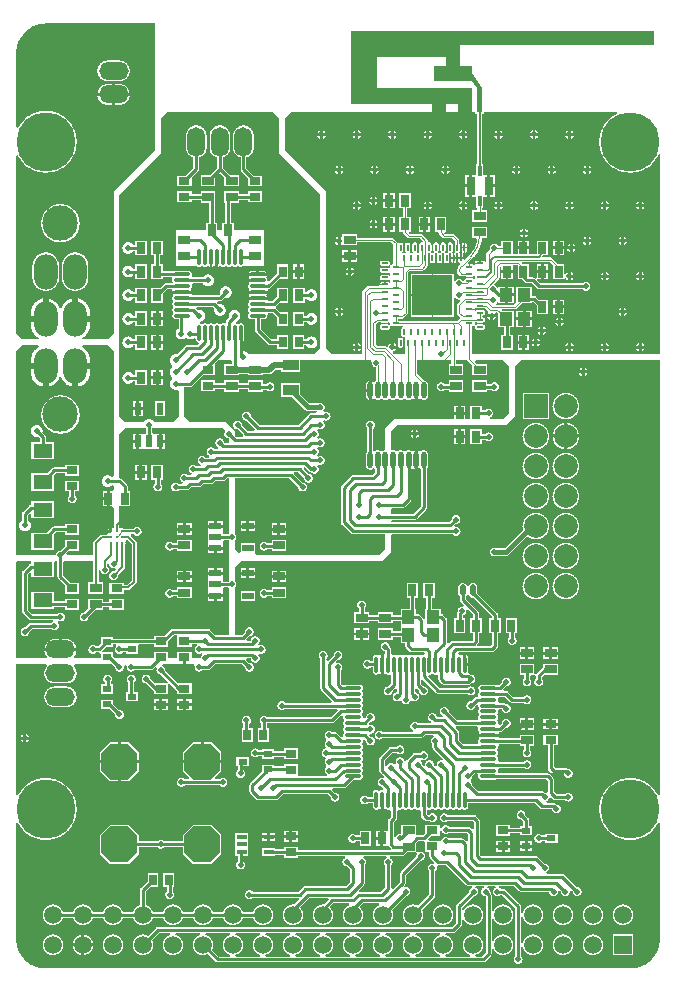
<source format=gtl>
%FSLAX25Y25*%
%MOIN*%
G70*
G01*
G75*
G04 Layer_Physical_Order=1*
G04 Layer_Color=255*
%ADD10C,0.00492*%
%ADD11R,0.13386X0.13386*%
%ADD12O,0.00787X0.02559*%
%ADD13O,0.02559X0.00787*%
%ADD14R,0.02835X0.03937*%
%ADD15R,0.03937X0.02835*%
%ADD16R,0.04134X0.04528*%
%ADD17O,0.01772X0.05512*%
%ADD18R,0.03740X0.02559*%
%ADD19R,0.03150X0.02165*%
%ADD20R,0.02559X0.03740*%
%ADD21R,0.03937X0.02362*%
G04:AMPARAMS|DCode=22|XSize=118.11mil|YSize=118.11mil|CornerRadius=0mil|HoleSize=0mil|Usage=FLASHONLY|Rotation=270.000|XOffset=0mil|YOffset=0mil|HoleType=Round|Shape=Octagon|*
%AMOCTAGOND22*
4,1,8,-0.02953,-0.05906,0.02953,-0.05906,0.05906,-0.02953,0.05906,0.02953,0.02953,0.05906,-0.02953,0.05906,-0.05906,0.02953,-0.05906,-0.02953,-0.02953,-0.05906,0.0*
%
%ADD22OCTAGOND22*%

%ADD23R,0.02362X0.03937*%
%ADD24R,0.05512X0.03543*%
%ADD25O,0.01181X0.05512*%
%ADD26O,0.05512X0.01181*%
%ADD27O,0.05709X0.01181*%
%ADD28O,0.01181X0.05709*%
%ADD29R,0.06496X0.04724*%
%ADD30R,0.03937X0.01811*%
%ADD31R,0.01811X0.01811*%
%ADD32C,0.01142*%
%ADD33R,0.01378X0.03740*%
%ADD34R,0.02953X0.06496*%
%ADD35R,0.03347X0.01575*%
%ADD36C,0.00984*%
%ADD37C,0.01575*%
%ADD38C,0.00787*%
%ADD39C,0.01969*%
%ADD40C,0.01000*%
%ADD41C,0.00500*%
%ADD42O,0.09843X0.05906*%
%ADD43R,0.07874X0.07874*%
%ADD44C,0.07874*%
%ADD45R,0.05906X0.05906*%
%ADD46C,0.05906*%
%ADD47O,0.05906X0.09843*%
%ADD48C,0.11811*%
%ADD49O,0.07874X0.11811*%
%ADD50C,0.19685*%
%ADD51O,0.01969X0.03937*%
%ADD52C,0.01969*%
G36*
X105197Y307795D02*
X40630D01*
Y300709D01*
X44567D01*
Y298583D01*
X48150Y293347D01*
Y285354D01*
X46339D01*
X46339Y293347D01*
X44567Y295945D01*
X31969D01*
Y300709D01*
X35906D01*
Y303858D01*
X13071D01*
Y293347D01*
X44567D01*
Y285433D01*
X45846D01*
Y284882D01*
X46498D01*
Y268189D01*
X46063D01*
Y264567D01*
X44736D01*
Y260827D01*
Y257087D01*
X46063D01*
Y253465D01*
X46502D01*
Y252658D01*
X44783D01*
Y248839D01*
X49705D01*
Y252658D01*
X47986D01*
Y253465D01*
X48425D01*
Y257087D01*
X49752D01*
Y260827D01*
Y264567D01*
X48425D01*
Y268189D01*
X47990D01*
Y284882D01*
X48642D01*
Y285433D01*
X93168D01*
X93247Y285039D01*
X93236Y285035D01*
X92747Y284802D01*
X92272Y284544D01*
X91810Y284261D01*
X91364Y283954D01*
X90935Y283625D01*
X90523Y283273D01*
X90131Y282901D01*
X89758Y282508D01*
X89407Y282097D01*
X89077Y281667D01*
X88771Y281221D01*
X88488Y280760D01*
X88230Y280284D01*
X87997Y279796D01*
X87789Y279295D01*
X87609Y278785D01*
X87455Y278266D01*
X87329Y277740D01*
X87230Y277208D01*
X87159Y276671D01*
X87117Y276132D01*
X87103Y275590D01*
X87117Y275049D01*
X87159Y274510D01*
X87230Y273973D01*
X87329Y273441D01*
X87455Y272915D01*
X87609Y272396D01*
X87789Y271886D01*
X87997Y271386D01*
X88230Y270897D01*
X88488Y270422D01*
X88771Y269960D01*
X89077Y269514D01*
X89407Y269085D01*
X89758Y268673D01*
X90131Y268280D01*
X90523Y267908D01*
X90935Y267556D01*
X91364Y267227D01*
X91810Y266920D01*
X92272Y266637D01*
X92747Y266379D01*
X93236Y266146D01*
X93736Y265939D01*
X94246Y265758D01*
X94765Y265605D01*
X95292Y265478D01*
X95824Y265380D01*
X96360Y265309D01*
X96900Y265266D01*
X97441Y265252D01*
X97982Y265266D01*
X98522Y265309D01*
X99058Y265380D01*
X99590Y265478D01*
X100117Y265605D01*
X100636Y265758D01*
X101146Y265939D01*
X101646Y266146D01*
X102134Y266379D01*
X102610Y266637D01*
X103072Y266920D01*
X103518Y267227D01*
X103947Y267556D01*
X104359Y267908D01*
X104751Y268280D01*
X105124Y268673D01*
X105475Y269085D01*
X105805Y269514D01*
X106111Y269960D01*
X106394Y270422D01*
X106652Y270897D01*
X106885Y271386D01*
X106890Y271396D01*
X107283Y271318D01*
Y204724D01*
X44541D01*
Y214072D01*
X44685D01*
X44824Y214083D01*
X44960Y214116D01*
X45088Y214169D01*
X45207Y214242D01*
X45295Y214316D01*
X45297Y214319D01*
X45313Y214332D01*
X45313Y214332D01*
X45313Y214332D01*
X45314Y214332D01*
X45314Y214332D01*
X45319Y214328D01*
X45342Y214311D01*
X45582Y214130D01*
X45584Y214129D01*
X45602Y214115D01*
X45603Y214114D01*
X45603Y214114D01*
X45628Y214096D01*
X45629Y214095D01*
X45628Y214094D01*
X45624Y214085D01*
X45624Y214085D01*
X45612Y214054D01*
X45579Y213918D01*
X45568Y213779D01*
X45579Y213640D01*
X45612Y213505D01*
X45665Y213376D01*
X45738Y213257D01*
X45828Y213151D01*
X45934Y213061D01*
X46053Y212988D01*
X46182Y212934D01*
X46318Y212902D01*
X46457Y212891D01*
X48228D01*
X48367Y212902D01*
X48503Y212934D01*
X48632Y212988D01*
X48751Y213061D01*
X48857Y213151D01*
X48947Y213257D01*
X49020Y213376D01*
X49073Y213505D01*
X49106Y213640D01*
X49117Y213779D01*
X49106Y213918D01*
X49073Y214054D01*
X49020Y214183D01*
X48947Y214302D01*
X48857Y214408D01*
X48751Y214498D01*
X48632Y214571D01*
X48503Y214625D01*
X48367Y214657D01*
X48228Y214668D01*
X46457D01*
X46318Y214657D01*
X46182Y214625D01*
X46053Y214571D01*
X45934Y214498D01*
X45847Y214424D01*
X45844Y214422D01*
X45828Y214408D01*
X45828Y214408D01*
X45828Y214408D01*
X45828Y214408D01*
X45827Y214409D01*
X45823Y214412D01*
X45800Y214429D01*
X45559Y214610D01*
X45558Y214611D01*
X45540Y214625D01*
X45538Y214626D01*
X45538Y214626D01*
X45514Y214645D01*
X45513Y214645D01*
X45513Y214646D01*
X45517Y214655D01*
X45517Y214655D01*
X45530Y214686D01*
X45563Y214822D01*
X45574Y214961D01*
X45570Y215006D01*
X45740Y215278D01*
X45837Y215376D01*
X45888Y215400D01*
X45972D01*
X46053Y215350D01*
X46182Y215297D01*
X46318Y215264D01*
X46457Y215253D01*
X48228D01*
X48367Y215264D01*
X48503Y215297D01*
X48632Y215350D01*
X48751Y215423D01*
X48857Y215513D01*
X48947Y215619D01*
X49020Y215738D01*
X49073Y215867D01*
X49106Y216003D01*
X49117Y216142D01*
X49106Y216281D01*
X49073Y216416D01*
X49020Y216545D01*
X48947Y216664D01*
X48857Y216770D01*
X48751Y216861D01*
X48632Y216933D01*
X48503Y216987D01*
X48367Y217019D01*
X48228Y217030D01*
X48084D01*
Y217615D01*
X48228D01*
X48367Y217626D01*
X48503Y217659D01*
X48632Y217712D01*
X48751Y217785D01*
X48857Y217876D01*
X48947Y217982D01*
X49020Y218101D01*
X49073Y218229D01*
X49106Y218365D01*
X49117Y218504D01*
X49106Y218643D01*
X49073Y218778D01*
X49020Y218907D01*
X48947Y219026D01*
X48857Y219132D01*
X48751Y219223D01*
X48632Y219296D01*
X48503Y219349D01*
X48367Y219382D01*
X48228Y219392D01*
X46457D01*
X46318Y219382D01*
X46182Y219349D01*
X46053Y219296D01*
X45934Y219223D01*
X45828Y219132D01*
X45513Y219369D01*
X45530Y219410D01*
X45537Y219439D01*
X43799D01*
Y219931D01*
X45537D01*
X45530Y219960D01*
X45513Y220001D01*
X45828Y220238D01*
X45934Y220147D01*
X46053Y220074D01*
X46182Y220021D01*
X46318Y219988D01*
X46457Y219978D01*
X48228D01*
X48367Y219988D01*
X48503Y220021D01*
X48632Y220074D01*
X48713Y220124D01*
X49088D01*
X50140Y219073D01*
X50172Y218985D01*
X50174Y218702D01*
X50135Y218567D01*
X50131Y218561D01*
X50007Y218420D01*
X49900Y218260D01*
X49814Y218086D01*
X49789Y218012D01*
X52573D01*
X52548Y218086D01*
X52469Y218247D01*
X52497Y218331D01*
X52642Y218629D01*
X52943Y218646D01*
X53455Y218134D01*
Y216472D01*
X53469Y216328D01*
X53496Y216240D01*
Y213717D01*
X55351D01*
Y211122D01*
X54429D01*
Y206201D01*
X58248D01*
Y211122D01*
X57326D01*
Y213717D01*
X58614D01*
Y219228D01*
X54689D01*
X54611Y219337D01*
X54813Y219731D01*
X59055D01*
X59200Y219745D01*
X59339Y219787D01*
X59467Y219856D01*
X59580Y219948D01*
X61348Y221716D01*
X64614D01*
Y222202D01*
X65024D01*
X66240Y220986D01*
Y218012D01*
X70059D01*
Y222933D01*
X67085D01*
X66131Y223887D01*
X66013Y223988D01*
X65881Y224069D01*
X65738Y224128D01*
X65588Y224164D01*
X65433Y224176D01*
X64614D01*
Y227228D01*
X59496D01*
Y221962D01*
X58748Y221214D01*
X52886D01*
X52741Y221543D01*
X52734Y221608D01*
X52847Y221737D01*
X52955Y221898D01*
X53040Y222072D01*
X53102Y222255D01*
X53496Y222216D01*
Y221716D01*
X55563D01*
Y224472D01*
Y227228D01*
X53496D01*
Y226800D01*
X53102Y226761D01*
X53040Y226944D01*
X52955Y227118D01*
X52847Y227279D01*
X52719Y227424D01*
X52574Y227552D01*
X52413Y227659D01*
X52239Y227745D01*
X52199Y227759D01*
X52079Y228104D01*
X52086Y228203D01*
X53674Y229790D01*
X53766Y229903D01*
X53835Y230031D01*
X53877Y230170D01*
X53891Y230315D01*
Y233778D01*
X54035Y233887D01*
X54429Y233692D01*
Y232776D01*
X58248D01*
Y234494D01*
X59732D01*
X59862Y234364D01*
Y229823D01*
X61104D01*
X62294Y228633D01*
X62412Y228532D01*
X62544Y228451D01*
X62687Y228392D01*
X62838Y228356D01*
X62992Y228343D01*
X64552D01*
X66231Y226664D01*
X66349Y226564D01*
X66481Y226483D01*
X66624Y226423D01*
X66775Y226387D01*
X66929Y226375D01*
X81579D01*
X81631Y226316D01*
X81776Y226188D01*
X81937Y226081D01*
X82111Y225995D01*
X82294Y225933D01*
X82484Y225895D01*
X82677Y225883D01*
X82870Y225895D01*
X83060Y225933D01*
X83243Y225995D01*
X83417Y226081D01*
X83578Y226188D01*
X83723Y226316D01*
X83851Y226462D01*
X83959Y226622D01*
X84044Y226796D01*
X84106Y226979D01*
X84144Y227169D01*
X84157Y227362D01*
X84144Y227555D01*
X84106Y227745D01*
X84044Y227928D01*
X83959Y228102D01*
X83851Y228263D01*
X83723Y228408D01*
X83578Y228536D01*
X83417Y228643D01*
X83243Y228729D01*
X83060Y228791D01*
X82870Y228829D01*
X82677Y228842D01*
X82484Y228829D01*
X82294Y228791D01*
X82111Y228729D01*
X81937Y228643D01*
X81776Y228536D01*
X81631Y228408D01*
X81579Y228349D01*
X67338D01*
X66259Y229429D01*
X66337Y229618D01*
X66337Y229618D01*
X66395Y229758D01*
X66407Y229788D01*
X66417Y229811D01*
X66422Y229823D01*
X66455D01*
X66456D01*
X66559Y229823D01*
X66573D01*
X66573D01*
X67658D01*
Y231791D01*
X66240D01*
Y230156D01*
Y230156D01*
X66240Y230141D01*
X66240Y230038D01*
Y230038D01*
Y230004D01*
X66228Y229999D01*
X66205Y229990D01*
X66175Y229977D01*
X66035Y229919D01*
X66035D01*
X65847Y229841D01*
X65659Y230029D01*
X65541Y230129D01*
X65409Y230210D01*
X65266Y230270D01*
X65115Y230306D01*
X64961Y230318D01*
X63681D01*
Y234744D01*
X61580D01*
X61210Y235115D01*
X61360Y235479D01*
X70559D01*
X71673Y234364D01*
Y229823D01*
X75492D01*
Y229873D01*
X75884Y229969D01*
X75991Y229808D01*
X76119Y229662D01*
X76265Y229535D01*
X76426Y229427D01*
X76599Y229342D01*
X76673Y229316D01*
Y230709D01*
Y232101D01*
X76599Y232076D01*
X76426Y231990D01*
X76265Y231882D01*
X76119Y231755D01*
X75991Y231609D01*
X75884Y231448D01*
X75492Y231544D01*
Y234744D01*
X73391D01*
X71391Y236745D01*
X71278Y236837D01*
X71150Y236906D01*
X71011Y236948D01*
X70866Y236962D01*
X68256D01*
X68105Y237326D01*
X68476Y237697D01*
X70059D01*
Y242618D01*
X66240D01*
Y237954D01*
X63681D01*
Y239665D01*
X59862D01*
Y237954D01*
X58248D01*
Y242618D01*
X54429D01*
Y240899D01*
X53445D01*
X53339Y241058D01*
X53211Y241204D01*
X53066Y241331D01*
X52905Y241439D01*
X52732Y241524D01*
X52548Y241587D01*
X52359Y241624D01*
X52165Y241637D01*
X51972Y241624D01*
X51782Y241587D01*
X51599Y241524D01*
X51426Y241439D01*
X51265Y241331D01*
X51119Y241204D01*
X50991Y241058D01*
X50884Y240897D01*
X50798Y240724D01*
X50736Y240540D01*
X50699Y240351D01*
X50686Y240158D01*
X50699Y239964D01*
X50736Y239777D01*
X49665Y238706D01*
X49572Y238593D01*
X49504Y238465D01*
X49461Y238326D01*
X49447Y238181D01*
Y235418D01*
X49073Y235314D01*
X49020Y235443D01*
X48947Y235562D01*
X48857Y235668D01*
X48751Y235758D01*
X48632Y235831D01*
X48503Y235884D01*
X48367Y235917D01*
X48228Y235928D01*
X47589D01*
Y235039D01*
X47343D01*
Y234793D01*
X45605D01*
X45612Y234765D01*
X45629Y234724D01*
X45313Y234487D01*
X45207Y234577D01*
X45088Y234650D01*
X44960Y234703D01*
X44824Y234736D01*
X44685Y234747D01*
X44045D01*
Y233858D01*
X43553D01*
Y234747D01*
X43439D01*
X43276Y235140D01*
X44840Y236704D01*
X44840Y236704D01*
X45227Y237112D01*
X45592Y237540D01*
X45934Y237986D01*
X46253Y238449D01*
X46547Y238929D01*
X46815Y239423D01*
X47057Y239931D01*
X47273Y240450D01*
X47460Y240980D01*
X47620Y241519D01*
X47751Y242066D01*
X47854Y242619D01*
X47927Y243177D01*
X47945Y243406D01*
X49705D01*
Y247224D01*
X44783D01*
Y243406D01*
X46109D01*
X46412Y243012D01*
X46375Y242748D01*
X46273Y242239D01*
X46144Y241736D01*
X45986Y241241D01*
X45801Y240755D01*
X45588Y240281D01*
X45350Y239820D01*
X45086Y239372D01*
X44797Y238940D01*
X44485Y238525D01*
X44150Y238128D01*
X43811Y237770D01*
X43791Y237753D01*
X42227Y236190D01*
X41833Y236353D01*
Y236467D01*
X40056D01*
Y235827D01*
X40067Y235688D01*
X40100Y235552D01*
X40153Y235423D01*
X40226Y235304D01*
X40317Y235198D01*
X40423Y235108D01*
X40530Y235042D01*
X40542Y235033D01*
X40591Y234855D01*
X40529Y234509D01*
X40526Y234488D01*
D01*
X40496Y234456D01*
X40320Y234262D01*
X40274Y234199D01*
X40138Y234016D01*
X39981Y233753D01*
X39850Y233477D01*
X39747Y233189D01*
X39672Y232892D01*
X39639Y232666D01*
X39627Y232589D01*
X39612Y232283D01*
X39613D01*
X39614Y232274D01*
X39626Y232084D01*
X39665Y231888D01*
X39729Y231698D01*
X39818Y231519D01*
X39929Y231353D01*
X40061Y231202D01*
X40211Y231070D01*
X40377Y230959D01*
X40557Y230871D01*
X40746Y230807D01*
X40942Y230768D01*
X41133Y230755D01*
X41142Y230754D01*
X42428D01*
X42510Y230704D01*
X42639Y230651D01*
X42774Y230618D01*
X42913Y230608D01*
X44685D01*
X44824Y230618D01*
X44960Y230651D01*
X45088Y230704D01*
X45207Y230777D01*
X45313Y230868D01*
X45629Y230631D01*
X45612Y230590D01*
X45579Y230454D01*
X45568Y230315D01*
X45579Y230176D01*
X45612Y230040D01*
X45629Y229999D01*
X45313Y229762D01*
X45207Y229853D01*
X45088Y229926D01*
X44960Y229979D01*
X44824Y230012D01*
X44685Y230022D01*
X42913D01*
X42774Y230012D01*
X42639Y229979D01*
X42510Y229926D01*
X42391Y229853D01*
X42285Y229762D01*
X42195Y229656D01*
X42122Y229537D01*
X42068Y229408D01*
X42036Y229273D01*
X42025Y229134D01*
X42001Y229108D01*
X41609Y229126D01*
X41528Y229247D01*
X41401Y229393D01*
X41255Y229520D01*
X41094Y229628D01*
X40920Y229713D01*
X40737Y229776D01*
X40547Y229813D01*
X40354Y229826D01*
X40161Y229813D01*
X39971Y229776D01*
X39788Y229713D01*
X39615Y229628D01*
X39454Y229520D01*
X39308Y229393D01*
X39180Y229247D01*
X39073Y229086D01*
X38681Y229182D01*
Y231594D01*
X31742D01*
Y224410D01*
Y217224D01*
X38681D01*
Y223574D01*
X39073Y223670D01*
X39180Y223509D01*
X39308Y223363D01*
X39454Y223236D01*
X39615Y223128D01*
X39788Y223042D01*
X39971Y222980D01*
X40161Y222943D01*
X40354Y222930D01*
X40547Y222943D01*
X40616Y222956D01*
X40810Y222593D01*
X39830Y221613D01*
X39738Y221501D01*
X39669Y221373D01*
X39627Y221234D01*
X39613Y221089D01*
Y218504D01*
X39627Y218359D01*
X39669Y218220D01*
X39738Y218092D01*
X39830Y217979D01*
X40648Y217161D01*
X40672Y217042D01*
X40617Y216666D01*
X39653Y215702D01*
X20564D01*
X20482Y215752D01*
X20353Y215806D01*
X20218Y215838D01*
X20079Y215849D01*
X19935D01*
Y216434D01*
X20079D01*
X20218Y216445D01*
X20353Y216478D01*
X20482Y216531D01*
X20564Y216581D01*
X21457D01*
X21601Y216595D01*
X21741Y216637D01*
X21869Y216706D01*
X21981Y216798D01*
X23162Y217979D01*
X23255Y218092D01*
X23323Y218220D01*
X23365Y218359D01*
X23380Y218504D01*
Y231976D01*
X23929Y232526D01*
X28051D01*
X28196Y232540D01*
X28335Y232582D01*
X28463Y232651D01*
X28576Y232743D01*
X29658Y233826D01*
X29751Y233938D01*
X29819Y234067D01*
X29861Y234206D01*
X29876Y234350D01*
Y235342D01*
X29926Y235423D01*
X29979Y235552D01*
X30011Y235688D01*
X30022Y235827D01*
Y237598D01*
X30011Y237737D01*
X29979Y237873D01*
X29926Y238002D01*
X29876Y238083D01*
Y238167D01*
X29899Y238219D01*
X29997Y238316D01*
X30269Y238485D01*
X30315Y238481D01*
X30454Y238492D01*
X30590Y238525D01*
X30631Y238542D01*
X30868Y238227D01*
X30777Y238121D01*
X30704Y238002D01*
X30651Y237873D01*
X30618Y237737D01*
X30608Y237598D01*
Y235827D01*
X30618Y235688D01*
X30651Y235552D01*
X30704Y235423D01*
X30777Y235304D01*
X30868Y235198D01*
X30974Y235108D01*
X31093Y235035D01*
X31222Y234982D01*
X31357Y234949D01*
X31496Y234938D01*
X31635Y234949D01*
X31771Y234982D01*
X31899Y235035D01*
X32018Y235108D01*
X32124Y235198D01*
X32215Y235304D01*
X32288Y235423D01*
X32341Y235552D01*
X32374Y235688D01*
X32385Y235827D01*
Y237598D01*
X32374Y237737D01*
X32341Y237873D01*
X32288Y238002D01*
X32215Y238121D01*
X32124Y238227D01*
X32361Y238542D01*
X32403Y238525D01*
X32538Y238492D01*
X32677Y238481D01*
X32816Y238492D01*
X32952Y238525D01*
X32993Y238542D01*
X33230Y238227D01*
X33139Y238121D01*
X33066Y238002D01*
X33013Y237873D01*
X32981Y237737D01*
X32970Y237598D01*
Y235827D01*
X32981Y235688D01*
X33013Y235552D01*
X33066Y235423D01*
X33139Y235304D01*
X33230Y235198D01*
X33336Y235108D01*
X33455Y235035D01*
X33584Y234982D01*
X33719Y234949D01*
X33858Y234938D01*
X33997Y234949D01*
X34133Y234982D01*
X34262Y235035D01*
X34380Y235108D01*
X34487Y235198D01*
X34577Y235304D01*
X34650Y235423D01*
X34703Y235552D01*
X34736Y235688D01*
X34747Y235827D01*
Y237598D01*
X34736Y237737D01*
X34703Y237873D01*
X34650Y238002D01*
X34577Y238121D01*
X34487Y238227D01*
X34724Y238542D01*
X34765Y238525D01*
X34900Y238492D01*
X35039Y238481D01*
X35178Y238492D01*
X35314Y238525D01*
X35355Y238542D01*
X35592Y238227D01*
X35502Y238121D01*
X35429Y238002D01*
X35375Y237873D01*
X35343Y237737D01*
X35332Y237598D01*
Y235827D01*
X35343Y235688D01*
X35375Y235552D01*
X35429Y235423D01*
X35502Y235304D01*
X35592Y235198D01*
X35698Y235108D01*
X35817Y235035D01*
X35946Y234982D01*
X36081Y234949D01*
X36220Y234938D01*
X36360Y234949D01*
X36495Y234982D01*
X36624Y235035D01*
X36743Y235108D01*
X36849Y235198D01*
X36939Y235304D01*
X37012Y235423D01*
X37066Y235552D01*
X37098Y235688D01*
X37109Y235827D01*
Y237598D01*
X37098Y237737D01*
X37066Y237873D01*
X37012Y238002D01*
X36939Y238121D01*
X36849Y238227D01*
X37086Y238542D01*
X37127Y238525D01*
X37263Y238492D01*
X37402Y238481D01*
X37541Y238492D01*
X37676Y238525D01*
X37717Y238542D01*
X37954Y238227D01*
X37864Y238121D01*
X37791Y238002D01*
X37738Y237873D01*
X37705Y237737D01*
X37694Y237598D01*
Y236959D01*
X38337D01*
Y238450D01*
X38308Y238443D01*
X38267Y238426D01*
X38030Y238742D01*
X38120Y238848D01*
X38193Y238967D01*
X38247Y239095D01*
X38279Y239231D01*
X38290Y239370D01*
Y241142D01*
X38279Y241281D01*
X38247Y241416D01*
X38193Y241545D01*
X38120Y241664D01*
X38030Y241770D01*
X37924Y241861D01*
X37805Y241933D01*
X37676Y241987D01*
X37541Y242019D01*
X37402Y242030D01*
X37263Y242019D01*
X37127Y241987D01*
X36998Y241933D01*
X36879Y241861D01*
X36773Y241770D01*
X36683Y241664D01*
X36610Y241545D01*
X36557Y241416D01*
X36524Y241281D01*
X36513Y241142D01*
Y239370D01*
X36524Y239231D01*
X36557Y239095D01*
X36610Y238967D01*
X36683Y238848D01*
X36773Y238742D01*
X36536Y238426D01*
X36495Y238443D01*
X36360Y238476D01*
X36220Y238487D01*
X36081Y238476D01*
X35946Y238443D01*
X35905Y238426D01*
X35668Y238742D01*
X35758Y238848D01*
X35831Y238967D01*
X35884Y239095D01*
X35917Y239231D01*
X35928Y239370D01*
Y241142D01*
X35917Y241281D01*
X35884Y241416D01*
X35831Y241545D01*
X35758Y241664D01*
X35668Y241770D01*
X35562Y241861D01*
X35443Y241933D01*
X35314Y241987D01*
X35178Y242019D01*
X35039Y242030D01*
X34900Y242019D01*
X34765Y241987D01*
X34636Y241933D01*
X34517Y241861D01*
X34411Y241770D01*
X34321Y241664D01*
X34248Y241545D01*
X34194Y241416D01*
X34162Y241281D01*
X34151Y241142D01*
Y239370D01*
X34162Y239231D01*
X34194Y239095D01*
X34248Y238967D01*
X34321Y238848D01*
X34411Y238742D01*
X34174Y238426D01*
X34133Y238443D01*
X33997Y238476D01*
X33858Y238487D01*
X33719Y238476D01*
X33584Y238443D01*
X33542Y238426D01*
X33305Y238742D01*
X33396Y238848D01*
X33469Y238967D01*
X33522Y239095D01*
X33555Y239231D01*
X33566Y239370D01*
Y241142D01*
X33555Y241281D01*
X33522Y241416D01*
X33469Y241545D01*
X33396Y241664D01*
X33305Y241770D01*
X33200Y241861D01*
X33081Y241933D01*
X32952Y241987D01*
X32816Y242019D01*
X32677Y242030D01*
X32538Y242019D01*
X32403Y241987D01*
X32274Y241933D01*
X32155Y241861D01*
X32049Y241770D01*
X31958Y241664D01*
X31885Y241545D01*
X31832Y241416D01*
X31800Y241281D01*
X31789Y241142D01*
Y239370D01*
X31800Y239231D01*
X31832Y239095D01*
X31885Y238967D01*
X31958Y238848D01*
X32049Y238742D01*
X31812Y238426D01*
X31771Y238443D01*
X31635Y238476D01*
X31496Y238487D01*
X31357Y238476D01*
X31222Y238443D01*
X31180Y238426D01*
X30943Y238742D01*
X31034Y238848D01*
X31107Y238967D01*
X31160Y239095D01*
X31193Y239231D01*
X31203Y239370D01*
Y241142D01*
X31193Y241281D01*
X31160Y241416D01*
X31107Y241545D01*
X31034Y241664D01*
X30943Y241770D01*
X30837Y241861D01*
X30718Y241933D01*
X30590Y241987D01*
X30454Y242019D01*
X30315Y242030D01*
X30269Y242027D01*
X29997Y242196D01*
X29899Y242293D01*
X29876Y242345D01*
Y242520D01*
X29861Y242664D01*
X29819Y242804D01*
X29751Y242932D01*
X29658Y243044D01*
X28084Y244619D01*
X27971Y244711D01*
X27843Y244780D01*
X27704Y244822D01*
X27559Y244836D01*
X23929D01*
X23558Y245207D01*
X23709Y245571D01*
X24311D01*
Y250492D01*
X23143D01*
Y253445D01*
X24311D01*
Y258366D01*
X20492D01*
Y253445D01*
X21660D01*
Y250492D01*
X20492D01*
Y245571D01*
X21660D01*
Y245315D01*
X21674Y245170D01*
X21716Y245031D01*
X21785Y244903D01*
X21877Y244791D01*
X23098Y243570D01*
X23210Y243478D01*
X23338Y243409D01*
X23477Y243367D01*
X23622Y243353D01*
X27252D01*
X28208Y242396D01*
X28141Y242177D01*
X28039Y242046D01*
X27998Y242027D01*
X27953Y242030D01*
X27814Y242019D01*
X27678Y241987D01*
X27549Y241933D01*
X27430Y241861D01*
X27324Y241770D01*
X27234Y241664D01*
X27161Y241545D01*
X27108Y241416D01*
X27075Y241281D01*
X27064Y241142D01*
Y239370D01*
X27075Y239231D01*
X27108Y239095D01*
X27161Y238967D01*
X27211Y238885D01*
Y238801D01*
X27187Y238750D01*
X27089Y238653D01*
X26817Y238483D01*
X26772Y238487D01*
X26633Y238476D01*
X26497Y238443D01*
X26456Y238426D01*
X26219Y238742D01*
X26309Y238848D01*
X26382Y238967D01*
X26436Y239095D01*
X26468Y239231D01*
X26479Y239370D01*
Y241142D01*
X26468Y241281D01*
X26436Y241416D01*
X26382Y241545D01*
X26309Y241664D01*
X26219Y241770D01*
X26113Y241861D01*
X25994Y241933D01*
X25865Y241987D01*
X25730Y242019D01*
X25591Y242030D01*
X25451Y242019D01*
X25316Y241987D01*
X25187Y241933D01*
X25068Y241861D01*
X24962Y241770D01*
X24872Y241664D01*
X24799Y241545D01*
X24746Y241416D01*
X24713Y241281D01*
X24702Y241142D01*
Y239370D01*
X24713Y239231D01*
X24746Y239095D01*
X24799Y238967D01*
X24872Y238848D01*
X24962Y238742D01*
X24725Y238426D01*
X24684Y238443D01*
X24548Y238476D01*
X24409Y238487D01*
X24270Y238476D01*
X24135Y238443D01*
X24094Y238426D01*
X23857Y238742D01*
X23947Y238848D01*
X24020Y238967D01*
X24073Y239095D01*
X24106Y239231D01*
X24117Y239370D01*
Y241142D01*
X24106Y241281D01*
X24073Y241416D01*
X24020Y241545D01*
X23947Y241664D01*
X23857Y241770D01*
X23751Y241861D01*
X23632Y241933D01*
X23503Y241987D01*
X23367Y242019D01*
X23228Y242030D01*
X23089Y242019D01*
X22954Y241987D01*
X22825Y241933D01*
X22706Y241861D01*
X22600Y241770D01*
X22510Y241664D01*
X22437Y241545D01*
X22383Y241416D01*
X22351Y241281D01*
X22340Y241142D01*
Y239370D01*
X22351Y239231D01*
X22383Y239095D01*
X22437Y238967D01*
X22510Y238848D01*
X22600Y238742D01*
X22363Y238426D01*
X22322Y238443D01*
X22186Y238476D01*
X22047Y238487D01*
X21908Y238476D01*
X21773Y238443D01*
X21732Y238426D01*
X21495Y238742D01*
X21585Y238848D01*
X21658Y238967D01*
X21711Y239095D01*
X21744Y239231D01*
X21755Y239370D01*
Y241142D01*
X21744Y241281D01*
X21711Y241416D01*
X21658Y241545D01*
X21585Y241664D01*
X21495Y241770D01*
X21388Y241861D01*
X21270Y241933D01*
X21141Y241987D01*
X21005Y242019D01*
X20866Y242030D01*
X20727Y242019D01*
X20592Y241987D01*
X20463Y241933D01*
X20344Y241861D01*
X20306Y241828D01*
X20250Y241821D01*
X20011Y241863D01*
X19878Y241918D01*
X19810Y242046D01*
X19717Y242158D01*
X18477Y243398D01*
X18365Y243491D01*
X18237Y243559D01*
X18098Y243601D01*
X17953Y243616D01*
X6398D01*
Y244783D01*
X1476D01*
Y244045D01*
X1249Y243883D01*
X1083Y243826D01*
X960Y243887D01*
X886Y243912D01*
Y242520D01*
Y241128D01*
X960Y241153D01*
X1083Y241213D01*
X1249Y241156D01*
X1476Y240994D01*
Y240965D01*
X6398D01*
Y242132D01*
X17646D01*
X18451Y241327D01*
Y234747D01*
X18307D01*
X18168Y234736D01*
X18033Y234703D01*
X17904Y234650D01*
X17785Y234577D01*
X17697Y234503D01*
X17695Y234500D01*
X17679Y234487D01*
X17679Y234487D01*
X17679Y234487D01*
X17678Y234487D01*
X17678Y234487D01*
X17673Y234491D01*
X17650Y234508D01*
X17410Y234689D01*
X17408Y234690D01*
X17390Y234704D01*
X17389Y234705D01*
X17389Y234705D01*
X17364Y234723D01*
X17364Y234724D01*
X17364Y234724D01*
X17368Y234734D01*
Y234734D01*
X17380Y234765D01*
X17413Y234900D01*
X17424Y235039D01*
X17413Y235178D01*
X17380Y235314D01*
X17327Y235443D01*
X17254Y235562D01*
X17164Y235668D01*
X17058Y235758D01*
X16939Y235831D01*
X16810Y235884D01*
X16674Y235917D01*
X16535Y235928D01*
X14764D01*
X14625Y235917D01*
X14489Y235884D01*
X14360Y235831D01*
X14242Y235758D01*
X14135Y235668D01*
X14045Y235562D01*
X13972Y235443D01*
X13919Y235314D01*
X13886Y235178D01*
X13875Y235039D01*
X13886Y234900D01*
X13919Y234765D01*
X13972Y234636D01*
X14045Y234517D01*
X14135Y234411D01*
X14242Y234320D01*
X14360Y234248D01*
X14489Y234194D01*
X14625Y234162D01*
X14764Y234151D01*
X16535D01*
X16674Y234162D01*
X16810Y234194D01*
X16939Y234248D01*
X17058Y234320D01*
X17145Y234395D01*
X17148Y234397D01*
X17164Y234411D01*
X17164Y234411D01*
X17164Y234411D01*
X17164Y234411D01*
X17165Y234410D01*
X17170Y234407D01*
X17192Y234390D01*
X17433Y234209D01*
X17434Y234208D01*
X17453Y234194D01*
X17454Y234193D01*
X17454Y234193D01*
X17479Y234174D01*
X17479Y234174D01*
X17479Y234173D01*
X17475Y234163D01*
Y234163D01*
X17462Y234133D01*
X17429Y233997D01*
X17418Y233858D01*
X17429Y233719D01*
X17462Y233584D01*
X17479Y233542D01*
X17164Y233306D01*
X17058Y233396D01*
X16939Y233469D01*
X16810Y233522D01*
X16674Y233555D01*
X16535Y233566D01*
X14764D01*
X14625Y233555D01*
X14489Y233522D01*
X14360Y233469D01*
X14242Y233396D01*
X14135Y233306D01*
X14045Y233200D01*
X13972Y233081D01*
X13919Y232952D01*
X13886Y232816D01*
X13875Y232677D01*
X13886Y232538D01*
X13919Y232403D01*
X13972Y232274D01*
X14045Y232155D01*
X14135Y232049D01*
X14242Y231958D01*
X14360Y231885D01*
X14489Y231832D01*
X14625Y231800D01*
X14764Y231789D01*
X16535D01*
X16674Y231800D01*
X16810Y231832D01*
X16939Y231885D01*
X17058Y231958D01*
X17164Y232049D01*
X17479Y231812D01*
X17462Y231771D01*
X17429Y231635D01*
X17418Y231496D01*
X17429Y231357D01*
X17462Y231222D01*
X17479Y231180D01*
X17164Y230943D01*
X17058Y231034D01*
X16939Y231107D01*
X16810Y231160D01*
X16674Y231193D01*
X16535Y231204D01*
X14764D01*
X14625Y231193D01*
X14489Y231160D01*
X14360Y231107D01*
X14242Y231034D01*
X14135Y230943D01*
X14045Y230837D01*
X13972Y230718D01*
X13919Y230590D01*
X13886Y230454D01*
X13875Y230315D01*
X13886Y230176D01*
X13919Y230040D01*
X13972Y229912D01*
X14045Y229793D01*
X14135Y229687D01*
X14242Y229596D01*
X14360Y229523D01*
X14489Y229470D01*
X14625Y229437D01*
X14764Y229426D01*
X16535D01*
X16674Y229437D01*
X16810Y229470D01*
X16939Y229523D01*
X17058Y229596D01*
X17164Y229687D01*
X17479Y229450D01*
X17462Y229408D01*
X17429Y229273D01*
X17418Y229134D01*
X17429Y228995D01*
X17462Y228859D01*
X17479Y228818D01*
X17164Y228581D01*
X17058Y228672D01*
X16939Y228745D01*
X16810Y228798D01*
X16674Y228830D01*
X16535Y228841D01*
X15896D01*
Y227953D01*
X15650D01*
Y227707D01*
X13754D01*
X13709Y227635D01*
X13612Y227537D01*
X13561Y227513D01*
X10236D01*
X10091Y227499D01*
X9952Y227457D01*
X9824Y227388D01*
X9712Y227296D01*
X8334Y225918D01*
X8241Y225806D01*
X8173Y225678D01*
X8131Y225538D01*
X8117Y225394D01*
Y207536D01*
X8116Y207536D01*
Y206637D01*
X8117Y206637D01*
Y204724D01*
X-1969D01*
X-3937Y206693D01*
Y258858D01*
X-17717Y272638D01*
Y283465D01*
X-15748Y285433D01*
X31388D01*
Y288268D01*
X4488D01*
Y312559D01*
X105197D01*
Y307795D01*
D02*
G37*
G36*
X57087Y200787D02*
Y185039D01*
X55118Y183071D01*
X50828D01*
X50731Y183661D01*
X50763Y183672D01*
X50937Y183758D01*
X51098Y183866D01*
X51243Y183993D01*
X51371Y184139D01*
X51478Y184300D01*
X51564Y184473D01*
X51626Y184656D01*
X51664Y184846D01*
X51676Y185039D01*
X51664Y185232D01*
X51626Y185422D01*
X51564Y185606D01*
X51478Y185779D01*
X51371Y185940D01*
X51243Y186086D01*
X51098Y186213D01*
X50937Y186321D01*
X50763Y186406D01*
X50580Y186469D01*
X50390Y186506D01*
X50197Y186519D01*
X50004Y186506D01*
X49814Y186469D01*
X49631Y186406D01*
X49457Y186321D01*
X49296Y186213D01*
X49151Y186086D01*
X49099Y186027D01*
X47933D01*
Y187500D01*
X44114D01*
Y183071D01*
X42500D01*
Y184547D01*
X38681D01*
Y183071D01*
X18701D01*
X15748Y180118D01*
Y172733D01*
X15666Y172727D01*
X15489Y172692D01*
X15318Y172634D01*
X15156Y172554D01*
X15006Y172454D01*
X14954Y172408D01*
X14754Y172335D01*
X14380D01*
X14180Y172408D01*
X14128Y172454D01*
X13978Y172554D01*
X13816Y172634D01*
X13645Y172692D01*
X13468Y172727D01*
X13287Y172739D01*
X13107Y172727D01*
X12930Y172692D01*
X12759Y172634D01*
X12597Y172554D01*
X12447Y172454D01*
X12394Y172408D01*
X12234Y172349D01*
X11816Y172465D01*
X11716Y172537D01*
Y179921D01*
X11727Y179929D01*
X11873Y180056D01*
X12001Y180202D01*
X12108Y180363D01*
X12194Y180536D01*
X12256Y180719D01*
X12294Y180909D01*
X12306Y181102D01*
X12294Y181296D01*
X12256Y181485D01*
X12194Y181669D01*
X12108Y181842D01*
X12001Y182003D01*
X11873Y182149D01*
X11727Y182276D01*
X11567Y182384D01*
X11393Y182469D01*
X11210Y182531D01*
X11020Y182569D01*
X10827Y182582D01*
X10634Y182569D01*
X10444Y182531D01*
X10261Y182469D01*
X10087Y182384D01*
X9926Y182276D01*
X9781Y182149D01*
X9653Y182003D01*
X9545Y181842D01*
X9460Y181669D01*
X9398Y181485D01*
X9360Y181296D01*
X9347Y181102D01*
X9360Y180909D01*
X9398Y180719D01*
X9460Y180536D01*
X9545Y180363D01*
X9653Y180202D01*
X9741Y180101D01*
Y172322D01*
X9633Y172199D01*
X9532Y172049D01*
X9453Y171887D01*
X9394Y171716D01*
X9359Y171538D01*
X9347Y171358D01*
Y167618D01*
X9359Y167438D01*
X9394Y167261D01*
X9453Y167090D01*
X9532Y166928D01*
X9633Y166778D01*
X9752Y166642D01*
X9888Y166523D01*
X10038Y166422D01*
X10200Y166342D01*
X10371Y166284D01*
X10548Y166249D01*
X10728Y166237D01*
X10909Y166249D01*
X11086Y166284D01*
X11257Y166342D01*
X11419Y166422D01*
X11569Y166523D01*
X11621Y166568D01*
X11782Y166627D01*
X12199Y166511D01*
X12300Y166439D01*
Y165271D01*
X11402Y164373D01*
X5090D01*
X4936Y164361D01*
X4785Y164325D01*
X4642Y164266D01*
X4510Y164185D01*
X4392Y164084D01*
X1270Y160962D01*
X1170Y160845D01*
X1089Y160712D01*
X1029Y160569D01*
X993Y160419D01*
X981Y160264D01*
Y148622D01*
X993Y148468D01*
X1029Y148317D01*
X1089Y148174D01*
X1170Y148042D01*
X1270Y147924D01*
X4223Y144971D01*
X4341Y144871D01*
X4473Y144790D01*
X4616Y144730D01*
X4767Y144694D01*
X4921Y144682D01*
X15748D01*
Y139764D01*
X13780Y137795D01*
X-27321D01*
X-27559Y138287D01*
X-27559Y138386D01*
Y141634D01*
X-32480D01*
Y138630D01*
X-33071Y138386D01*
X-34449Y139764D01*
Y142600D01*
X-34387Y142655D01*
X-34259Y142800D01*
X-34152Y142961D01*
X-34066Y143135D01*
X-34004Y143318D01*
X-33966Y143508D01*
X-33953Y143701D01*
X-33966Y143894D01*
X-34004Y144084D01*
X-34066Y144267D01*
X-34152Y144441D01*
X-34259Y144602D01*
X-34387Y144747D01*
X-34449Y144801D01*
Y147638D01*
Y163383D01*
X-16157D01*
X-13285Y160511D01*
X-13291Y160433D01*
X-13278Y160240D01*
X-13240Y160050D01*
X-13178Y159867D01*
X-13092Y159693D01*
X-12985Y159532D01*
X-12857Y159387D01*
X-12712Y159259D01*
X-12551Y159152D01*
X-12377Y159066D01*
X-12194Y159004D01*
X-12004Y158966D01*
X-11811Y158953D01*
X-11618Y158966D01*
X-11428Y159004D01*
X-11245Y159066D01*
X-11071Y159152D01*
X-10910Y159259D01*
X-10765Y159387D01*
X-10637Y159532D01*
X-10530Y159693D01*
X-10444Y159867D01*
X-10382Y160050D01*
X-10344Y160240D01*
X-10332Y160433D01*
X-10344Y160626D01*
X-10382Y160816D01*
X-10444Y160999D01*
X-10530Y161173D01*
X-10637Y161334D01*
X-10765Y161479D01*
X-10910Y161607D01*
X-11071Y161714D01*
X-11245Y161800D01*
X-11428Y161862D01*
X-11618Y161900D01*
X-11811Y161913D01*
X-11889Y161907D01*
X-14742Y164761D01*
X-14498Y165351D01*
X-13204D01*
X-11317Y163464D01*
X-11322Y163386D01*
X-11309Y163193D01*
X-11272Y163003D01*
X-11209Y162820D01*
X-11124Y162646D01*
X-11016Y162485D01*
X-10889Y162340D01*
X-10743Y162212D01*
X-10582Y162104D01*
X-10409Y162019D01*
X-10226Y161957D01*
X-10036Y161919D01*
X-9843Y161906D01*
X-9649Y161919D01*
X-9460Y161957D01*
X-9276Y162019D01*
X-9103Y162104D01*
X-8942Y162212D01*
X-8796Y162340D01*
X-8669Y162485D01*
X-8561Y162646D01*
X-8476Y162820D01*
X-8413Y163003D01*
X-8376Y163193D01*
X-8363Y163386D01*
X-8376Y163579D01*
X-8413Y163769D01*
X-8476Y163952D01*
X-8561Y164126D01*
X-8669Y164286D01*
X-8796Y164432D01*
X-8942Y164560D01*
X-9103Y164667D01*
X-9276Y164753D01*
X-9460Y164815D01*
X-9649Y164853D01*
X-9843Y164865D01*
X-9921Y164860D01*
X-11476Y166415D01*
X-11270Y167045D01*
X-11003Y167087D01*
X-9556Y165640D01*
X-9439Y165540D01*
X-9307Y165459D01*
X-9163Y165400D01*
X-9013Y165363D01*
X-8980Y165361D01*
X-8920Y165292D01*
X-8775Y165165D01*
X-8614Y165057D01*
X-8440Y164972D01*
X-8257Y164909D01*
X-8067Y164872D01*
X-7874Y164859D01*
X-7681Y164872D01*
X-7491Y164909D01*
X-7308Y164972D01*
X-7134Y165057D01*
X-6973Y165165D01*
X-6828Y165292D01*
X-6700Y165438D01*
X-6593Y165599D01*
X-6507Y165772D01*
X-6445Y165956D01*
X-6407Y166146D01*
X-6395Y166339D01*
X-6407Y166532D01*
X-6445Y166721D01*
X-6507Y166905D01*
X-6593Y167078D01*
X-6700Y167239D01*
X-6828Y167385D01*
X-6831Y167388D01*
X-6772Y167877D01*
X-6687Y168032D01*
X-6680Y168033D01*
X-6645Y168010D01*
X-6472Y167924D01*
X-6289Y167862D01*
X-6099Y167824D01*
X-5906Y167812D01*
X-5712Y167824D01*
X-5523Y167862D01*
X-5339Y167924D01*
X-5166Y168010D01*
X-5005Y168117D01*
X-4859Y168245D01*
X-4732Y168391D01*
X-4624Y168552D01*
X-4539Y168725D01*
X-4476Y168908D01*
X-4439Y169098D01*
X-4426Y169291D01*
X-4439Y169484D01*
X-4476Y169674D01*
X-4539Y169858D01*
X-4624Y170031D01*
X-4732Y170192D01*
X-4859Y170337D01*
X-5005Y170465D01*
X-5166Y170573D01*
X-5339Y170658D01*
X-5523Y170721D01*
X-5712Y170758D01*
X-5906Y170771D01*
X-6099Y170758D01*
X-6289Y170721D01*
X-6472Y170658D01*
X-6645Y170573D01*
X-6680Y170549D01*
X-6687Y170551D01*
X-6772Y170705D01*
X-6831Y171195D01*
X-6828Y171198D01*
X-6700Y171343D01*
X-6593Y171504D01*
X-6507Y171678D01*
X-6445Y171861D01*
X-6407Y172051D01*
X-6395Y172244D01*
X-6407Y172437D01*
X-6445Y172627D01*
X-6507Y172810D01*
X-6593Y172984D01*
X-6700Y173145D01*
X-6828Y173290D01*
X-6831Y173293D01*
X-6772Y173783D01*
X-6687Y173937D01*
X-6680Y173939D01*
X-6645Y173916D01*
X-6472Y173830D01*
X-6289Y173768D01*
X-6099Y173730D01*
X-5906Y173717D01*
X-5712Y173730D01*
X-5523Y173768D01*
X-5339Y173830D01*
X-5166Y173916D01*
X-5005Y174023D01*
X-4859Y174151D01*
X-4732Y174296D01*
X-4624Y174457D01*
X-4539Y174631D01*
X-4476Y174814D01*
X-4439Y175004D01*
X-4426Y175197D01*
X-4439Y175390D01*
X-4476Y175580D01*
X-4539Y175763D01*
X-4624Y175937D01*
X-4732Y176098D01*
X-4859Y176243D01*
X-5005Y176371D01*
X-5166Y176478D01*
X-5339Y176564D01*
X-5523Y176626D01*
X-5712Y176664D01*
X-5906Y176676D01*
X-6099Y176664D01*
X-6289Y176626D01*
X-6472Y176564D01*
X-6645Y176478D01*
X-6680Y176455D01*
X-6687Y176457D01*
X-6772Y176611D01*
X-6831Y177100D01*
X-6828Y177103D01*
X-6700Y177249D01*
X-6593Y177410D01*
X-6507Y177583D01*
X-6445Y177767D01*
X-6407Y177956D01*
X-6395Y178150D01*
X-6407Y178343D01*
X-6445Y178533D01*
X-6507Y178716D01*
X-6593Y178889D01*
X-6700Y179050D01*
X-6828Y179196D01*
X-6831Y179199D01*
X-6772Y179688D01*
X-6687Y179842D01*
X-6680Y179844D01*
X-6645Y179821D01*
X-6472Y179735D01*
X-6289Y179673D01*
X-6099Y179636D01*
X-5906Y179623D01*
X-5712Y179636D01*
X-5523Y179673D01*
X-5339Y179735D01*
X-5166Y179821D01*
X-5005Y179929D01*
X-4859Y180056D01*
X-4732Y180202D01*
X-4624Y180363D01*
X-4539Y180536D01*
X-4476Y180719D01*
X-4439Y180909D01*
X-4426Y181102D01*
X-4439Y181296D01*
X-4476Y181485D01*
X-4539Y181669D01*
X-4624Y181842D01*
X-4732Y182003D01*
X-4859Y182149D01*
X-4863Y182152D01*
X-4804Y182641D01*
X-4719Y182795D01*
X-4712Y182797D01*
X-4677Y182774D01*
X-4503Y182688D01*
X-4320Y182626D01*
X-4130Y182588D01*
X-3937Y182576D01*
X-3744Y182588D01*
X-3554Y182626D01*
X-3371Y182688D01*
X-3197Y182774D01*
X-3036Y182881D01*
X-2891Y183009D01*
X-2763Y183154D01*
X-2656Y183315D01*
X-2570Y183489D01*
X-2508Y183672D01*
X-2470Y183862D01*
X-2458Y184055D01*
X-2470Y184248D01*
X-2508Y184438D01*
X-2570Y184621D01*
X-2656Y184795D01*
X-2763Y184956D01*
X-2891Y185101D01*
X-3036Y185229D01*
X-3197Y185336D01*
X-3371Y185422D01*
X-3554Y185484D01*
X-3744Y185522D01*
X-3937Y185535D01*
X-4130Y185522D01*
X-4320Y185484D01*
X-4503Y185422D01*
X-4677Y185336D01*
X-4712Y185313D01*
X-4719Y185315D01*
X-4804Y185469D01*
X-4863Y185959D01*
X-4859Y185962D01*
X-4732Y186107D01*
X-4624Y186268D01*
X-4539Y186442D01*
X-4476Y186625D01*
X-4439Y186815D01*
X-4426Y187008D01*
X-4439Y187201D01*
X-4476Y187391D01*
X-4539Y187574D01*
X-4624Y187748D01*
X-4732Y187909D01*
X-4859Y188054D01*
X-5005Y188182D01*
X-5166Y188289D01*
X-5339Y188375D01*
X-5523Y188437D01*
X-5712Y188475D01*
X-5906Y188487D01*
X-6099Y188475D01*
X-6289Y188437D01*
X-6472Y188375D01*
X-6643Y188290D01*
X-9508D01*
X-12500Y191282D01*
Y194980D01*
X-18996D01*
Y190453D01*
X-15298D01*
X-10946Y186101D01*
X-10820Y185991D01*
X-10680Y185897D01*
X-10530Y185823D01*
X-10371Y185769D01*
X-10207Y185737D01*
X-10039Y185726D01*
X-7032D01*
X-6944Y185633D01*
X-7199Y185042D01*
X-8858D01*
X-9013Y185030D01*
X-9163Y184994D01*
X-9307Y184935D01*
X-9439Y184854D01*
X-9556Y184753D01*
X-13204Y181105D01*
X-26166D01*
X-29037Y183977D01*
X-29032Y184055D01*
X-29045Y184248D01*
X-29083Y184438D01*
X-29145Y184621D01*
X-29230Y184795D01*
X-29338Y184956D01*
X-29466Y185101D01*
X-29611Y185229D01*
X-29772Y185336D01*
X-29946Y185422D01*
X-30129Y185484D01*
X-30319Y185522D01*
X-30512Y185535D01*
X-30705Y185522D01*
X-30895Y185484D01*
X-31078Y185422D01*
X-31252Y185336D01*
X-31413Y185229D01*
X-31558Y185101D01*
X-31686Y184956D01*
X-31793Y184795D01*
X-31879Y184621D01*
X-31941Y184438D01*
X-31979Y184248D01*
X-31991Y184055D01*
X-31979Y183862D01*
X-31941Y183672D01*
X-31879Y183489D01*
X-31793Y183315D01*
X-31686Y183154D01*
X-31558Y183009D01*
X-31413Y182881D01*
X-31252Y182774D01*
X-31078Y182688D01*
X-30895Y182626D01*
X-30705Y182588D01*
X-30512Y182576D01*
X-30434Y182581D01*
X-27580Y179727D01*
X-27825Y179137D01*
X-30103D01*
X-31990Y181024D01*
X-31985Y181102D01*
X-31998Y181296D01*
X-32035Y181485D01*
X-32098Y181669D01*
X-32183Y181842D01*
X-32291Y182003D01*
X-32418Y182149D01*
X-32564Y182276D01*
X-32725Y182384D01*
X-32898Y182469D01*
X-33082Y182531D01*
X-33271Y182569D01*
X-33465Y182582D01*
X-33658Y182569D01*
X-33847Y182531D01*
X-34031Y182469D01*
X-34204Y182384D01*
X-34365Y182276D01*
X-34511Y182149D01*
X-34638Y182003D01*
X-34746Y181842D01*
X-34832Y181669D01*
X-34894Y181485D01*
X-34931Y181296D01*
X-34944Y181102D01*
X-34931Y180909D01*
X-34894Y180719D01*
X-34832Y180536D01*
X-34746Y180363D01*
X-34638Y180202D01*
X-34511Y180056D01*
X-34365Y179929D01*
X-34204Y179821D01*
X-34031Y179735D01*
X-33847Y179673D01*
X-33658Y179636D01*
X-33465Y179623D01*
X-33386Y179628D01*
X-31517Y177759D01*
X-31762Y177168D01*
X-34040D01*
X-34449Y177577D01*
Y179134D01*
X-37402Y182087D01*
X-49213Y182087D01*
X-51181Y184055D01*
X-51181Y193895D01*
X-49213D01*
X-49058Y193907D01*
X-48908Y193943D01*
X-48764Y194002D01*
X-48632Y194083D01*
X-48515Y194184D01*
X-44962Y197736D01*
X-40945D01*
Y201279D01*
X-40945Y201279D01*
X-40945D01*
X-40842Y201856D01*
X-39942Y202756D01*
X-35854Y202756D01*
X-35436Y202338D01*
Y201476D01*
X-37894D01*
Y197658D01*
X-32972D01*
Y198087D01*
X-30020D01*
Y197658D01*
X-25098D01*
Y198087D01*
X-22874D01*
X-22681Y198100D01*
X-22586Y198119D01*
X-22491Y198138D01*
X-22308Y198200D01*
X-22134Y198286D01*
X-21973Y198393D01*
X-21828Y198521D01*
X-20844Y199505D01*
X-18996D01*
Y198721D01*
X-12500D01*
Y202756D01*
X10976D01*
X11152Y202593D01*
X11370Y202165D01*
X11366Y202155D01*
X11328Y201965D01*
X11316Y201772D01*
X11328Y201578D01*
X11366Y201389D01*
X11428Y201205D01*
X11514Y201032D01*
X11621Y200871D01*
X11749Y200726D01*
X11895Y200598D01*
X12055Y200490D01*
X12229Y200405D01*
X12412Y200342D01*
X12546Y200316D01*
Y195748D01*
X12447Y195682D01*
X12394Y195636D01*
X12195Y195563D01*
X11821D01*
X11621Y195636D01*
X11569Y195682D01*
X11419Y195782D01*
X11257Y195862D01*
X11220Y195875D01*
Y192717D01*
Y189558D01*
X11257Y189571D01*
X11419Y189650D01*
X11569Y189751D01*
X11621Y189797D01*
X11821Y189870D01*
X12195D01*
X12394Y189797D01*
X12447Y189751D01*
X12597Y189650D01*
X12759Y189571D01*
X12930Y189513D01*
X13107Y189477D01*
X13287Y189465D01*
X13468Y189477D01*
X13645Y189513D01*
X13816Y189571D01*
X13978Y189650D01*
X14128Y189751D01*
X14180Y189797D01*
X14380Y189870D01*
X14754D01*
X14954Y189797D01*
X15006Y189751D01*
X15156Y189650D01*
X15318Y189571D01*
X15489Y189513D01*
X15666Y189477D01*
X15846Y189465D01*
X16027Y189477D01*
X16204Y189513D01*
X16375Y189571D01*
X16537Y189650D01*
X16687Y189751D01*
X16739Y189797D01*
X16939Y189870D01*
X17313D01*
X17513Y189797D01*
X17565Y189751D01*
X17715Y189650D01*
X17877Y189571D01*
X18048Y189513D01*
X18225Y189477D01*
X18406Y189465D01*
X18586Y189477D01*
X18763Y189513D01*
X18934Y189571D01*
X19096Y189650D01*
X19246Y189751D01*
X19298Y189797D01*
X19498Y189870D01*
X19872D01*
X20072Y189797D01*
X20124Y189751D01*
X20274Y189650D01*
X20436Y189571D01*
X20607Y189513D01*
X20784Y189477D01*
X20965Y189465D01*
X21145Y189477D01*
X21322Y189513D01*
X21493Y189571D01*
X21655Y189650D01*
X21805Y189751D01*
X21858Y189797D01*
X22057Y189870D01*
X22431D01*
X22631Y189797D01*
X22683Y189751D01*
X22833Y189650D01*
X22995Y189571D01*
X23166Y189513D01*
X23343Y189477D01*
X23524Y189465D01*
X23704Y189477D01*
X23881Y189513D01*
X24052Y189571D01*
X24214Y189650D01*
X24364Y189751D01*
X24417Y189797D01*
X24617Y189870D01*
X24990D01*
X25190Y189797D01*
X25242Y189751D01*
X25392Y189650D01*
X25554Y189571D01*
X25591Y189558D01*
Y192717D01*
X26575D01*
Y189558D01*
X26611Y189571D01*
X26773Y189650D01*
X26923Y189751D01*
X26976Y189797D01*
X27176Y189870D01*
X27549D01*
X27749Y189797D01*
X27801Y189751D01*
X27951Y189650D01*
X28113Y189571D01*
X28284Y189513D01*
X28462Y189477D01*
X28642Y189465D01*
X28822Y189477D01*
X28999Y189513D01*
X29170Y189571D01*
X29332Y189650D01*
X29482Y189751D01*
X29618Y189870D01*
X29737Y190006D01*
X29838Y190156D01*
X29917Y190318D01*
X29976Y190489D01*
X30011Y190666D01*
X30023Y190847D01*
Y194587D01*
X30011Y194767D01*
X29976Y194944D01*
X29917Y195115D01*
X29838Y195277D01*
X29737Y195427D01*
X29618Y195563D01*
X29482Y195682D01*
X29332Y195782D01*
X29170Y195862D01*
X28999Y195921D01*
X28822Y195956D01*
X28642Y195967D01*
X28515Y195959D01*
X26332Y198142D01*
Y202756D01*
X37841D01*
Y201476D01*
X36909D01*
Y197658D01*
X41831D01*
Y201476D01*
X39324D01*
Y202756D01*
X43105D01*
X43114Y202728D01*
X43183Y202600D01*
X43275Y202487D01*
X44783Y200978D01*
Y197658D01*
X49705D01*
Y201476D01*
X46384D01*
X45650Y202210D01*
X45876Y202756D01*
X55118D01*
X57087Y200787D01*
D02*
G37*
G36*
X-19685Y283465D02*
Y271654D01*
X-5906Y257874D01*
X-5906Y206693D01*
X-7874Y204724D01*
X-29791Y204724D01*
X-29827Y204789D01*
X-29955Y204969D01*
X-30102Y205134D01*
X-30267Y205282D01*
X-30447Y205410D01*
X-30641Y205517D01*
X-30845Y205601D01*
X-31057Y205662D01*
X-31275Y205699D01*
X-31493Y205712D01*
Y209200D01*
X-31447Y209310D01*
X-31408Y209476D01*
X-31394Y209646D01*
Y213976D01*
X-31408Y214146D01*
X-31447Y214312D01*
X-31513Y214469D01*
X-31602Y214615D01*
X-31712Y214744D01*
X-31842Y214855D01*
X-31987Y214944D01*
X-32145Y215009D01*
X-32310Y215049D01*
X-32480Y215062D01*
X-32650Y215049D01*
X-32816Y215009D01*
X-32973Y214944D01*
X-33119Y214855D01*
X-33327Y214744D01*
X-33602D01*
X-33810Y214855D01*
X-33956Y214944D01*
X-34113Y215009D01*
X-34024Y215595D01*
X-34010Y215598D01*
X-33798Y215659D01*
X-33593Y215743D01*
X-33400Y215850D01*
X-33220Y215978D01*
X-33055Y216126D01*
X-32907Y216290D01*
X-32779Y216471D01*
X-32673Y216664D01*
X-32588Y216868D01*
X-32527Y217081D01*
X-32490Y217299D01*
X-32477Y217520D01*
X-32490Y217740D01*
X-32527Y217958D01*
X-32588Y218171D01*
X-32673Y218375D01*
X-32779Y218569D01*
X-32907Y218749D01*
X-33055Y218914D01*
X-33220Y219061D01*
X-33400Y219189D01*
X-33593Y219296D01*
X-33798Y219381D01*
X-34010Y219442D01*
X-34228Y219479D01*
X-34449Y219491D01*
X-34670Y219479D01*
X-34887Y219442D01*
X-35100Y219381D01*
X-35304Y219296D01*
X-35498Y219189D01*
X-35678Y219061D01*
X-35843Y218914D01*
X-35990Y218749D01*
X-36118Y218569D01*
X-36225Y218375D01*
X-36310Y218171D01*
X-36371Y217958D01*
X-36408Y217740D01*
X-36420Y217520D01*
X-36408Y217299D01*
X-36371Y217081D01*
X-36351Y217013D01*
X-37115Y216249D01*
X-37216Y216131D01*
X-37297Y215999D01*
X-37356Y215856D01*
X-37393Y215706D01*
X-37405Y215551D01*
Y215317D01*
X-37415Y215304D01*
X-37648Y215128D01*
X-37995Y214986D01*
X-38050Y215009D01*
X-38216Y215049D01*
X-38386Y215062D01*
X-38556Y215049D01*
X-38721Y215009D01*
X-38879Y214944D01*
X-39024Y214855D01*
X-39232Y214744D01*
X-39508D01*
X-39716Y214855D01*
X-39861Y214944D01*
X-40019Y215009D01*
X-40184Y215049D01*
X-40354Y215062D01*
X-40524Y215049D01*
X-40690Y215009D01*
X-40847Y214944D01*
X-40993Y214855D01*
X-41201Y214744D01*
X-41477D01*
X-41684Y214855D01*
X-41830Y214944D01*
X-41987Y215009D01*
X-42153Y215049D01*
X-42323Y215062D01*
X-42493Y215049D01*
X-42658Y215009D01*
X-42816Y214944D01*
X-42961Y214855D01*
X-43169Y214744D01*
X-43445D01*
X-43653Y214855D01*
X-43798Y214944D01*
X-43956Y215009D01*
X-44121Y215049D01*
X-44291Y215062D01*
X-44461Y215049D01*
X-44627Y215009D01*
X-44784Y214944D01*
X-44930Y214855D01*
X-45138Y214744D01*
X-45414D01*
X-45621Y214855D01*
X-45767Y214944D01*
X-45924Y215009D01*
X-45835Y215595D01*
X-45821Y215598D01*
X-45609Y215659D01*
X-45404Y215743D01*
X-45211Y215850D01*
X-45031Y215978D01*
X-44866Y216126D01*
X-44718Y216290D01*
X-44590Y216471D01*
X-44484Y216664D01*
X-44399Y216868D01*
X-44338Y217081D01*
X-44301Y217299D01*
X-44288Y217520D01*
X-44301Y217740D01*
X-44338Y217958D01*
X-44399Y218171D01*
X-44484Y218375D01*
X-44590Y218569D01*
X-44718Y218749D01*
X-44866Y218914D01*
X-45031Y219061D01*
X-45211Y219189D01*
X-45404Y219296D01*
X-45609Y219381D01*
X-45821Y219442D01*
X-46039Y219479D01*
X-46260Y219491D01*
X-46481Y219479D01*
X-46699Y219442D01*
X-46766Y219422D01*
X-47223Y219879D01*
X-46978Y220469D01*
X-41747D01*
X-41273Y219995D01*
X-41292Y219927D01*
X-41329Y219709D01*
X-41342Y219488D01*
X-41329Y219267D01*
X-41292Y219050D01*
X-41231Y218837D01*
X-41146Y218633D01*
X-41039Y218439D01*
X-40911Y218259D01*
X-40764Y218094D01*
X-40599Y217947D01*
X-40419Y217819D01*
X-40225Y217712D01*
X-40021Y217627D01*
X-39809Y217566D01*
X-39591Y217529D01*
X-39370Y217517D01*
X-39149Y217529D01*
X-38931Y217566D01*
X-38719Y217627D01*
X-38515Y217712D01*
X-38321Y217819D01*
X-38141Y217947D01*
X-37976Y218094D01*
X-37829Y218259D01*
X-37701Y218439D01*
X-37594Y218633D01*
X-37509Y218837D01*
X-37448Y219050D01*
X-37411Y219267D01*
X-37398Y219488D01*
X-37411Y219709D01*
X-37448Y219927D01*
X-37509Y220139D01*
X-37594Y220344D01*
X-37701Y220537D01*
X-37829Y220718D01*
X-37976Y220882D01*
X-38141Y221030D01*
X-38321Y221158D01*
X-38515Y221265D01*
X-38719Y221349D01*
X-38931Y221410D01*
X-39149Y221447D01*
X-39370Y221460D01*
X-39591Y221447D01*
X-39809Y221410D01*
X-39876Y221391D01*
X-40333Y221847D01*
X-40088Y222438D01*
X-39370D01*
X-39216Y222450D01*
X-39065Y222486D01*
X-38922Y222546D01*
X-38790Y222626D01*
X-38672Y222727D01*
X-37908Y223491D01*
X-37840Y223471D01*
X-37622Y223434D01*
X-37402Y223422D01*
X-37181Y223434D01*
X-36963Y223471D01*
X-36750Y223533D01*
X-36546Y223617D01*
X-36353Y223724D01*
X-36172Y223852D01*
X-36007Y224000D01*
X-35860Y224164D01*
X-35732Y224345D01*
X-35625Y224538D01*
X-35541Y224743D01*
X-35479Y224955D01*
X-35442Y225173D01*
X-35430Y225394D01*
X-35442Y225614D01*
X-35479Y225832D01*
X-35541Y226045D01*
X-35625Y226249D01*
X-35732Y226443D01*
X-35860Y226623D01*
X-36007Y226788D01*
X-36172Y226935D01*
X-36353Y227063D01*
X-36546Y227170D01*
X-36750Y227255D01*
X-36963Y227316D01*
X-37181Y227353D01*
X-37402Y227365D01*
X-37622Y227353D01*
X-37840Y227316D01*
X-38053Y227255D01*
X-38257Y227170D01*
X-38451Y227063D01*
X-38631Y226935D01*
X-38796Y226788D01*
X-38943Y226623D01*
X-39071Y226443D01*
X-39178Y226249D01*
X-39263Y226045D01*
X-39324Y225832D01*
X-39361Y225614D01*
X-39373Y225394D01*
X-39361Y225173D01*
X-39324Y224955D01*
X-39304Y224887D01*
X-39779Y224412D01*
X-48462D01*
X-48476Y224423D01*
X-48651Y224656D01*
X-48752Y224902D01*
X-55102D01*
X-55102Y224901D01*
X-55013Y224755D01*
X-54902Y224547D01*
Y224271D01*
X-55013Y224063D01*
X-55102Y223918D01*
X-55167Y223761D01*
X-55207Y223595D01*
X-55220Y223425D01*
X-55207Y223255D01*
X-55167Y223090D01*
X-55102Y222932D01*
X-55013Y222787D01*
X-54902Y222579D01*
Y222303D01*
X-55013Y222095D01*
X-55102Y221950D01*
X-55167Y221792D01*
X-55207Y221627D01*
X-55220Y221457D01*
X-55207Y221287D01*
X-55167Y221121D01*
X-55102Y220964D01*
X-55013Y220818D01*
X-54902Y220610D01*
Y220335D01*
X-55013Y220127D01*
X-55102Y219981D01*
X-55167Y219824D01*
X-55207Y219658D01*
X-55220Y219488D01*
X-55207Y219318D01*
X-55167Y219153D01*
X-55102Y218995D01*
X-55013Y218850D01*
X-54902Y218642D01*
Y218366D01*
X-55013Y218158D01*
X-55102Y218013D01*
X-55167Y217855D01*
X-55207Y217690D01*
X-55220Y217520D01*
X-55207Y217350D01*
X-55167Y217184D01*
X-55102Y217027D01*
X-55013Y216881D01*
X-54902Y216752D01*
X-54772Y216641D01*
X-54627Y216552D01*
X-54469Y216487D01*
X-54304Y216447D01*
X-54134Y216434D01*
X-53153D01*
Y213318D01*
X-53214Y213284D01*
X-53395Y213156D01*
X-53559Y213008D01*
X-53707Y212843D01*
X-53835Y212663D01*
X-53942Y212470D01*
X-54026Y212265D01*
X-54088Y212053D01*
X-54124Y211835D01*
X-54137Y211614D01*
X-54124Y211393D01*
X-54088Y211175D01*
X-54026Y210963D01*
X-53942Y210759D01*
X-53835Y210565D01*
X-53707Y210385D01*
X-53559Y210220D01*
X-53395Y210073D01*
X-53214Y209945D01*
X-53021Y209838D01*
X-52816Y209753D01*
X-52604Y209692D01*
X-52386Y209655D01*
X-52165Y209643D01*
X-51945Y209655D01*
X-51727Y209692D01*
X-51514Y209753D01*
X-51310Y209838D01*
X-51116Y209945D01*
X-50936Y210073D01*
X-50771Y210220D01*
X-50607D01*
X-50442Y210073D01*
X-50261Y209945D01*
X-50068Y209838D01*
X-49864Y209753D01*
X-49651Y209692D01*
X-49433Y209655D01*
X-49213Y209643D01*
X-48992Y209655D01*
X-48774Y209692D01*
X-48561Y209753D01*
X-48357Y209838D01*
X-48164Y209945D01*
X-47983Y210073D01*
X-47936Y210115D01*
X-47520Y209994D01*
X-47346Y209863D01*
Y209646D01*
X-47333Y209476D01*
X-47293Y209310D01*
X-47227Y209153D01*
X-47139Y209007D01*
X-47028Y208878D01*
X-46898Y208767D01*
X-46753Y208678D01*
X-46651Y208636D01*
X-46472Y208067D01*
X-46833Y207680D01*
X-50197D01*
X-50351Y207668D01*
X-50502Y207632D01*
X-50645Y207573D01*
X-50777Y207492D01*
X-50895Y207391D01*
X-53627Y204659D01*
X-53695Y204678D01*
X-53913Y204715D01*
X-54134Y204728D01*
X-54355Y204715D01*
X-54573Y204678D01*
X-54785Y204617D01*
X-54989Y204532D01*
X-55183Y204425D01*
X-55363Y204297D01*
X-55528Y204150D01*
X-55675Y203985D01*
X-55803Y203805D01*
X-55910Y203611D01*
X-55995Y203407D01*
X-56056Y203195D01*
X-56093Y202977D01*
X-56106Y202756D01*
X-56093Y202535D01*
X-56056Y202317D01*
X-55995Y202105D01*
X-55910Y201901D01*
X-55803Y201707D01*
X-55675Y201527D01*
X-55528Y201362D01*
X-55363Y201215D01*
X-55234Y201123D01*
X-55224Y201102D01*
X-55183Y200835D01*
Y200740D01*
X-55224Y200472D01*
X-55234Y200452D01*
X-55363Y200360D01*
X-55528Y200213D01*
X-55675Y200048D01*
X-55803Y199868D01*
X-55910Y199674D01*
X-55995Y199470D01*
X-56056Y199258D01*
X-56093Y199040D01*
X-56106Y198819D01*
X-56093Y198598D01*
X-56056Y198380D01*
X-55995Y198168D01*
X-55910Y197963D01*
X-55803Y197770D01*
X-55675Y197590D01*
X-55528Y197425D01*
X-55363Y197277D01*
X-55234Y197186D01*
X-55224Y197165D01*
X-55183Y196898D01*
Y196803D01*
X-55224Y196536D01*
X-55234Y196515D01*
X-55363Y196423D01*
X-55528Y196276D01*
X-55675Y196111D01*
X-55803Y195931D01*
X-55910Y195737D01*
X-55995Y195533D01*
X-56056Y195321D01*
X-56093Y195103D01*
X-56106Y194882D01*
X-56093Y194661D01*
X-56056Y194443D01*
X-55995Y194231D01*
X-55910Y194026D01*
X-55803Y193833D01*
X-55675Y193653D01*
X-55528Y193488D01*
X-55363Y193340D01*
X-55183Y193212D01*
X-54989Y193105D01*
X-54785Y193021D01*
X-54573Y192960D01*
X-54355Y192923D01*
X-54134Y192910D01*
X-53913Y192923D01*
X-53740Y192952D01*
X-53675Y192946D01*
X-53233Y192646D01*
X-53150Y192520D01*
Y184055D01*
X-55118Y182087D01*
X-61287Y182087D01*
X-61323Y182151D01*
X-61451Y182332D01*
X-61598Y182497D01*
X-61763Y182644D01*
X-61943Y182772D01*
X-62137Y182879D01*
X-62341Y182963D01*
X-62553Y183025D01*
X-62771Y183062D01*
X-62992Y183074D01*
X-63213Y183062D01*
X-63431Y183025D01*
X-63643Y182963D01*
X-63848Y182879D01*
X-64041Y182772D01*
X-64221Y182644D01*
X-64386Y182497D01*
X-64534Y182332D01*
X-64662Y182151D01*
X-64697Y182087D01*
X-70866Y182087D01*
X-72835Y184055D01*
X-72835Y257874D01*
X-59055Y271654D01*
Y283465D01*
X-57087Y285433D01*
X-21654Y285433D01*
X-19685Y283465D01*
D02*
G37*
G36*
X17479Y215276D02*
X17462Y215235D01*
X17429Y215100D01*
X17418Y214961D01*
X17429Y214822D01*
X17462Y214686D01*
X17475Y214655D01*
D01*
X17479Y214646D01*
X17479Y214645D01*
X17479Y214645D01*
X17454Y214626D01*
X17454Y214626D01*
X17453Y214625D01*
X17434Y214611D01*
X17433Y214610D01*
X17192Y214429D01*
X17169Y214412D01*
X17165Y214409D01*
X17164Y214408D01*
X17164Y214408D01*
X17164Y214408D01*
X17164Y214408D01*
X17148Y214422D01*
X17145Y214424D01*
X17058Y214498D01*
X16939Y214571D01*
X16810Y214625D01*
X16674Y214657D01*
X16535Y214668D01*
X14764D01*
X14625Y214657D01*
X14489Y214625D01*
X14360Y214571D01*
X14242Y214498D01*
X14135Y214408D01*
X14045Y214302D01*
X13972Y214183D01*
X13919Y214054D01*
X13886Y213918D01*
X13875Y213779D01*
X13886Y213640D01*
X13919Y213505D01*
X13972Y213376D01*
X14045Y213257D01*
X14135Y213151D01*
X14242Y213061D01*
X14360Y212988D01*
X14489Y212934D01*
X14625Y212902D01*
X14764Y212891D01*
X16535D01*
X16674Y212902D01*
X16810Y212934D01*
X16939Y212988D01*
X17058Y213061D01*
X17164Y213151D01*
X17254Y213257D01*
X17327Y213376D01*
X17380Y213505D01*
X17413Y213640D01*
X17424Y213779D01*
X17413Y213918D01*
X17380Y214054D01*
X17368Y214085D01*
D01*
X17364Y214094D01*
X17364Y214095D01*
X17364Y214096D01*
X17389Y214114D01*
X17389Y214114D01*
X17390Y214115D01*
X17408Y214129D01*
X17410Y214130D01*
X17650Y214311D01*
X17673Y214328D01*
X17678Y214332D01*
X17678Y214332D01*
X17679Y214332D01*
X17679Y214332D01*
X17679Y214332D01*
X17695Y214319D01*
X17697Y214316D01*
X17785Y214242D01*
X17904Y214169D01*
X18033Y214116D01*
X18168Y214083D01*
X18307Y214072D01*
X20079D01*
X20218Y214083D01*
X20353Y214116D01*
X20482Y214169D01*
X20564Y214219D01*
X21679D01*
X21773Y213837D01*
X21644Y213784D01*
X21525Y213711D01*
X21419Y213620D01*
X21328Y213514D01*
X21256Y213396D01*
X21202Y213267D01*
X21170Y213131D01*
X21159Y212992D01*
Y211221D01*
X21170Y211082D01*
X21202Y210946D01*
X21256Y210817D01*
X21328Y210698D01*
X21403Y210611D01*
X21405Y210608D01*
X21419Y210592D01*
X21419Y210592D01*
X21419Y210592D01*
X21418Y210592D01*
X21418Y210591D01*
X21415Y210586D01*
X21398Y210564D01*
X21217Y210323D01*
X21216Y210322D01*
X21202Y210303D01*
X21201Y210302D01*
X21201Y210302D01*
X21182Y210277D01*
X21182Y210277D01*
X21181Y210277D01*
X21171Y210281D01*
X21171D01*
X21141Y210294D01*
X21005Y210327D01*
X20866Y210337D01*
X20727Y210327D01*
X20592Y210294D01*
X20463Y210241D01*
X20344Y210168D01*
X20238Y210077D01*
X20147Y209971D01*
X20074Y209852D01*
X20021Y209723D01*
X19988Y209588D01*
X19978Y209449D01*
Y207677D01*
X19988Y207538D01*
X20021Y207403D01*
X20074Y207274D01*
X20147Y207155D01*
X20238Y207049D01*
X20344Y206958D01*
X20463Y206885D01*
X20592Y206832D01*
X20727Y206800D01*
X20866Y206789D01*
X21005Y206800D01*
X21141Y206832D01*
X21270Y206885D01*
X21388Y206958D01*
X21495Y207049D01*
X21585Y207155D01*
X21658Y207274D01*
X21711Y207403D01*
X21744Y207538D01*
X21755Y207677D01*
Y209449D01*
X21744Y209588D01*
X21711Y209723D01*
X21658Y209852D01*
X21585Y209971D01*
X21510Y210058D01*
X21508Y210061D01*
X21495Y210077D01*
X21495Y210077D01*
X21495Y210077D01*
X21495Y210078D01*
X21495Y210078D01*
X21499Y210083D01*
X21516Y210105D01*
X21697Y210346D01*
X21698Y210348D01*
X21712Y210366D01*
X21712Y210367D01*
X21713Y210367D01*
X21731Y210392D01*
X21732Y210392D01*
X21732Y210392D01*
X21742Y210388D01*
X21742D01*
X21773Y210375D01*
X21908Y210343D01*
X22047Y210332D01*
X22186Y210343D01*
X22322Y210375D01*
X22363Y210392D01*
X22600Y210077D01*
X22510Y209971D01*
X22437Y209852D01*
X22383Y209723D01*
X22351Y209588D01*
X22340Y209449D01*
Y207677D01*
X22351Y207538D01*
X22383Y207403D01*
X22437Y207274D01*
X22487Y207192D01*
Y204724D01*
X18766D01*
X18267Y205223D01*
X18282Y205380D01*
X18406Y205640D01*
X18493Y205657D01*
X18676Y205720D01*
X18850Y205805D01*
X19011Y205913D01*
X19156Y206040D01*
X19284Y206186D01*
X19392Y206347D01*
X19477Y206520D01*
X19502Y206594D01*
X18110D01*
Y207087D01*
X17618D01*
Y208479D01*
X17544Y208453D01*
X17370Y208368D01*
X17210Y208260D01*
X17064Y208133D01*
X16936Y207987D01*
X16829Y207826D01*
X16743Y207653D01*
X16681Y207470D01*
X16664Y207383D01*
X16397Y207255D01*
X16246Y207239D01*
X16160Y207310D01*
X16032Y207378D01*
X15893Y207420D01*
X15748Y207435D01*
X13103D01*
X12553Y207984D01*
Y214752D01*
X13201Y215400D01*
X14279D01*
X14360Y215350D01*
X14489Y215297D01*
X14625Y215264D01*
X14764Y215253D01*
X16535D01*
X16674Y215264D01*
X16810Y215297D01*
X16939Y215350D01*
X17058Y215423D01*
X17164Y215513D01*
X17479Y215276D01*
D02*
G37*
G36*
X107283Y57892D02*
X106693Y57758D01*
X106652Y57843D01*
X106394Y58319D01*
X106111Y58780D01*
X105805Y59226D01*
X105475Y59656D01*
X105124Y60067D01*
X104751Y60460D01*
X104359Y60832D01*
X103947Y61184D01*
X103518Y61513D01*
X103072Y61820D01*
X102610Y62103D01*
X102134Y62361D01*
X101646Y62594D01*
X101146Y62801D01*
X100636Y62982D01*
X100117Y63135D01*
X99590Y63262D01*
X99058Y63361D01*
X98522Y63431D01*
X97982Y63474D01*
X97441Y63488D01*
X96900Y63474D01*
X96360Y63431D01*
X95824Y63361D01*
X95292Y63262D01*
X94765Y63135D01*
X94246Y62982D01*
X93736Y62801D01*
X93236Y62594D01*
X92747Y62361D01*
X92272Y62103D01*
X91810Y61820D01*
X91364Y61513D01*
X90935Y61184D01*
X90523Y60832D01*
X90131Y60460D01*
X89758Y60067D01*
X89407Y59656D01*
X89077Y59226D01*
X88771Y58780D01*
X88488Y58319D01*
X88230Y57843D01*
X87997Y57354D01*
X87789Y56854D01*
X87609Y56344D01*
X87455Y55825D01*
X87329Y55299D01*
X87230Y54767D01*
X87159Y54230D01*
X87117Y53691D01*
X87103Y53150D01*
X87117Y52609D01*
X87159Y52069D01*
X87230Y51532D01*
X87329Y51000D01*
X87455Y50474D01*
X87609Y49955D01*
X87789Y49445D01*
X87997Y48945D01*
X88230Y48456D01*
X88488Y47980D01*
X88771Y47519D01*
X89077Y47073D01*
X89407Y46644D01*
X89758Y46232D01*
X90131Y45839D01*
X90523Y45467D01*
X90935Y45115D01*
X91364Y44786D01*
X91810Y44479D01*
X92272Y44197D01*
X92747Y43938D01*
X93236Y43705D01*
X93736Y43498D01*
X94246Y43317D01*
X94765Y43164D01*
X95292Y43037D01*
X95824Y42939D01*
X96360Y42868D01*
X96900Y42826D01*
X97441Y42811D01*
X97982Y42826D01*
X98522Y42868D01*
X99058Y42939D01*
X99590Y43037D01*
X100117Y43164D01*
X100636Y43317D01*
X101146Y43498D01*
X101646Y43705D01*
X102134Y43938D01*
X102610Y44197D01*
X103072Y44479D01*
X103518Y44786D01*
X103947Y45115D01*
X104359Y45467D01*
X104751Y45839D01*
X105124Y46232D01*
X105475Y46644D01*
X105805Y47073D01*
X106111Y47519D01*
X106394Y47980D01*
X106652Y48456D01*
X106693Y48541D01*
X107283Y48408D01*
Y9843D01*
X107283Y9843D01*
X107269Y9258D01*
X107225Y8740D01*
X107148Y8193D01*
X107041Y7651D01*
X106903Y7117D01*
X106735Y6590D01*
X106538Y6075D01*
X106312Y5570D01*
X106059Y5080D01*
X105778Y4604D01*
X105471Y4145D01*
X105139Y3703D01*
X104783Y3281D01*
X104403Y2880D01*
X104002Y2501D01*
X103580Y2144D01*
X103139Y1812D01*
X102680Y1505D01*
X102204Y1225D01*
X101713Y971D01*
X101209Y746D01*
X100693Y549D01*
X100167Y381D01*
X99632Y243D01*
X99090Y135D01*
X98543Y58D01*
X97993Y12D01*
X97441Y-4D01*
X0Y-0D01*
X-97441D01*
X-97441Y-0D01*
Y-0D01*
X-98030Y15D01*
X-98544Y58D01*
X-99090Y135D01*
X-99632Y243D01*
X-100167Y381D01*
X-100693Y549D01*
X-101209Y746D01*
X-101713Y971D01*
X-102204Y1225D01*
X-102680Y1505D01*
X-103139Y1812D01*
X-103580Y2144D01*
X-104002Y2501D01*
X-104403Y2880D01*
X-104783Y3281D01*
X-105139Y3703D01*
X-105471Y4145D01*
X-105778Y4604D01*
X-106059Y5080D01*
X-106312Y5570D01*
X-106538Y6074D01*
X-106735Y6590D01*
X-106903Y7117D01*
X-107041Y7651D01*
X-107148Y8193D01*
X-107225Y8740D01*
X-107272Y9290D01*
X-107287Y9842D01*
Y9843D01*
X-107286Y48412D01*
X-106695Y48546D01*
X-106652Y48456D01*
X-106394Y47980D01*
X-106111Y47519D01*
X-105805Y47073D01*
X-105475Y46644D01*
X-105124Y46232D01*
X-104751Y45839D01*
X-104358Y45467D01*
X-103947Y45115D01*
X-103518Y44786D01*
X-103071Y44479D01*
X-102610Y44197D01*
X-102134Y43938D01*
X-101646Y43705D01*
X-101146Y43498D01*
X-100636Y43317D01*
X-100117Y43164D01*
X-99590Y43037D01*
X-99058Y42939D01*
X-98522Y42868D01*
X-97982Y42826D01*
X-97441Y42811D01*
X-96900Y42826D01*
X-96360Y42868D01*
X-95824Y42939D01*
X-95292Y43037D01*
X-94765Y43164D01*
X-94246Y43317D01*
X-93736Y43498D01*
X-93236Y43705D01*
X-92747Y43938D01*
X-92272Y44197D01*
X-91810Y44479D01*
X-91364Y44786D01*
X-90935Y45115D01*
X-90523Y45467D01*
X-90131Y45839D01*
X-89758Y46232D01*
X-89407Y46644D01*
X-89077Y47073D01*
X-88771Y47519D01*
X-88488Y47980D01*
X-88230Y48456D01*
X-87997Y48945D01*
X-87789Y49445D01*
X-87609Y49955D01*
X-87455Y50474D01*
X-87329Y51000D01*
X-87230Y51532D01*
X-87159Y52069D01*
X-87117Y52609D01*
X-87103Y53150D01*
X-87117Y53691D01*
X-87159Y54230D01*
X-87230Y54767D01*
X-87329Y55299D01*
X-87455Y55825D01*
X-87609Y56344D01*
X-87789Y56854D01*
X-87997Y57354D01*
X-88230Y57843D01*
X-88488Y58319D01*
X-88771Y58780D01*
X-89077Y59226D01*
X-89407Y59656D01*
X-89758Y60067D01*
X-90131Y60460D01*
X-90523Y60832D01*
X-90935Y61184D01*
X-91364Y61513D01*
X-91810Y61820D01*
X-92272Y62103D01*
X-92747Y62361D01*
X-93236Y62594D01*
X-93736Y62801D01*
X-94246Y62982D01*
X-94765Y63135D01*
X-95292Y63262D01*
X-95824Y63361D01*
X-96360Y63431D01*
X-96900Y63474D01*
X-97441Y63488D01*
X-97982Y63474D01*
X-98522Y63431D01*
X-99058Y63361D01*
X-99590Y63262D01*
X-100117Y63135D01*
X-100636Y62982D01*
X-101146Y62801D01*
X-101646Y62594D01*
X-102134Y62361D01*
X-102610Y62103D01*
X-103071Y61820D01*
X-103518Y61513D01*
X-103947Y61184D01*
X-104358Y60832D01*
X-104751Y60460D01*
X-105124Y60067D01*
X-105475Y59656D01*
X-105805Y59226D01*
X-106111Y58780D01*
X-106394Y58319D01*
X-106652Y57843D01*
X-106695Y57754D01*
X-107285Y57888D01*
X-107283Y101378D01*
X-97239D01*
X-97053Y101071D01*
X-96996Y100787D01*
X-97130Y100642D01*
X-97313Y100403D01*
X-97474Y100149D01*
X-97613Y99882D01*
X-97728Y99604D01*
X-97819Y99318D01*
X-97884Y99024D01*
X-97923Y98726D01*
X-97936Y98425D01*
X-97923Y98125D01*
X-97884Y97826D01*
X-97819Y97533D01*
X-97728Y97246D01*
X-97613Y96968D01*
X-97474Y96701D01*
X-97313Y96447D01*
X-97130Y96209D01*
X-96926Y95987D01*
X-96705Y95784D01*
X-96466Y95601D01*
X-96212Y95439D01*
X-95946Y95300D01*
X-95667Y95185D01*
X-95381Y95095D01*
X-95087Y95029D01*
X-94789Y94990D01*
X-94488Y94977D01*
X-90551D01*
X-90251Y94990D01*
X-89952Y95029D01*
X-89659Y95095D01*
X-89372Y95185D01*
X-89094Y95300D01*
X-88827Y95439D01*
X-88573Y95601D01*
X-88335Y95784D01*
X-88113Y95987D01*
X-87910Y96209D01*
X-87727Y96447D01*
X-87565Y96701D01*
X-87426Y96968D01*
X-87311Y97246D01*
X-87221Y97533D01*
X-87155Y97826D01*
X-87116Y98125D01*
X-87103Y98425D01*
X-87116Y98726D01*
X-87155Y99024D01*
X-87221Y99318D01*
X-87311Y99604D01*
X-87426Y99882D01*
X-87565Y100149D01*
X-87727Y100403D01*
X-87910Y100642D01*
X-88043Y100787D01*
X-87987Y101071D01*
X-87800Y101378D01*
X-75215D01*
X-74309Y100472D01*
X-74314Y100394D01*
X-74301Y100201D01*
X-74264Y100011D01*
X-74202Y99827D01*
X-74116Y99654D01*
X-74009Y99493D01*
X-73881Y99348D01*
X-73735Y99220D01*
X-73574Y99112D01*
X-73401Y99027D01*
X-73218Y98965D01*
X-73028Y98927D01*
X-72835Y98914D01*
X-72641Y98927D01*
X-72452Y98965D01*
X-72268Y99027D01*
X-72095Y99112D01*
X-71934Y99220D01*
X-71789Y99348D01*
X-71661Y99493D01*
X-71553Y99654D01*
X-71468Y99827D01*
X-71406Y100011D01*
X-71368Y100201D01*
X-71355Y100394D01*
X-71368Y100587D01*
X-71406Y100777D01*
X-71049Y101204D01*
X-70866Y101249D01*
X-70684Y101204D01*
X-70327Y100777D01*
X-70364Y100587D01*
X-70377Y100394D01*
X-70364Y100201D01*
X-70327Y100011D01*
X-70265Y99827D01*
X-70179Y99654D01*
X-70072Y99493D01*
X-69944Y99348D01*
X-69798Y99220D01*
X-69637Y99112D01*
X-69464Y99027D01*
X-69281Y98965D01*
X-69091Y98927D01*
X-68898Y98914D01*
X-68704Y98927D01*
X-68515Y98965D01*
X-68331Y99027D01*
X-68158Y99112D01*
X-67997Y99220D01*
X-67851Y99348D01*
X-67800Y99406D01*
X-62303D01*
X-62149Y99419D01*
X-61998Y99455D01*
X-61855Y99514D01*
X-61723Y99595D01*
X-61605Y99696D01*
X-60829Y100472D01*
X-60337Y100149D01*
X-60422Y99976D01*
X-60484Y99792D01*
X-60522Y99603D01*
X-60535Y99410D01*
X-60522Y99216D01*
X-60484Y99027D01*
X-60422Y98843D01*
X-60337Y98670D01*
X-60229Y98509D01*
X-60101Y98363D01*
X-59956Y98236D01*
X-59795Y98128D01*
X-59621Y98043D01*
X-59438Y97980D01*
X-59248Y97943D01*
X-59055Y97930D01*
X-58977Y97935D01*
X-56556Y95514D01*
X-56767Y95140D01*
X-56808Y95067D01*
X-56839Y95013D01*
X-56857Y94980D01*
X-56885D01*
X-56949D01*
X-57215Y94980D01*
X-57257D01*
X-57257D01*
X-61104D01*
X-62502Y96378D01*
X-62497Y96457D01*
X-62510Y96650D01*
X-62547Y96840D01*
X-62609Y97023D01*
X-62695Y97197D01*
X-62803Y97357D01*
X-62930Y97503D01*
X-63076Y97631D01*
X-63237Y97738D01*
X-63410Y97824D01*
X-63593Y97886D01*
X-63783Y97924D01*
X-63976Y97936D01*
X-64170Y97924D01*
X-64359Y97886D01*
X-64543Y97824D01*
X-64716Y97738D01*
X-64877Y97631D01*
X-65023Y97503D01*
X-65150Y97357D01*
X-65258Y97197D01*
X-65343Y97023D01*
X-65405Y96840D01*
X-65443Y96650D01*
X-65456Y96457D01*
X-65443Y96264D01*
X-65405Y96074D01*
X-65343Y95890D01*
X-65258Y95717D01*
X-65150Y95556D01*
X-65023Y95411D01*
X-64877Y95283D01*
X-64716Y95175D01*
X-64543Y95090D01*
X-64359Y95028D01*
X-64170Y94990D01*
X-63976Y94977D01*
X-63898Y94982D01*
X-61427Y92510D01*
X-61417Y92503D01*
Y91437D01*
X-56693D01*
Y94416D01*
Y94416D01*
X-56693Y94458D01*
X-56693Y94724D01*
Y94788D01*
Y94816D01*
X-56660Y94834D01*
X-56606Y94865D01*
X-56533Y94906D01*
X-56159Y95117D01*
X-53552Y92510D01*
X-53543Y92503D01*
Y91437D01*
X-48819D01*
Y94980D01*
X-53230D01*
X-57581Y99331D01*
X-57576Y99410D01*
X-57588Y99603D01*
X-57626Y99792D01*
X-57688Y99976D01*
X-57774Y100149D01*
X-57881Y100310D01*
X-58009Y100456D01*
X-58154Y100583D01*
X-58315Y100691D01*
X-58489Y100776D01*
X-58521Y100787D01*
X-58424Y101378D01*
X-51673D01*
Y103642D01*
X-50689D01*
Y101378D01*
X-48079D01*
X-47903Y101215D01*
X-47685Y100787D01*
X-47689Y100777D01*
X-47727Y100587D01*
X-47739Y100394D01*
X-47727Y100201D01*
X-47689Y100011D01*
X-47627Y99827D01*
X-47541Y99654D01*
X-47434Y99493D01*
X-47306Y99348D01*
X-47161Y99220D01*
X-47000Y99112D01*
X-46826Y99027D01*
X-46643Y98965D01*
X-46453Y98927D01*
X-46260Y98914D01*
X-46067Y98927D01*
X-45877Y98965D01*
X-45694Y99027D01*
X-45520Y99112D01*
X-45359Y99220D01*
X-45214Y99348D01*
X-45162Y99406D01*
X-43307D01*
X-43153Y99419D01*
X-43002Y99455D01*
X-42859Y99514D01*
X-42727Y99595D01*
X-42609Y99696D01*
X-40930Y101375D01*
X-31905D01*
X-31002Y100472D01*
X-31007Y100394D01*
X-30994Y100201D01*
X-30957Y100011D01*
X-30895Y99827D01*
X-30809Y99654D01*
X-30701Y99493D01*
X-30574Y99348D01*
X-30428Y99220D01*
X-30267Y99112D01*
X-30094Y99027D01*
X-29910Y98965D01*
X-29721Y98927D01*
X-29528Y98914D01*
X-29334Y98927D01*
X-29145Y98965D01*
X-28961Y99027D01*
X-28788Y99112D01*
X-28627Y99220D01*
X-28481Y99348D01*
X-28354Y99493D01*
X-28246Y99654D01*
X-28161Y99827D01*
X-28098Y100011D01*
X-28061Y100201D01*
X-28048Y100394D01*
X-28061Y100587D01*
X-28098Y100777D01*
X-28161Y100960D01*
X-28246Y101134D01*
X-28354Y101294D01*
X-28481Y101440D01*
X-28627Y101567D01*
X-28788Y101675D01*
X-28961Y101761D01*
X-29145Y101823D01*
X-29334Y101861D01*
X-29528Y101873D01*
X-29606Y101868D01*
X-30490Y102753D01*
X-30246Y103343D01*
X-29038D01*
X-29026Y103153D01*
X-28988Y102963D01*
X-28926Y102780D01*
X-28840Y102607D01*
X-28733Y102446D01*
X-28605Y102300D01*
X-28460Y102173D01*
X-28299Y102065D01*
X-28125Y101979D01*
X-27942Y101917D01*
X-27752Y101880D01*
X-27559Y101867D01*
X-27366Y101880D01*
X-27176Y101917D01*
X-26993Y101979D01*
X-26819Y102065D01*
X-26658Y102173D01*
X-26513Y102300D01*
X-26385Y102446D01*
X-26278Y102607D01*
X-26192Y102780D01*
X-26130Y102963D01*
X-26092Y103153D01*
X-26079Y103347D01*
X-26092Y103540D01*
X-26130Y103729D01*
X-26192Y103913D01*
X-26278Y104086D01*
X-26385Y104247D01*
X-26513Y104393D01*
X-26517Y104396D01*
X-26457Y104885D01*
X-26372Y105039D01*
X-26365Y105041D01*
X-26330Y105018D01*
X-26157Y104932D01*
X-25973Y104870D01*
X-25784Y104832D01*
X-25591Y104820D01*
X-25397Y104832D01*
X-25208Y104870D01*
X-25024Y104932D01*
X-24851Y105018D01*
X-24690Y105125D01*
X-24544Y105253D01*
X-24417Y105398D01*
X-24309Y105559D01*
X-24224Y105733D01*
X-24161Y105916D01*
X-24124Y106106D01*
X-24111Y106299D01*
X-24124Y106492D01*
X-24161Y106682D01*
X-24224Y106865D01*
X-24309Y107039D01*
X-24417Y107200D01*
X-24544Y107345D01*
X-24690Y107473D01*
X-24851Y107580D01*
X-25024Y107666D01*
X-25208Y107728D01*
X-25397Y107766D01*
X-25591Y107779D01*
X-25784Y107766D01*
X-25973Y107728D01*
X-26157Y107666D01*
X-26330Y107580D01*
X-26365Y107557D01*
X-26372Y107559D01*
X-26457Y107713D01*
X-26517Y108203D01*
X-26513Y108206D01*
X-26385Y108351D01*
X-26278Y108512D01*
X-26192Y108686D01*
X-26130Y108869D01*
X-26092Y109059D01*
X-26079Y109252D01*
X-26092Y109445D01*
X-26130Y109635D01*
X-26192Y109818D01*
X-26278Y109992D01*
X-26385Y110153D01*
X-26513Y110298D01*
X-26658Y110426D01*
X-26819Y110533D01*
X-26993Y110619D01*
X-27176Y110681D01*
X-27366Y110719D01*
X-27559Y110731D01*
X-27752Y110719D01*
X-27942Y110681D01*
X-28125Y110619D01*
X-28299Y110533D01*
X-28460Y110426D01*
X-28605Y110298D01*
X-28733Y110153D01*
X-28840Y109992D01*
X-28926Y109818D01*
X-28988Y109635D01*
X-29026Y109445D01*
X-29038Y109255D01*
X-30246D01*
X-30490Y109846D01*
X-29606Y110730D01*
X-29528Y110725D01*
X-29334Y110738D01*
X-29145Y110776D01*
X-28961Y110838D01*
X-28788Y110923D01*
X-28627Y111031D01*
X-28481Y111159D01*
X-28354Y111304D01*
X-28246Y111465D01*
X-28161Y111638D01*
X-28098Y111822D01*
X-28061Y112012D01*
X-28048Y112205D01*
X-28061Y112398D01*
X-28098Y112588D01*
X-28161Y112771D01*
X-28246Y112944D01*
X-28354Y113105D01*
X-28481Y113251D01*
X-28627Y113379D01*
X-28788Y113486D01*
X-28961Y113572D01*
X-29145Y113634D01*
X-29334Y113672D01*
X-29528Y113684D01*
X-29721Y113672D01*
X-29910Y113634D01*
X-30094Y113572D01*
X-30267Y113486D01*
X-30428Y113379D01*
X-30574Y113251D01*
X-30701Y113105D01*
X-30809Y112944D01*
X-30895Y112771D01*
X-30957Y112588D01*
X-30994Y112398D01*
X-31007Y112205D01*
X-31002Y112127D01*
X-31905Y111223D01*
X-34449D01*
Y124016D01*
Y126852D01*
X-34387Y126907D01*
X-34259Y127052D01*
X-34152Y127213D01*
X-34066Y127387D01*
X-34004Y127570D01*
X-33966Y127760D01*
X-33953Y127953D01*
X-33966Y128146D01*
X-34004Y128336D01*
X-34066Y128519D01*
X-34152Y128692D01*
X-34259Y128853D01*
X-34387Y128999D01*
X-34449Y129053D01*
Y133858D01*
X-32480Y135827D01*
X14764D01*
X17717Y138779D01*
Y144264D01*
X18134Y144682D01*
X38272D01*
X38324Y144623D01*
X38469Y144495D01*
X38630Y144388D01*
X38804Y144302D01*
X38987Y144240D01*
X39177Y144202D01*
X39370Y144190D01*
X39563Y144202D01*
X39753Y144240D01*
X39936Y144302D01*
X40110Y144388D01*
X40271Y144495D01*
X40416Y144623D01*
X40544Y144769D01*
X40651Y144930D01*
X40737Y145103D01*
X40799Y145286D01*
X40837Y145476D01*
X40850Y145669D01*
X40837Y145862D01*
X40799Y146052D01*
X40737Y146236D01*
X40651Y146409D01*
X40544Y146570D01*
X40416Y146715D01*
X40271Y146843D01*
X40110Y146951D01*
X39936Y147036D01*
X39753Y147098D01*
X39563Y147136D01*
X39370Y147149D01*
X39177Y147136D01*
X39120Y147125D01*
X38876Y147460D01*
X38816Y147656D01*
X39292Y148132D01*
X39370Y148127D01*
X39563Y148139D01*
X39753Y148177D01*
X39936Y148239D01*
X40110Y148325D01*
X40271Y148433D01*
X40416Y148560D01*
X40544Y148706D01*
X40651Y148866D01*
X40737Y149040D01*
X40799Y149223D01*
X40837Y149413D01*
X40850Y149606D01*
X40837Y149799D01*
X40799Y149989D01*
X40737Y150172D01*
X40651Y150346D01*
X40544Y150507D01*
X40416Y150653D01*
X40271Y150780D01*
X40110Y150888D01*
X39936Y150973D01*
X39753Y151035D01*
X39563Y151073D01*
X39370Y151086D01*
X39177Y151073D01*
X38987Y151035D01*
X38804Y150973D01*
X38630Y150888D01*
X38469Y150780D01*
X38324Y150653D01*
X38196Y150507D01*
X38089Y150346D01*
X38003Y150172D01*
X37941Y149989D01*
X37903Y149799D01*
X37890Y149606D01*
X37896Y149528D01*
X36993Y148625D01*
X17789D01*
X17750Y149172D01*
X18163Y149603D01*
X25591D01*
X25745Y149615D01*
X25896Y149652D01*
X26039Y149711D01*
X26171Y149792D01*
X26289Y149892D01*
X29340Y152944D01*
X29441Y153061D01*
X29521Y153193D01*
X29581Y153337D01*
X29617Y153487D01*
X29629Y153642D01*
Y166654D01*
X29737Y166778D01*
X29838Y166928D01*
X29917Y167090D01*
X29976Y167261D01*
X30011Y167438D01*
X30023Y167618D01*
Y171358D01*
X30011Y171538D01*
X29976Y171716D01*
X29917Y171887D01*
X29838Y172049D01*
X29737Y172199D01*
X29618Y172335D01*
X29482Y172454D01*
X29332Y172554D01*
X29170Y172634D01*
X28999Y172692D01*
X28822Y172727D01*
X28642Y172739D01*
X28462Y172727D01*
X28284Y172692D01*
X28113Y172634D01*
X27951Y172554D01*
X27801Y172454D01*
X27749Y172408D01*
X27549Y172335D01*
X27176D01*
X26976Y172408D01*
X26923Y172454D01*
X26773Y172554D01*
X26611Y172634D01*
X26575Y172646D01*
Y169488D01*
Y166330D01*
X26611Y166342D01*
X26773Y166422D01*
X26923Y166523D01*
X26976Y166568D01*
X27136Y166627D01*
X27554Y166511D01*
X27654Y166439D01*
Y154051D01*
X25182Y151578D01*
X17717D01*
Y153123D01*
X18134Y153540D01*
X21654D01*
X21808Y153552D01*
X21959Y153589D01*
X22102Y153648D01*
X22234Y153729D01*
X22352Y153829D01*
X24222Y155700D01*
X24322Y155817D01*
X24403Y155949D01*
X24463Y156093D01*
X24499Y156243D01*
X24511Y156398D01*
Y166439D01*
X24612Y166511D01*
X25030Y166627D01*
X25190Y166568D01*
X25242Y166523D01*
X25392Y166422D01*
X25554Y166342D01*
X25591Y166330D01*
Y169488D01*
Y172646D01*
X25554Y172634D01*
X25392Y172554D01*
X25242Y172454D01*
X25190Y172408D01*
X24990Y172335D01*
X24617D01*
X24417Y172408D01*
X24364Y172454D01*
X24214Y172554D01*
X24052Y172634D01*
X23881Y172692D01*
X23704Y172727D01*
X23524Y172739D01*
X23343Y172727D01*
X23166Y172692D01*
X22995Y172634D01*
X22833Y172554D01*
X22683Y172454D01*
X22631Y172408D01*
X22431Y172335D01*
X22057D01*
X21858Y172408D01*
X21805Y172454D01*
X21655Y172554D01*
X21493Y172634D01*
X21322Y172692D01*
X21145Y172727D01*
X20965Y172739D01*
X20784Y172727D01*
X20607Y172692D01*
X20436Y172634D01*
X20274Y172554D01*
X20124Y172454D01*
X20072Y172408D01*
X19872Y172335D01*
X19498D01*
X19298Y172408D01*
X19246Y172454D01*
X19096Y172554D01*
X18934Y172634D01*
X18763Y172692D01*
X18586Y172727D01*
X18406Y172739D01*
X18307Y172733D01*
X18155Y172782D01*
X17818Y173047D01*
X17717Y173203D01*
Y179134D01*
X19685Y181102D01*
X56102Y181102D01*
X59055Y184055D01*
X59055Y200787D01*
X61024Y202756D01*
X107283D01*
Y57892D01*
D02*
G37*
G36*
X-53543Y110728D02*
X-53543D01*
Y107185D01*
X-48819D01*
Y108265D01*
X-46900D01*
X-46802Y107674D01*
X-46826Y107666D01*
X-47000Y107580D01*
X-47161Y107473D01*
X-47306Y107345D01*
X-47434Y107200D01*
X-47541Y107039D01*
X-47627Y106865D01*
X-47689Y106682D01*
X-47727Y106492D01*
X-47739Y106299D01*
X-47727Y106106D01*
X-47689Y105916D01*
X-47627Y105733D01*
X-47541Y105559D01*
X-47434Y105398D01*
X-47306Y105253D01*
X-47161Y105125D01*
X-47000Y105018D01*
X-46826Y104932D01*
X-46643Y104870D01*
X-46453Y104832D01*
X-46260Y104820D01*
X-46067Y104832D01*
X-45877Y104870D01*
X-45694Y104932D01*
X-45520Y105018D01*
X-45485Y105041D01*
X-45478Y105039D01*
X-45393Y104885D01*
X-45334Y104396D01*
X-45338Y104393D01*
X-45465Y104247D01*
X-45573Y104086D01*
X-45658Y103913D01*
X-45720Y103729D01*
X-45758Y103540D01*
X-45771Y103347D01*
X-48819D01*
Y105413D01*
X-53543D01*
Y103347D01*
X-56693D01*
Y105413D01*
X-61417D01*
Y103347D01*
X-74391D01*
X-75000Y103955D01*
Y105315D01*
X-78379D01*
X-78623Y105905D01*
X-77245Y107283D01*
X-75000D01*
Y107969D01*
X-74055D01*
X-73927Y107771D01*
X-73843Y107379D01*
X-73881Y107345D01*
X-74009Y107200D01*
X-74116Y107039D01*
X-74202Y106865D01*
X-74264Y106682D01*
X-74301Y106492D01*
X-74314Y106299D01*
X-74301Y106106D01*
X-74264Y105916D01*
X-74202Y105733D01*
X-74116Y105559D01*
X-74009Y105398D01*
X-73881Y105253D01*
X-73735Y105125D01*
X-73574Y105018D01*
X-73401Y104932D01*
X-73218Y104870D01*
X-73028Y104832D01*
X-72835Y104820D01*
X-72641Y104832D01*
X-72452Y104870D01*
X-72268Y104932D01*
X-72095Y105018D01*
X-71934Y105125D01*
X-71789Y105253D01*
X-71737Y105312D01*
X-70669D01*
Y104724D01*
X-66535D01*
Y107379D01*
X-66535Y107874D01*
X-65984Y107969D01*
X-61417D01*
Y107185D01*
X-56693D01*
Y109234D01*
X-54709Y111217D01*
X-53788D01*
X-53543Y110728D01*
D02*
G37*
G36*
X-37464Y179196D02*
X-37591Y179050D01*
X-37699Y178889D01*
X-37784Y178716D01*
X-37846Y178533D01*
X-37884Y178343D01*
X-37897Y178150D01*
X-37884Y177956D01*
X-37846Y177767D01*
X-37784Y177583D01*
X-37699Y177410D01*
X-37591Y177249D01*
X-37464Y177103D01*
X-37318Y176976D01*
X-37157Y176868D01*
X-36983Y176783D01*
X-36800Y176720D01*
X-36610Y176683D01*
X-36417Y176670D01*
Y175200D01*
X-37891D01*
X-37903Y175390D01*
X-37941Y175580D01*
X-38003Y175763D01*
X-38089Y175937D01*
X-38196Y176098D01*
X-38324Y176243D01*
X-38469Y176371D01*
X-38630Y176478D01*
X-38804Y176564D01*
X-38987Y176626D01*
X-39177Y176664D01*
X-39370Y176676D01*
X-39563Y176664D01*
X-39753Y176626D01*
X-39936Y176564D01*
X-40110Y176478D01*
X-40271Y176371D01*
X-40416Y176243D01*
X-40544Y176098D01*
X-40651Y175937D01*
X-40737Y175763D01*
X-40799Y175580D01*
X-40837Y175390D01*
X-40850Y175197D01*
X-40837Y175004D01*
X-40799Y174814D01*
X-40737Y174631D01*
X-40651Y174457D01*
X-40544Y174296D01*
X-40416Y174151D01*
X-40271Y174023D01*
X-40110Y173916D01*
X-39936Y173830D01*
X-39913Y173822D01*
X-40010Y173231D01*
X-41225D01*
X-41277Y173290D01*
X-41422Y173418D01*
X-41583Y173525D01*
X-41757Y173611D01*
X-41940Y173673D01*
X-42130Y173711D01*
X-42323Y173724D01*
X-42516Y173711D01*
X-42706Y173673D01*
X-42889Y173611D01*
X-43063Y173525D01*
X-43224Y173418D01*
X-43369Y173290D01*
X-43497Y173145D01*
X-43604Y172984D01*
X-43690Y172810D01*
X-43752Y172627D01*
X-43790Y172437D01*
X-43802Y172244D01*
X-43790Y172051D01*
X-43752Y171861D01*
X-43690Y171678D01*
X-43604Y171504D01*
X-43497Y171343D01*
X-43369Y171198D01*
X-43224Y171070D01*
X-43063Y170963D01*
X-42889Y170877D01*
X-42865Y170869D01*
X-42963Y170279D01*
X-44178D01*
X-44229Y170337D01*
X-44375Y170465D01*
X-44536Y170573D01*
X-44709Y170658D01*
X-44893Y170721D01*
X-45083Y170758D01*
X-45276Y170771D01*
X-45469Y170758D01*
X-45658Y170721D01*
X-45842Y170658D01*
X-46015Y170573D01*
X-46176Y170465D01*
X-46322Y170337D01*
X-46449Y170192D01*
X-46557Y170031D01*
X-46643Y169858D01*
X-46705Y169674D01*
X-46742Y169484D01*
X-46755Y169291D01*
X-46742Y169098D01*
X-46705Y168908D01*
X-46643Y168725D01*
X-46557Y168552D01*
X-46449Y168391D01*
X-46322Y168245D01*
X-46176Y168117D01*
X-46015Y168010D01*
X-45842Y167924D01*
X-45818Y167916D01*
X-45916Y167326D01*
X-47131D01*
X-47182Y167385D01*
X-47328Y167512D01*
X-47489Y167620D01*
X-47662Y167706D01*
X-47845Y167768D01*
X-48035Y167806D01*
X-48228Y167818D01*
X-48421Y167806D01*
X-48611Y167768D01*
X-48794Y167706D01*
X-48968Y167620D01*
X-49129Y167512D01*
X-49275Y167385D01*
X-49402Y167239D01*
X-49510Y167078D01*
X-49595Y166905D01*
X-49657Y166721D01*
X-49695Y166532D01*
X-49708Y166339D01*
X-49695Y166146D01*
X-49657Y165956D01*
X-49595Y165772D01*
X-49510Y165599D01*
X-49402Y165438D01*
X-49275Y165292D01*
X-49129Y165165D01*
X-48968Y165057D01*
X-48794Y164972D01*
X-48771Y164964D01*
X-48869Y164373D01*
X-50083D01*
X-50135Y164432D01*
X-50280Y164560D01*
X-50441Y164667D01*
X-50615Y164753D01*
X-50798Y164815D01*
X-50988Y164853D01*
X-51181Y164865D01*
X-51374Y164853D01*
X-51564Y164815D01*
X-51747Y164753D01*
X-51921Y164667D01*
X-52082Y164560D01*
X-52227Y164432D01*
X-52355Y164286D01*
X-52462Y164126D01*
X-52548Y163952D01*
X-52610Y163769D01*
X-52648Y163579D01*
X-52661Y163386D01*
X-52648Y163193D01*
X-52610Y163003D01*
X-52548Y162820D01*
X-52462Y162646D01*
X-52355Y162485D01*
X-52227Y162340D01*
X-52082Y162212D01*
X-51921Y162104D01*
X-51747Y162019D01*
X-51724Y162011D01*
X-51821Y161420D01*
X-53036D01*
X-53088Y161479D01*
X-53233Y161607D01*
X-53394Y161714D01*
X-53568Y161800D01*
X-53751Y161862D01*
X-53941Y161900D01*
X-54134Y161913D01*
X-54327Y161900D01*
X-54517Y161862D01*
X-54700Y161800D01*
X-54874Y161714D01*
X-55035Y161607D01*
X-55180Y161479D01*
X-55308Y161334D01*
X-55415Y161173D01*
X-55501Y160999D01*
X-55563Y160816D01*
X-55601Y160626D01*
X-55613Y160433D01*
X-55601Y160240D01*
X-55563Y160050D01*
X-55501Y159867D01*
X-55415Y159693D01*
X-55308Y159532D01*
X-55180Y159387D01*
X-55035Y159259D01*
X-54874Y159152D01*
X-54700Y159066D01*
X-54517Y159004D01*
X-54327Y158966D01*
X-54134Y158953D01*
X-53941Y158966D01*
X-53751Y159004D01*
X-53568Y159066D01*
X-53394Y159152D01*
X-53233Y159259D01*
X-53088Y159387D01*
X-53036Y159446D01*
X-50197D01*
X-50042Y159458D01*
X-49892Y159494D01*
X-49749Y159553D01*
X-49617Y159634D01*
X-49499Y159735D01*
X-48804Y160430D01*
X-46260D01*
X-46105Y160442D01*
X-45955Y160478D01*
X-45812Y160538D01*
X-45680Y160619D01*
X-45562Y160719D01*
X-44867Y161414D01*
X-42323D01*
X-42168Y161426D01*
X-42018Y161463D01*
X-41875Y161522D01*
X-41743Y161603D01*
X-41625Y161703D01*
X-40930Y162399D01*
X-38386D01*
X-38231Y162411D01*
X-38081Y162447D01*
X-37938Y162506D01*
X-37806Y162587D01*
X-37688Y162688D01*
X-37008Y163367D01*
X-36417Y163346D01*
Y151575D01*
Y144801D01*
X-36479Y144747D01*
X-36531Y144688D01*
X-37968D01*
X-38263Y144983D01*
X-38386Y145279D01*
Y145374D01*
Y145571D01*
Y145768D01*
X-38386Y145965D01*
Y146949D01*
X-43307D01*
Y145965D01*
X-43307Y145768D01*
Y145571D01*
Y145374D01*
X-43307Y145177D01*
Y142224D01*
X-43307Y142027D01*
Y141831D01*
Y141634D01*
X-43307Y141437D01*
Y140453D01*
X-38386D01*
Y141437D01*
X-38386Y141634D01*
Y141831D01*
Y142027D01*
Y142123D01*
X-38141Y142713D01*
X-36531D01*
X-36479Y142655D01*
X-36417Y142600D01*
Y129053D01*
X-36479Y128999D01*
X-36531Y128940D01*
X-37968D01*
X-38263Y129235D01*
X-38386Y129531D01*
Y129626D01*
Y129823D01*
Y130020D01*
X-38386Y130217D01*
Y131201D01*
X-43307D01*
Y130217D01*
X-43307Y130020D01*
Y129823D01*
Y129626D01*
X-43307Y129429D01*
Y126476D01*
X-43307Y126279D01*
Y126083D01*
Y125886D01*
X-43307Y125689D01*
Y124705D01*
X-38386D01*
Y125689D01*
X-38386Y125886D01*
Y126083D01*
Y126279D01*
Y126375D01*
X-38141Y126965D01*
X-36531D01*
X-36479Y126907D01*
X-36417Y126852D01*
Y111223D01*
X-40930D01*
X-42609Y112903D01*
X-42727Y113003D01*
X-42859Y113084D01*
X-43002Y113144D01*
X-43153Y113180D01*
X-43307Y113192D01*
X-55118D01*
X-55273Y113180D01*
X-55423Y113144D01*
X-55566Y113084D01*
X-55698Y113004D01*
X-55816Y112903D01*
X-57991Y110728D01*
X-61417D01*
Y109944D01*
X-75000D01*
Y110433D01*
X-79134D01*
Y108188D01*
X-80023Y107299D01*
X-80616Y107310D01*
X-80647Y107345D01*
X-80792Y107473D01*
X-80953Y107580D01*
X-81127Y107666D01*
X-81310Y107728D01*
X-81500Y107766D01*
X-81693Y107779D01*
X-81886Y107766D01*
X-82076Y107728D01*
X-82259Y107666D01*
X-82433Y107580D01*
X-82594Y107473D01*
X-82739Y107345D01*
X-82867Y107200D01*
X-82974Y107039D01*
X-83060Y106865D01*
X-83122Y106682D01*
X-83160Y106492D01*
X-83173Y106299D01*
X-83160Y106106D01*
X-83122Y105916D01*
X-83060Y105733D01*
X-82974Y105559D01*
X-82867Y105398D01*
X-82739Y105253D01*
X-82594Y105125D01*
X-82433Y105018D01*
X-82259Y104932D01*
X-82076Y104870D01*
X-81886Y104832D01*
X-81693Y104820D01*
X-81500Y104832D01*
X-81310Y104870D01*
X-81127Y104932D01*
X-80953Y105018D01*
X-80792Y105125D01*
X-80647Y105253D01*
X-80595Y105312D01*
X-79723D01*
X-79626Y105312D01*
X-79626D01*
X-79234Y104971D01*
X-79139Y104829D01*
X-79134Y104815D01*
Y103347D01*
X-87800D01*
X-87987Y103653D01*
X-88043Y103937D01*
X-87910Y104083D01*
X-87727Y104321D01*
X-87565Y104575D01*
X-87426Y104842D01*
X-87311Y105120D01*
X-87221Y105407D01*
X-87155Y105700D01*
X-87141Y105807D01*
X-97898D01*
X-97884Y105700D01*
X-97819Y105407D01*
X-97728Y105120D01*
X-97613Y104842D01*
X-97474Y104575D01*
X-97313Y104321D01*
X-97130Y104083D01*
X-96996Y103937D01*
X-97053Y103653D01*
X-97239Y103347D01*
X-107283D01*
X-107283Y135409D01*
X-106866Y135827D01*
X-102165Y135827D01*
Y134846D01*
X-102362D01*
X-102517Y134833D01*
X-102667Y134797D01*
X-102810Y134738D01*
X-102943Y134657D01*
X-103060Y134556D01*
X-105029Y132588D01*
X-105129Y132470D01*
X-105210Y132338D01*
X-105270Y132195D01*
X-105306Y132044D01*
X-105318Y131890D01*
Y119095D01*
X-105306Y118940D01*
X-105270Y118789D01*
X-105210Y118646D01*
X-105129Y118514D01*
X-105029Y118396D01*
X-103060Y116428D01*
X-102943Y116327D01*
X-102810Y116246D01*
X-102667Y116187D01*
X-102517Y116151D01*
X-102362Y116139D01*
X-95127D01*
X-95030Y115548D01*
X-95054Y115540D01*
X-95228Y115454D01*
X-95389Y115347D01*
X-95534Y115219D01*
X-95586Y115160D01*
X-102362D01*
X-102517Y115148D01*
X-102667Y115112D01*
X-102811Y115053D01*
X-102943Y114972D01*
X-103060Y114871D01*
X-104253Y113679D01*
X-104331Y113684D01*
X-104524Y113672D01*
X-104714Y113634D01*
X-104897Y113572D01*
X-105070Y113486D01*
X-105231Y113379D01*
X-105377Y113251D01*
X-105505Y113105D01*
X-105612Y112944D01*
X-105698Y112771D01*
X-105760Y112588D01*
X-105798Y112398D01*
X-105810Y112205D01*
X-105798Y112012D01*
X-105760Y111822D01*
X-105698Y111638D01*
X-105612Y111465D01*
X-105505Y111304D01*
X-105377Y111159D01*
X-105231Y111031D01*
X-105070Y110923D01*
X-104897Y110838D01*
X-104714Y110776D01*
X-104524Y110738D01*
X-104331Y110725D01*
X-104138Y110738D01*
X-103948Y110776D01*
X-103764Y110838D01*
X-103591Y110923D01*
X-103430Y111031D01*
X-103285Y111159D01*
X-103157Y111304D01*
X-103049Y111465D01*
X-102964Y111638D01*
X-102902Y111822D01*
X-102864Y112012D01*
X-102851Y112205D01*
X-102856Y112283D01*
X-101953Y113186D01*
X-95586D01*
X-95534Y113127D01*
X-95389Y112999D01*
X-95228Y112892D01*
X-95054Y112806D01*
X-94871Y112744D01*
X-94681Y112706D01*
X-94488Y112694D01*
X-94295Y112706D01*
X-94105Y112744D01*
X-93922Y112806D01*
X-93748Y112892D01*
X-93587Y112999D01*
X-93442Y113127D01*
X-93314Y113272D01*
X-93207Y113433D01*
X-93121Y113607D01*
X-93059Y113790D01*
X-93021Y113980D01*
X-93009Y114173D01*
X-93021Y114366D01*
X-93059Y114556D01*
X-93121Y114739D01*
X-93207Y114913D01*
X-93314Y115074D01*
X-93442Y115219D01*
X-93446Y115223D01*
X-93388Y115710D01*
X-93302Y115866D01*
X-93295Y115868D01*
X-93260Y115845D01*
X-93086Y115759D01*
X-92903Y115697D01*
X-92713Y115659D01*
X-92520Y115646D01*
X-92327Y115659D01*
X-92137Y115697D01*
X-91953Y115759D01*
X-91780Y115845D01*
X-91619Y115952D01*
X-91474Y116080D01*
X-91346Y116225D01*
X-91238Y116386D01*
X-91153Y116560D01*
X-91091Y116743D01*
X-91053Y116933D01*
X-91040Y117126D01*
X-91053Y117319D01*
X-91091Y117509D01*
X-91153Y117692D01*
X-91238Y117866D01*
X-91346Y118027D01*
X-91474Y118172D01*
X-91619Y118300D01*
X-91780Y118407D01*
X-91953Y118493D01*
X-92137Y118555D01*
X-92327Y118593D01*
X-92520Y118605D01*
X-92713Y118593D01*
X-92903Y118555D01*
X-93086Y118493D01*
X-93260Y118407D01*
X-93420Y118300D01*
X-93566Y118172D01*
X-93618Y118113D01*
X-101953D01*
X-103343Y119503D01*
Y131481D01*
X-102711Y132113D01*
X-102165Y131887D01*
Y130315D01*
X-94685D01*
Y135409D01*
X-94267Y135827D01*
X-93507D01*
Y130610D01*
X-93495Y130456D01*
X-93459Y130305D01*
X-93399Y130162D01*
X-93318Y130030D01*
X-93218Y129912D01*
X-90945Y127639D01*
Y124902D01*
X-86221D01*
Y128445D01*
X-88958D01*
X-91532Y131019D01*
Y135409D01*
X-91115Y135827D01*
X-81597Y135827D01*
Y128642D01*
X-83169D01*
Y124823D01*
X-78248D01*
Y128642D01*
X-79820D01*
Y132764D01*
X-79229Y132784D01*
X-79223Y132681D01*
X-79185Y132491D01*
X-79123Y132308D01*
X-79037Y132134D01*
X-78930Y131973D01*
X-78802Y131828D01*
X-78657Y131700D01*
X-78496Y131593D01*
X-78322Y131507D01*
X-78139Y131445D01*
X-77949Y131407D01*
X-77756Y131395D01*
X-77563Y131407D01*
X-77373Y131445D01*
X-77190Y131507D01*
X-77016Y131593D01*
X-76855Y131700D01*
X-76710Y131828D01*
X-76582Y131973D01*
X-76475Y132134D01*
X-76389Y132308D01*
X-76327Y132491D01*
X-76289Y132681D01*
X-76276Y132874D01*
X-76289Y133067D01*
X-76327Y133257D01*
X-76389Y133440D01*
X-76475Y133614D01*
X-76582Y133775D01*
X-76710Y133920D01*
X-76855Y134048D01*
X-76867Y134056D01*
Y134733D01*
X-76277Y134752D01*
X-76270Y134649D01*
X-76232Y134460D01*
X-76170Y134276D01*
X-76085Y134103D01*
X-75977Y133942D01*
X-75849Y133796D01*
X-75704Y133669D01*
X-75543Y133561D01*
X-75369Y133476D01*
X-75186Y133413D01*
X-74996Y133376D01*
X-74803Y133363D01*
X-74610Y133376D01*
X-74420Y133413D01*
X-74370Y133430D01*
X-74050Y132915D01*
X-74596Y132370D01*
X-74610Y132372D01*
X-74803Y132385D01*
X-74996Y132372D01*
X-75186Y132335D01*
X-75369Y132272D01*
X-75543Y132187D01*
X-75704Y132079D01*
X-75849Y131952D01*
X-75977Y131806D01*
X-76085Y131645D01*
X-76170Y131472D01*
X-76232Y131288D01*
X-76270Y131099D01*
X-76283Y130905D01*
X-76270Y130712D01*
X-76232Y130523D01*
X-76170Y130339D01*
X-76085Y130166D01*
X-75977Y130005D01*
X-75849Y129859D01*
X-75704Y129732D01*
X-75543Y129624D01*
X-75369Y129539D01*
X-75186Y129476D01*
X-74996Y129439D01*
X-74803Y129426D01*
X-74610Y129439D01*
X-74420Y129476D01*
X-74237Y129539D01*
X-74063Y129624D01*
X-73902Y129732D01*
X-73757Y129859D01*
X-73629Y130005D01*
X-73522Y130166D01*
X-73436Y130339D01*
X-73374Y130523D01*
X-73336Y130712D01*
X-73324Y130905D01*
X-73336Y131099D01*
X-73339Y131113D01*
X-71222Y133230D01*
X-71131Y133336D01*
X-71059Y133455D01*
X-71005Y133584D01*
X-70973Y133719D01*
X-70962Y133858D01*
Y141148D01*
X-70900Y141248D01*
X-70836Y141403D01*
X-70797Y141566D01*
X-70784Y141732D01*
X-70797Y141899D01*
X-70836Y142062D01*
X-70841Y142073D01*
X-70785Y142257D01*
X-70556Y142631D01*
X-70549Y142639D01*
X-70080Y142642D01*
X-68802Y141364D01*
Y129305D01*
X-70250Y127857D01*
X-71457D01*
Y128445D01*
X-76181D01*
Y124902D01*
X-71457D01*
Y126080D01*
X-69882D01*
X-69743Y126091D01*
X-69607Y126123D01*
X-69478Y126177D01*
X-69360Y126250D01*
X-69254Y126340D01*
X-67285Y128309D01*
X-67243Y128358D01*
X-67194Y128415D01*
X-67149Y128488D01*
X-67122Y128534D01*
X-67100Y128587D01*
X-67068Y128662D01*
X-67044Y128765D01*
X-67036Y128798D01*
X-67035Y128808D01*
X-67025Y128937D01*
Y141732D01*
X-67035Y141861D01*
X-67036Y141871D01*
X-67044Y141904D01*
X-67068Y142007D01*
X-67100Y142082D01*
X-67122Y142136D01*
X-67149Y142181D01*
X-67194Y142255D01*
X-67243Y142312D01*
X-67285Y142361D01*
X-69115Y144190D01*
X-68948Y144692D01*
X-68873Y144781D01*
X-68111D01*
X-68103Y144769D01*
X-67975Y144623D01*
X-67830Y144495D01*
X-67669Y144388D01*
X-67495Y144302D01*
X-67312Y144240D01*
X-67122Y144202D01*
X-66929Y144190D01*
X-66736Y144202D01*
X-66546Y144240D01*
X-66363Y144302D01*
X-66189Y144388D01*
X-66028Y144495D01*
X-65883Y144623D01*
X-65755Y144769D01*
X-65648Y144930D01*
X-65562Y145103D01*
X-65500Y145286D01*
X-65462Y145476D01*
X-65450Y145669D01*
X-65462Y145862D01*
X-65500Y146052D01*
X-65562Y146236D01*
X-65648Y146409D01*
X-65755Y146570D01*
X-65883Y146715D01*
X-66028Y146843D01*
X-66189Y146951D01*
X-66363Y147036D01*
X-66546Y147098D01*
X-66736Y147136D01*
X-66929Y147149D01*
X-67122Y147136D01*
X-67312Y147098D01*
X-67495Y147036D01*
X-67669Y146951D01*
X-67830Y146843D01*
X-67975Y146715D01*
X-68103Y146570D01*
X-68111Y146558D01*
X-71266D01*
X-71366Y146619D01*
X-71521Y146683D01*
X-71684Y146722D01*
X-71850Y146736D01*
X-72017Y146722D01*
X-72180Y146683D01*
X-72244Y146657D01*
X-72578Y146789D01*
X-72798Y146942D01*
X-72835Y146990D01*
X-72835Y154035D01*
X-69193D01*
Y158957D01*
X-70115D01*
Y160669D01*
X-70127Y160824D01*
X-70163Y160974D01*
X-70223Y161117D01*
X-70304Y161250D01*
X-70404Y161367D01*
X-72136Y163100D01*
X-72254Y163200D01*
X-72386Y163281D01*
X-72530Y163340D01*
X-72680Y163377D01*
X-72835Y163389D01*
Y178150D01*
X-70866Y180118D01*
X-64093D01*
X-64038Y180056D01*
X-63979Y180005D01*
Y178567D01*
X-64274Y178272D01*
X-64570Y178150D01*
X-64665D01*
X-64862D01*
X-65059D01*
X-65256Y178150D01*
X-66240D01*
Y175689D01*
Y173228D01*
X-65256D01*
X-65059Y173228D01*
X-64862D01*
X-64665D01*
X-64468Y173228D01*
X-61516D01*
X-61319Y173228D01*
X-61122D01*
X-60925D01*
X-60728Y173228D01*
X-59744D01*
Y175689D01*
Y178150D01*
X-60728D01*
X-60925Y178150D01*
X-61122D01*
X-61319D01*
X-61414D01*
X-62005Y178395D01*
Y180005D01*
X-61946Y180056D01*
X-61892Y180118D01*
X-38386D01*
X-37464Y179196D01*
D02*
G37*
G36*
X-61024Y272638D02*
X-74803Y258858D01*
Y211614D01*
X-76772Y209646D01*
X-85112D01*
X-85239Y209916D01*
X-85259Y210236D01*
X-85025Y210367D01*
X-84703Y210582D01*
X-84400Y210822D01*
X-84116Y211084D01*
X-83853Y211368D01*
X-83614Y211672D01*
X-83399Y211993D01*
X-83210Y212331D01*
X-83048Y212682D01*
X-82914Y213045D01*
X-82809Y213417D01*
X-82734Y213796D01*
X-82688Y214180D01*
X-82673Y214567D01*
Y215551D01*
X-87598D01*
Y216535D01*
X-88582D01*
Y223326D01*
X-88748Y223293D01*
X-89120Y223188D01*
X-89483Y223054D01*
X-89834Y222892D01*
X-90171Y222703D01*
X-90493Y222488D01*
X-90797Y222249D01*
X-91081Y221986D01*
X-91343Y221702D01*
X-91583Y221399D01*
X-91797Y221077D01*
X-91986Y220740D01*
X-92148Y220389D01*
X-92205Y220236D01*
X-92834D01*
X-92891Y220389D01*
X-93052Y220740D01*
X-93241Y221077D01*
X-93456Y221399D01*
X-93696Y221702D01*
X-93958Y221986D01*
X-94242Y222249D01*
X-94546Y222488D01*
X-94867Y222703D01*
X-95205Y222892D01*
X-95556Y223054D01*
X-95919Y223188D01*
X-96291Y223293D01*
X-96456Y223326D01*
Y216535D01*
X-97441D01*
Y215551D01*
X-102366D01*
Y214567D01*
X-102350Y214180D01*
X-102305Y213796D01*
X-102230Y213417D01*
X-102125Y213045D01*
X-101991Y212682D01*
X-101829Y212331D01*
X-101640Y211993D01*
X-101425Y211672D01*
X-101186Y211368D01*
X-100923Y211084D01*
X-100639Y210822D01*
X-100336Y210582D01*
X-100014Y210367D01*
X-99780Y210236D01*
X-99800Y209916D01*
X-99927Y209646D01*
X-105315D01*
X-107283Y211614D01*
Y270849D01*
X-106693Y270982D01*
X-106652Y270897D01*
X-106394Y270422D01*
X-106111Y269960D01*
X-105805Y269514D01*
X-105475Y269085D01*
X-105124Y268673D01*
X-104751Y268280D01*
X-104358Y267908D01*
X-103947Y267556D01*
X-103518Y267227D01*
X-103071Y266920D01*
X-102610Y266637D01*
X-102134Y266379D01*
X-101646Y266146D01*
X-101146Y265939D01*
X-100636Y265758D01*
X-100117Y265605D01*
X-99590Y265478D01*
X-99058Y265380D01*
X-98522Y265309D01*
X-97982Y265266D01*
X-97441Y265252D01*
X-96900Y265266D01*
X-96360Y265309D01*
X-95824Y265380D01*
X-95292Y265478D01*
X-94765Y265605D01*
X-94246Y265758D01*
X-93736Y265939D01*
X-93236Y266146D01*
X-92747Y266379D01*
X-92272Y266637D01*
X-91810Y266920D01*
X-91364Y267227D01*
X-90935Y267556D01*
X-90523Y267908D01*
X-90131Y268280D01*
X-89758Y268673D01*
X-89407Y269085D01*
X-89077Y269514D01*
X-88771Y269960D01*
X-88488Y270422D01*
X-88230Y270897D01*
X-87997Y271386D01*
X-87789Y271886D01*
X-87609Y272396D01*
X-87455Y272915D01*
X-87329Y273441D01*
X-87230Y273973D01*
X-87159Y274510D01*
X-87117Y275049D01*
X-87103Y275590D01*
X-87117Y276132D01*
X-87159Y276671D01*
X-87230Y277208D01*
X-87329Y277740D01*
X-87455Y278266D01*
X-87609Y278785D01*
X-87789Y279295D01*
X-87997Y279796D01*
X-88230Y280284D01*
X-88488Y280760D01*
X-88771Y281221D01*
X-89077Y281667D01*
X-89407Y282097D01*
X-89758Y282508D01*
X-90131Y282901D01*
X-90523Y283273D01*
X-90935Y283625D01*
X-91364Y283954D01*
X-91810Y284261D01*
X-92272Y284544D01*
X-92747Y284802D01*
X-93236Y285035D01*
X-93736Y285242D01*
X-94246Y285423D01*
X-94765Y285577D01*
X-95292Y285703D01*
X-95824Y285802D01*
X-96360Y285872D01*
X-96900Y285915D01*
X-97441Y285929D01*
X-97982Y285915D01*
X-98522Y285872D01*
X-99058Y285802D01*
X-99590Y285703D01*
X-100117Y285577D01*
X-100636Y285423D01*
X-101146Y285242D01*
X-101646Y285035D01*
X-102134Y284802D01*
X-102610Y284544D01*
X-103071Y284261D01*
X-103518Y283954D01*
X-103947Y283625D01*
X-104358Y283273D01*
X-104751Y282901D01*
X-105124Y282508D01*
X-105475Y282097D01*
X-105805Y281667D01*
X-106111Y281221D01*
X-106394Y280760D01*
X-106652Y280284D01*
X-106693Y280199D01*
X-107283Y280332D01*
Y302165D01*
X-107287Y305118D01*
X-107272Y305670D01*
X-107226Y306221D01*
X-107148Y306767D01*
X-107041Y307309D01*
X-106903Y307844D01*
X-106735Y308370D01*
X-106538Y308886D01*
X-106312Y309390D01*
X-106059Y309881D01*
X-105778Y310357D01*
X-105471Y310816D01*
X-105139Y311257D01*
X-104783Y311679D01*
X-104403Y312081D01*
X-104002Y312460D01*
X-103580Y312816D01*
X-103139Y313148D01*
X-102680Y313455D01*
X-102204Y313736D01*
X-101713Y313989D01*
X-101209Y314215D01*
X-100693Y314412D01*
X-100167Y314580D01*
X-99632Y314718D01*
X-99090Y314825D01*
X-98544Y314903D01*
X-98026Y314946D01*
X-97441Y314961D01*
X-97441Y314961D01*
X-97441Y314961D01*
X-61024D01*
Y272638D01*
D02*
G37*
G36*
X-74803Y205709D02*
X-74803Y164039D01*
X-75331Y163815D01*
X-75394Y163810D01*
X-75542Y163943D01*
X-75723Y164071D01*
X-75916Y164178D01*
X-76121Y164262D01*
X-76333Y164324D01*
X-76551Y164361D01*
X-76772Y164373D01*
X-76992Y164361D01*
X-77210Y164324D01*
X-77423Y164262D01*
X-77627Y164178D01*
X-77821Y164071D01*
X-78001Y163943D01*
X-78166Y163796D01*
X-78313Y163631D01*
X-78441Y163451D01*
X-78548Y163257D01*
X-78633Y163053D01*
X-78694Y162840D01*
X-78731Y162622D01*
X-78743Y162402D01*
X-78731Y162181D01*
X-78694Y161963D01*
X-78633Y161750D01*
X-78548Y161546D01*
X-78441Y161353D01*
X-78313Y161172D01*
X-78166Y161007D01*
X-78001Y160860D01*
X-77821Y160732D01*
X-77627Y160625D01*
X-77423Y160541D01*
X-77210Y160479D01*
X-76992Y160442D01*
X-76772Y160430D01*
X-76551Y160442D01*
X-76333Y160479D01*
X-76121Y160541D01*
X-75916Y160625D01*
X-75723Y160732D01*
X-75542Y160860D01*
X-75394Y160993D01*
X-75331Y160988D01*
X-74803Y160764D01*
Y159374D01*
X-75221Y158957D01*
X-76043D01*
Y156496D01*
Y154035D01*
X-75221D01*
X-74803Y153618D01*
X-74803Y146990D01*
X-74840Y146943D01*
X-75060Y146789D01*
X-75295Y146696D01*
Y145669D01*
X-75787D01*
Y145177D01*
X-76735D01*
X-76889Y144764D01*
X-77040Y144589D01*
X-78740D01*
X-78869Y144579D01*
X-78879Y144578D01*
X-78912Y144571D01*
X-79015Y144546D01*
X-79090Y144515D01*
X-79144Y144492D01*
X-79189Y144465D01*
X-79262Y144420D01*
X-79320Y144371D01*
X-79369Y144329D01*
X-81337Y142361D01*
X-81428Y142255D01*
X-81500Y142136D01*
X-81554Y142007D01*
X-81586Y141871D01*
X-81597Y141732D01*
Y138213D01*
X-82015Y137795D01*
X-90288Y137795D01*
X-90533Y138386D01*
X-89647Y139272D01*
X-86221D01*
Y142815D01*
X-90945D01*
Y140766D01*
X-92441Y139270D01*
X-92520Y139275D01*
X-92713Y139262D01*
X-92903Y139224D01*
X-93086Y139162D01*
X-93260Y139077D01*
X-93420Y138969D01*
X-93566Y138841D01*
X-93694Y138696D01*
X-93801Y138535D01*
X-93887Y138362D01*
X-93949Y138178D01*
X-93987Y137988D01*
X-93999Y137795D01*
X-107283Y137795D01*
X-107283Y205709D01*
X-105315Y207677D01*
X-99927D01*
X-99797Y207402D01*
X-99779Y207087D01*
X-100014Y206955D01*
X-100336Y206740D01*
X-100639Y206501D01*
X-100923Y206238D01*
X-101186Y205954D01*
X-101425Y205651D01*
X-101640Y205329D01*
X-101829Y204992D01*
X-101991Y204641D01*
X-102125Y204278D01*
X-102230Y203905D01*
X-102305Y203526D01*
X-102350Y203142D01*
X-102366Y202756D01*
Y201771D01*
X-97441D01*
Y200787D01*
X-96456D01*
Y193997D01*
X-96291Y194030D01*
X-95919Y194135D01*
X-95556Y194269D01*
X-95205Y194430D01*
X-94867Y194619D01*
X-94546Y194834D01*
X-94242Y195074D01*
X-93958Y195336D01*
X-93696Y195620D01*
X-93456Y195924D01*
X-93241Y196245D01*
X-93052Y196583D01*
X-92891Y196934D01*
X-92834Y197087D01*
X-92205D01*
X-92148Y196934D01*
X-91986Y196583D01*
X-91797Y196245D01*
X-91583Y195924D01*
X-91343Y195620D01*
X-91081Y195336D01*
X-90797Y195074D01*
X-90493Y194834D01*
X-90171Y194619D01*
X-89834Y194430D01*
X-89483Y194269D01*
X-89120Y194135D01*
X-88748Y194030D01*
X-88582Y193997D01*
Y200787D01*
X-87598D01*
Y201771D01*
X-82673D01*
Y202756D01*
X-82688Y203142D01*
X-82734Y203526D01*
X-82809Y203905D01*
X-82914Y204278D01*
X-83048Y204641D01*
X-83210Y204992D01*
X-83399Y205329D01*
X-83614Y205651D01*
X-83853Y205954D01*
X-84116Y206238D01*
X-84400Y206501D01*
X-84703Y206740D01*
X-85025Y206955D01*
X-85260Y207087D01*
X-85241Y207402D01*
X-85112Y207677D01*
X-76772D01*
X-74803Y205709D01*
D02*
G37*
%LPC*%
G36*
X-63799Y167815D02*
X-65216D01*
Y165847D01*
X-63799D01*
Y167815D01*
D02*
G37*
G36*
X65945Y181913D02*
X65597Y181899D01*
X65251Y181858D01*
X64910Y181790D01*
X64575Y181696D01*
X64249Y181576D01*
X63933Y181430D01*
X63629Y181260D01*
X63340Y181066D01*
X63066Y180851D01*
X62811Y180615D01*
X62574Y180359D01*
X62359Y180086D01*
X62165Y179796D01*
X61995Y179493D01*
X61850Y179177D01*
X61729Y178850D01*
X61635Y178515D01*
X61567Y178174D01*
X61526Y177828D01*
X61512Y177480D01*
X61526Y177132D01*
X61567Y176787D01*
X61635Y176446D01*
X61729Y176111D01*
X61850Y175784D01*
X61995Y175468D01*
X62165Y175164D01*
X62359Y174875D01*
X62574Y174602D01*
X62811Y174346D01*
X63066Y174110D01*
X63340Y173894D01*
X63629Y173701D01*
X63933Y173531D01*
X64249Y173385D01*
X64575Y173265D01*
X64910Y173170D01*
X65251Y173102D01*
X65597Y173061D01*
X65945Y173048D01*
X66293Y173061D01*
X66638Y173102D01*
X66980Y173170D01*
X67315Y173265D01*
X67641Y173385D01*
X67957Y173531D01*
X68261Y173701D01*
X68550Y173894D01*
X68824Y174110D01*
X69079Y174346D01*
X69315Y174602D01*
X69531Y174875D01*
X69724Y175164D01*
X69894Y175468D01*
X70040Y175784D01*
X70161Y176111D01*
X70255Y176446D01*
X70323Y176787D01*
X70364Y177132D01*
X70377Y177480D01*
X70364Y177828D01*
X70323Y178174D01*
X70255Y178515D01*
X70161Y178850D01*
X70040Y179177D01*
X69894Y179493D01*
X69724Y179796D01*
X69531Y180086D01*
X69315Y180359D01*
X69079Y180615D01*
X68824Y180851D01*
X68550Y181066D01*
X68261Y181260D01*
X67957Y181430D01*
X67641Y181576D01*
X67315Y181696D01*
X66980Y181790D01*
X66638Y181858D01*
X66293Y181899D01*
X65945Y181913D01*
D02*
G37*
G36*
X75453Y176988D02*
X71543D01*
X71567Y176787D01*
X71635Y176446D01*
X71729Y176111D01*
X71850Y175784D01*
X71995Y175468D01*
X72166Y175164D01*
X72359Y174875D01*
X72574Y174602D01*
X72811Y174346D01*
X73066Y174110D01*
X73339Y173894D01*
X73629Y173701D01*
X73932Y173531D01*
X74249Y173385D01*
X74575Y173265D01*
X74910Y173170D01*
X75252Y173102D01*
X75453Y173079D01*
Y176988D01*
D02*
G37*
G36*
X-100394Y181105D02*
X-100614Y181093D01*
X-100832Y181056D01*
X-101045Y180995D01*
X-101249Y180910D01*
X-101443Y180803D01*
X-101623Y180675D01*
X-101788Y180528D01*
X-101935Y180363D01*
X-102063Y180183D01*
X-102170Y179989D01*
X-102255Y179785D01*
X-102316Y179573D01*
X-102353Y179355D01*
X-102365Y179134D01*
X-102353Y178913D01*
X-102316Y178695D01*
X-102255Y178483D01*
X-102170Y178278D01*
X-102063Y178085D01*
X-101935Y177905D01*
X-101788Y177740D01*
X-101623Y177592D01*
X-101443Y177464D01*
X-101249Y177357D01*
X-101045Y177273D01*
X-100832Y177212D01*
X-100614Y177175D01*
X-100394Y177162D01*
X-100173Y177175D01*
X-99955Y177212D01*
X-99887Y177231D01*
X-99413Y176756D01*
Y175394D01*
X-102165D01*
Y169685D01*
X-94685D01*
Y175394D01*
X-97438D01*
Y177165D01*
X-97450Y177320D01*
X-97486Y177471D01*
X-97545Y177614D01*
X-97627Y177746D01*
X-97727Y177864D01*
X-98491Y178627D01*
X-98471Y178695D01*
X-98435Y178913D01*
X-98422Y179134D01*
X-98435Y179355D01*
X-98471Y179573D01*
X-98533Y179785D01*
X-98617Y179989D01*
X-98724Y180183D01*
X-98852Y180363D01*
X-99000Y180528D01*
X-99164Y180675D01*
X-99345Y180803D01*
X-99538Y180910D01*
X-99743Y180995D01*
X-99955Y181056D01*
X-100173Y181093D01*
X-100394Y181105D01*
D02*
G37*
G36*
X-66201Y167815D02*
X-67618D01*
Y165847D01*
X-66201D01*
Y167815D01*
D02*
G37*
G36*
X-63799Y164862D02*
X-65216D01*
Y162894D01*
X-63799D01*
Y164862D01*
D02*
G37*
G36*
X-66201D02*
X-67618D01*
Y162894D01*
X-66201D01*
Y164862D01*
D02*
G37*
G36*
X65945Y171913D02*
X65597Y171899D01*
X65251Y171858D01*
X64910Y171790D01*
X64575Y171696D01*
X64249Y171575D01*
X63933Y171430D01*
X63629Y171260D01*
X63340Y171066D01*
X63066Y170851D01*
X62811Y170615D01*
X62574Y170359D01*
X62359Y170086D01*
X62165Y169796D01*
X61995Y169493D01*
X61850Y169177D01*
X61729Y168850D01*
X61635Y168515D01*
X61567Y168174D01*
X61526Y167828D01*
X61512Y167480D01*
X61526Y167132D01*
X61567Y166787D01*
X61635Y166446D01*
X61729Y166111D01*
X61850Y165784D01*
X61995Y165468D01*
X62165Y165164D01*
X62359Y164875D01*
X62574Y164602D01*
X62811Y164346D01*
X63066Y164110D01*
X63340Y163894D01*
X63629Y163701D01*
X63933Y163531D01*
X64249Y163385D01*
X64575Y163265D01*
X64910Y163170D01*
X65251Y163102D01*
X65597Y163061D01*
X65945Y163048D01*
X66293Y163061D01*
X66638Y163102D01*
X66980Y163170D01*
X67315Y163265D01*
X67641Y163385D01*
X67957Y163531D01*
X68261Y163701D01*
X68550Y163894D01*
X68824Y164110D01*
X69079Y164346D01*
X69315Y164602D01*
X69531Y164875D01*
X69724Y165164D01*
X69894Y165468D01*
X70040Y165784D01*
X70161Y166111D01*
X70255Y166446D01*
X70323Y166787D01*
X70364Y167132D01*
X70377Y167480D01*
X70364Y167828D01*
X70323Y168174D01*
X70255Y168515D01*
X70161Y168850D01*
X70040Y169177D01*
X69894Y169493D01*
X69724Y169796D01*
X69531Y170086D01*
X69315Y170359D01*
X69079Y170615D01*
X68824Y170851D01*
X68550Y171066D01*
X68261Y171260D01*
X67957Y171430D01*
X67641Y171575D01*
X67315Y171696D01*
X66980Y171790D01*
X66638Y171858D01*
X66293Y171899D01*
X65945Y171913D01*
D02*
G37*
G36*
X-86221Y167815D02*
X-90945D01*
Y167031D01*
X-94488D01*
X-94643Y167018D01*
X-94793Y166982D01*
X-94936Y166923D01*
X-95069Y166842D01*
X-95186Y166741D01*
X-96967Y164961D01*
X-102165D01*
Y159252D01*
X-94685D01*
Y164450D01*
X-94079Y165056D01*
X-90945D01*
Y164272D01*
X-86221D01*
Y167815D01*
D02*
G37*
G36*
X75945Y171913D02*
X75597Y171899D01*
X75252Y171858D01*
X74910Y171790D01*
X74575Y171696D01*
X74249Y171575D01*
X73932Y171430D01*
X73629Y171260D01*
X73339Y171066D01*
X73066Y170851D01*
X72811Y170615D01*
X72574Y170359D01*
X72359Y170086D01*
X72166Y169796D01*
X71995Y169493D01*
X71850Y169177D01*
X71729Y168850D01*
X71635Y168515D01*
X71567Y168174D01*
X71526Y167828D01*
X71512Y167480D01*
X71526Y167132D01*
X71567Y166787D01*
X71635Y166446D01*
X71729Y166111D01*
X71850Y165784D01*
X71995Y165468D01*
X72166Y165164D01*
X72359Y164875D01*
X72574Y164602D01*
X72811Y164346D01*
X73066Y164110D01*
X73339Y163894D01*
X73629Y163701D01*
X73932Y163531D01*
X74249Y163385D01*
X74575Y163265D01*
X74910Y163170D01*
X75252Y163102D01*
X75597Y163061D01*
X75945Y163048D01*
X76293Y163061D01*
X76638Y163102D01*
X76980Y163170D01*
X77315Y163265D01*
X77641Y163385D01*
X77957Y163531D01*
X78261Y163701D01*
X78550Y163894D01*
X78824Y164110D01*
X79079Y164346D01*
X79315Y164602D01*
X79531Y164875D01*
X79724Y165164D01*
X79894Y165468D01*
X80040Y165784D01*
X80160Y166111D01*
X80255Y166446D01*
X80323Y166787D01*
X80364Y167132D01*
X80377Y167480D01*
X80364Y167828D01*
X80323Y168174D01*
X80255Y168515D01*
X80160Y168850D01*
X80040Y169177D01*
X79894Y169493D01*
X79724Y169796D01*
X79531Y170086D01*
X79315Y170359D01*
X79079Y170615D01*
X78824Y170851D01*
X78550Y171066D01*
X78261Y171260D01*
X77957Y171430D01*
X77641Y171575D01*
X77315Y171696D01*
X76980Y171790D01*
X76638Y171858D01*
X76293Y171899D01*
X75945Y171913D01*
D02*
G37*
G36*
X80347Y176988D02*
X76437D01*
Y173079D01*
X76638Y173102D01*
X76980Y173170D01*
X77315Y173265D01*
X77641Y173385D01*
X77957Y173531D01*
X78261Y173701D01*
X78550Y173894D01*
X78824Y174110D01*
X79079Y174346D01*
X79315Y174602D01*
X79531Y174875D01*
X79724Y175164D01*
X79894Y175468D01*
X80040Y175784D01*
X80160Y176111D01*
X80255Y176446D01*
X80323Y176787D01*
X80347Y176988D01*
D02*
G37*
G36*
X40098Y179626D02*
X38681D01*
Y177657D01*
X40098D01*
Y179626D01*
D02*
G37*
G36*
X26983Y177657D02*
X26083D01*
Y176758D01*
X26157Y176783D01*
X26330Y176868D01*
X26491Y176976D01*
X26637Y177103D01*
X26764Y177249D01*
X26872Y177410D01*
X26957Y177583D01*
X26983Y177657D01*
D02*
G37*
G36*
X25098D02*
X24198D01*
X24224Y177583D01*
X24309Y177410D01*
X24417Y177249D01*
X24544Y177103D01*
X24690Y176976D01*
X24851Y176868D01*
X25024Y176783D01*
X25098Y176758D01*
Y177657D01*
D02*
G37*
G36*
X42500Y179626D02*
X41083D01*
Y177657D01*
X42500D01*
Y179626D01*
D02*
G37*
G36*
X-92519Y191047D02*
X-92938Y191033D01*
X-93355Y190992D01*
X-93768Y190924D01*
X-94176Y190828D01*
X-94577Y190707D01*
X-94969Y190559D01*
X-95350Y190386D01*
X-95720Y190189D01*
X-96076Y189968D01*
X-96416Y189724D01*
X-96740Y189458D01*
X-97046Y189172D01*
X-97332Y188866D01*
X-97598Y188542D01*
X-97842Y188202D01*
X-98063Y187846D01*
X-98260Y187477D01*
X-98433Y187095D01*
X-98581Y186703D01*
X-98702Y186302D01*
X-98798Y185894D01*
X-98866Y185481D01*
X-98907Y185064D01*
X-98921Y184645D01*
X-98907Y184227D01*
X-98866Y183810D01*
X-98798Y183397D01*
X-98702Y182989D01*
X-98581Y182588D01*
X-98433Y182196D01*
X-98260Y181814D01*
X-98063Y181445D01*
X-97842Y181089D01*
X-97598Y180749D01*
X-97332Y180425D01*
X-97046Y180119D01*
X-96740Y179833D01*
X-96416Y179567D01*
X-96076Y179323D01*
X-95720Y179102D01*
X-95350Y178904D01*
X-94969Y178732D01*
X-94577Y178584D01*
X-94176Y178463D01*
X-93768Y178367D01*
X-93355Y178299D01*
X-92938Y178258D01*
X-92519Y178244D01*
X-92101Y178258D01*
X-91684Y178299D01*
X-91271Y178367D01*
X-90863Y178463D01*
X-90462Y178584D01*
X-90070Y178732D01*
X-89688Y178904D01*
X-89319Y179102D01*
X-88963Y179323D01*
X-88623Y179567D01*
X-88299Y179833D01*
X-87993Y180119D01*
X-87707Y180425D01*
X-87441Y180749D01*
X-87197Y181089D01*
X-86976Y181445D01*
X-86778Y181814D01*
X-86606Y182196D01*
X-86458Y182588D01*
X-86336Y182989D01*
X-86241Y183397D01*
X-86173Y183810D01*
X-86132Y184227D01*
X-86118Y184645D01*
X-86132Y185064D01*
X-86173Y185481D01*
X-86241Y185894D01*
X-86336Y186302D01*
X-86458Y186703D01*
X-86606Y187095D01*
X-86778Y187477D01*
X-86976Y187846D01*
X-87197Y188202D01*
X-87441Y188542D01*
X-87707Y188866D01*
X-87993Y189172D01*
X-88299Y189458D01*
X-88623Y189724D01*
X-88963Y189968D01*
X-89319Y190189D01*
X-89688Y190386D01*
X-90070Y190559D01*
X-90462Y190707D01*
X-90863Y190828D01*
X-91271Y190924D01*
X-91684Y190992D01*
X-92101Y191033D01*
X-92519Y191047D01*
D02*
G37*
G36*
X76437Y181882D02*
Y177972D01*
X80347D01*
X80323Y178174D01*
X80255Y178515D01*
X80160Y178850D01*
X80040Y179177D01*
X79894Y179493D01*
X79724Y179796D01*
X79531Y180086D01*
X79315Y180359D01*
X79079Y180615D01*
X78824Y180851D01*
X78550Y181066D01*
X78261Y181260D01*
X77957Y181430D01*
X77641Y181576D01*
X77315Y181696D01*
X76980Y181790D01*
X76638Y181858D01*
X76437Y181882D01*
D02*
G37*
G36*
X75453D02*
X75252Y181858D01*
X74910Y181790D01*
X74575Y181696D01*
X74249Y181576D01*
X73932Y181430D01*
X73629Y181260D01*
X73339Y181066D01*
X73066Y180851D01*
X72811Y180615D01*
X72574Y180359D01*
X72359Y180086D01*
X72166Y179796D01*
X71995Y179493D01*
X71850Y179177D01*
X71729Y178850D01*
X71635Y178515D01*
X71567Y178174D01*
X71543Y177972D01*
X75453D01*
Y181882D01*
D02*
G37*
G36*
X40098Y176673D02*
X38681D01*
Y174705D01*
X40098D01*
Y176673D01*
D02*
G37*
G36*
X-57579Y175197D02*
X-58760D01*
Y173228D01*
X-57579D01*
Y175197D01*
D02*
G37*
G36*
X-67224D02*
X-68405D01*
Y173228D01*
X-67224D01*
Y175197D01*
D02*
G37*
G36*
X42500Y176673D02*
X41083D01*
Y174705D01*
X42500D01*
Y176673D01*
D02*
G37*
G36*
X-58760Y178150D02*
Y176181D01*
X-57579D01*
Y178150D01*
X-58760D01*
D02*
G37*
G36*
X-67224D02*
X-68405D01*
Y176181D01*
X-67224D01*
Y178150D01*
D02*
G37*
G36*
X47933Y179626D02*
X44114D01*
Y174705D01*
X47933D01*
Y176178D01*
X49099D01*
X49151Y176119D01*
X49296Y175991D01*
X49457Y175884D01*
X49631Y175798D01*
X49814Y175736D01*
X50004Y175698D01*
X50197Y175686D01*
X50390Y175698D01*
X50580Y175736D01*
X50763Y175798D01*
X50937Y175884D01*
X51098Y175991D01*
X51243Y176119D01*
X51371Y176265D01*
X51478Y176426D01*
X51564Y176599D01*
X51626Y176782D01*
X51664Y176972D01*
X51676Y177165D01*
X51664Y177358D01*
X51626Y177548D01*
X51564Y177732D01*
X51478Y177905D01*
X51371Y178066D01*
X51243Y178212D01*
X51098Y178339D01*
X50937Y178447D01*
X50763Y178532D01*
X50580Y178595D01*
X50390Y178632D01*
X50197Y178645D01*
X50004Y178632D01*
X49814Y178595D01*
X49631Y178532D01*
X49457Y178447D01*
X49296Y178339D01*
X49151Y178212D01*
X49099Y178153D01*
X47933D01*
Y179626D01*
D02*
G37*
G36*
X-17224Y145925D02*
X-19193D01*
Y144508D01*
X-17224D01*
Y145925D01*
D02*
G37*
G36*
X-20177D02*
X-22146D01*
Y144508D01*
X-20177D01*
Y145925D01*
D02*
G37*
G36*
X-48720D02*
X-50689D01*
Y144508D01*
X-48720D01*
Y145925D01*
D02*
G37*
G36*
X-86221Y148130D02*
X-90945D01*
Y147346D01*
X-94488D01*
X-94643Y147333D01*
X-94793Y147297D01*
X-94936Y147238D01*
X-95069Y147157D01*
X-95186Y147056D01*
X-96967Y145276D01*
X-102165D01*
Y139567D01*
X-94685D01*
Y144765D01*
X-94079Y145371D01*
X-90945D01*
Y144587D01*
X-86221D01*
Y148130D01*
D02*
G37*
G36*
X-76279Y146614D02*
X-76414Y146532D01*
X-76541Y146423D01*
X-76650Y146296D01*
X-76732Y146161D01*
X-76279D01*
Y146614D01*
D02*
G37*
G36*
X-27559Y146949D02*
X-29528D01*
Y145768D01*
X-27559D01*
Y146949D01*
D02*
G37*
G36*
X-30512D02*
X-32480D01*
Y145768D01*
X-30512D01*
Y146949D01*
D02*
G37*
G36*
X-48720Y142894D02*
X-53642D01*
Y141735D01*
X-55005D01*
X-55056Y141794D01*
X-55202Y141922D01*
X-55363Y142029D01*
X-55536Y142115D01*
X-55719Y142177D01*
X-55909Y142215D01*
X-56102Y142228D01*
X-56296Y142215D01*
X-56485Y142177D01*
X-56669Y142115D01*
X-56842Y142029D01*
X-57003Y141922D01*
X-57149Y141794D01*
X-57276Y141649D01*
X-57384Y141488D01*
X-57469Y141314D01*
X-57531Y141131D01*
X-57569Y140941D01*
X-57582Y140748D01*
X-57569Y140555D01*
X-57531Y140365D01*
X-57469Y140182D01*
X-57384Y140008D01*
X-57276Y139847D01*
X-57149Y139702D01*
X-57003Y139574D01*
X-56842Y139467D01*
X-56669Y139381D01*
X-56485Y139319D01*
X-56296Y139281D01*
X-56102Y139269D01*
X-55909Y139281D01*
X-55719Y139319D01*
X-55536Y139381D01*
X-55363Y139467D01*
X-55202Y139574D01*
X-55056Y139702D01*
X-55005Y139761D01*
X-53642D01*
Y139075D01*
X-48720D01*
Y142894D01*
D02*
G37*
G36*
X-38386Y139469D02*
X-40354D01*
Y138287D01*
X-38386D01*
Y139469D01*
D02*
G37*
G36*
X-41339D02*
X-43307D01*
Y138287D01*
X-41339D01*
Y139469D01*
D02*
G37*
G36*
X-17224Y142894D02*
X-22146D01*
Y141735D01*
X-23508D01*
X-23560Y141794D01*
X-23706Y141922D01*
X-23866Y142029D01*
X-24040Y142115D01*
X-24223Y142177D01*
X-24413Y142215D01*
X-24606Y142228D01*
X-24799Y142215D01*
X-24989Y142177D01*
X-25172Y142115D01*
X-25346Y142029D01*
X-25507Y141922D01*
X-25653Y141794D01*
X-25780Y141649D01*
X-25888Y141488D01*
X-25973Y141314D01*
X-26035Y141131D01*
X-26073Y140941D01*
X-26086Y140748D01*
X-26073Y140555D01*
X-26035Y140365D01*
X-25973Y140182D01*
X-25888Y140008D01*
X-25780Y139847D01*
X-25653Y139702D01*
X-25507Y139574D01*
X-25346Y139467D01*
X-25172Y139381D01*
X-24989Y139319D01*
X-24799Y139281D01*
X-24606Y139269D01*
X-24413Y139281D01*
X-24223Y139319D01*
X-24040Y139381D01*
X-23866Y139467D01*
X-23706Y139574D01*
X-23560Y139702D01*
X-23508Y139761D01*
X-22146D01*
Y139075D01*
X-17224D01*
Y142894D01*
D02*
G37*
G36*
X-51673Y145925D02*
X-53642D01*
Y144508D01*
X-51673D01*
Y145925D01*
D02*
G37*
G36*
X75945Y151913D02*
X75597Y151899D01*
X75252Y151858D01*
X74910Y151790D01*
X74575Y151696D01*
X74249Y151576D01*
X73932Y151430D01*
X73629Y151260D01*
X73339Y151066D01*
X73066Y150851D01*
X72811Y150615D01*
X72574Y150359D01*
X72359Y150086D01*
X72166Y149796D01*
X71995Y149493D01*
X71850Y149177D01*
X71729Y148850D01*
X71635Y148515D01*
X71567Y148174D01*
X71526Y147828D01*
X71512Y147480D01*
X71526Y147133D01*
X71567Y146787D01*
X71635Y146446D01*
X71729Y146111D01*
X71850Y145784D01*
X71995Y145468D01*
X72166Y145164D01*
X72359Y144875D01*
X72574Y144602D01*
X72811Y144346D01*
X73066Y144110D01*
X73339Y143894D01*
X73629Y143701D01*
X73932Y143531D01*
X74249Y143385D01*
X74575Y143265D01*
X74910Y143170D01*
X75252Y143102D01*
X75597Y143061D01*
X75945Y143048D01*
X76293Y143061D01*
X76638Y143102D01*
X76980Y143170D01*
X77315Y143265D01*
X77641Y143385D01*
X77957Y143531D01*
X78261Y143701D01*
X78550Y143894D01*
X78824Y144110D01*
X79079Y144346D01*
X79315Y144602D01*
X79531Y144875D01*
X79724Y145164D01*
X79894Y145468D01*
X80040Y145784D01*
X80160Y146111D01*
X80255Y146446D01*
X80323Y146787D01*
X80364Y147133D01*
X80377Y147480D01*
X80364Y147828D01*
X80323Y148174D01*
X80255Y148515D01*
X80160Y148850D01*
X80040Y149177D01*
X79894Y149493D01*
X79724Y149796D01*
X79531Y150086D01*
X79315Y150359D01*
X79079Y150615D01*
X78824Y150851D01*
X78550Y151066D01*
X78261Y151260D01*
X77957Y151430D01*
X77641Y151576D01*
X77315Y151696D01*
X76980Y151790D01*
X76638Y151858D01*
X76293Y151899D01*
X75945Y151913D01*
D02*
G37*
G36*
X65945D02*
X65597Y151899D01*
X65251Y151858D01*
X64910Y151790D01*
X64575Y151696D01*
X64249Y151576D01*
X63933Y151430D01*
X63629Y151260D01*
X63340Y151066D01*
X63066Y150851D01*
X62811Y150615D01*
X62574Y150359D01*
X62359Y150086D01*
X62165Y149796D01*
X61995Y149493D01*
X61850Y149177D01*
X61729Y148850D01*
X61635Y148515D01*
X61567Y148174D01*
X61526Y147828D01*
X61512Y147480D01*
X61526Y147133D01*
X61567Y146787D01*
X61635Y146446D01*
X61705Y146196D01*
X55571Y140062D01*
X52903D01*
X52732Y140147D01*
X52548Y140209D01*
X52359Y140246D01*
X52165Y140259D01*
X51972Y140246D01*
X51782Y140209D01*
X51599Y140147D01*
X51426Y140061D01*
X51265Y139953D01*
X51119Y139826D01*
X50991Y139680D01*
X50884Y139519D01*
X50798Y139346D01*
X50736Y139163D01*
X50699Y138973D01*
X50686Y138779D01*
X50699Y138586D01*
X50736Y138397D01*
X50798Y138213D01*
X50884Y138040D01*
X50991Y137879D01*
X51119Y137733D01*
X51265Y137606D01*
X51426Y137498D01*
X51599Y137413D01*
X51782Y137350D01*
X51972Y137313D01*
X52165Y137300D01*
X52359Y137313D01*
X52548Y137350D01*
X52732Y137413D01*
X52903Y137497D01*
X56102D01*
X56270Y137508D01*
X56434Y137541D01*
X56593Y137595D01*
X56744Y137669D01*
X56883Y137762D01*
X57009Y137873D01*
X63167Y144030D01*
X63340Y143894D01*
X63629Y143701D01*
X63933Y143531D01*
X64249Y143385D01*
X64575Y143265D01*
X64910Y143170D01*
X65251Y143102D01*
X65597Y143061D01*
X65945Y143048D01*
X66293Y143061D01*
X66638Y143102D01*
X66980Y143170D01*
X67315Y143265D01*
X67641Y143385D01*
X67957Y143531D01*
X68261Y143701D01*
X68550Y143894D01*
X68824Y144110D01*
X69079Y144346D01*
X69315Y144602D01*
X69531Y144875D01*
X69724Y145164D01*
X69894Y145468D01*
X70040Y145784D01*
X70161Y146111D01*
X70255Y146446D01*
X70323Y146787D01*
X70364Y147133D01*
X70377Y147480D01*
X70364Y147828D01*
X70323Y148174D01*
X70255Y148515D01*
X70161Y148850D01*
X70040Y149177D01*
X69894Y149493D01*
X69724Y149796D01*
X69531Y150086D01*
X69315Y150359D01*
X69079Y150615D01*
X68824Y150851D01*
X68550Y151066D01*
X68261Y151260D01*
X67957Y151430D01*
X67641Y151576D01*
X67315Y151696D01*
X66980Y151790D01*
X66638Y151858D01*
X66293Y151899D01*
X65945Y151913D01*
D02*
G37*
G36*
X-51673Y148327D02*
X-53642D01*
Y146909D01*
X-51673D01*
Y148327D01*
D02*
G37*
G36*
X75945Y161913D02*
X75597Y161899D01*
X75252Y161858D01*
X74910Y161790D01*
X74575Y161696D01*
X74249Y161575D01*
X73932Y161430D01*
X73629Y161260D01*
X73339Y161066D01*
X73066Y160851D01*
X72811Y160615D01*
X72574Y160359D01*
X72359Y160086D01*
X72166Y159796D01*
X71995Y159493D01*
X71850Y159177D01*
X71729Y158850D01*
X71635Y158515D01*
X71567Y158174D01*
X71526Y157828D01*
X71512Y157480D01*
X71526Y157132D01*
X71567Y156787D01*
X71635Y156446D01*
X71729Y156111D01*
X71850Y155784D01*
X71995Y155468D01*
X72166Y155164D01*
X72359Y154875D01*
X72574Y154602D01*
X72811Y154346D01*
X73066Y154110D01*
X73339Y153894D01*
X73629Y153701D01*
X73932Y153531D01*
X74249Y153385D01*
X74575Y153265D01*
X74910Y153170D01*
X75252Y153102D01*
X75597Y153061D01*
X75945Y153048D01*
X76293Y153061D01*
X76638Y153102D01*
X76980Y153170D01*
X77315Y153265D01*
X77641Y153385D01*
X77957Y153531D01*
X78261Y153701D01*
X78550Y153894D01*
X78824Y154110D01*
X79079Y154346D01*
X79315Y154602D01*
X79531Y154875D01*
X79724Y155164D01*
X79894Y155468D01*
X80040Y155784D01*
X80160Y156111D01*
X80255Y156446D01*
X80323Y156787D01*
X80364Y157132D01*
X80377Y157480D01*
X80364Y157828D01*
X80323Y158174D01*
X80255Y158515D01*
X80160Y158850D01*
X80040Y159177D01*
X79894Y159493D01*
X79724Y159796D01*
X79531Y160086D01*
X79315Y160359D01*
X79079Y160615D01*
X78824Y160851D01*
X78550Y161066D01*
X78261Y161260D01*
X77957Y161430D01*
X77641Y161575D01*
X77315Y161696D01*
X76980Y161790D01*
X76638Y161858D01*
X76293Y161899D01*
X75945Y161913D01*
D02*
G37*
G36*
X65945D02*
X65597Y161899D01*
X65251Y161858D01*
X64910Y161790D01*
X64575Y161696D01*
X64249Y161575D01*
X63933Y161430D01*
X63629Y161260D01*
X63340Y161066D01*
X63066Y160851D01*
X62811Y160615D01*
X62574Y160359D01*
X62359Y160086D01*
X62165Y159796D01*
X61995Y159493D01*
X61850Y159177D01*
X61729Y158850D01*
X61635Y158515D01*
X61567Y158174D01*
X61526Y157828D01*
X61512Y157480D01*
X61526Y157132D01*
X61567Y156787D01*
X61635Y156446D01*
X61729Y156111D01*
X61850Y155784D01*
X61995Y155468D01*
X62165Y155164D01*
X62359Y154875D01*
X62574Y154602D01*
X62811Y154346D01*
X63066Y154110D01*
X63340Y153894D01*
X63629Y153701D01*
X63933Y153531D01*
X64249Y153385D01*
X64575Y153265D01*
X64910Y153170D01*
X65251Y153102D01*
X65597Y153061D01*
X65945Y153048D01*
X66293Y153061D01*
X66638Y153102D01*
X66980Y153170D01*
X67315Y153265D01*
X67641Y153385D01*
X67957Y153531D01*
X68261Y153701D01*
X68550Y153894D01*
X68824Y154110D01*
X69079Y154346D01*
X69315Y154602D01*
X69531Y154875D01*
X69724Y155164D01*
X69894Y155468D01*
X70040Y155784D01*
X70161Y156111D01*
X70255Y156446D01*
X70323Y156787D01*
X70364Y157132D01*
X70377Y157480D01*
X70364Y157828D01*
X70323Y158174D01*
X70255Y158515D01*
X70161Y158850D01*
X70040Y159177D01*
X69894Y159493D01*
X69724Y159796D01*
X69531Y160086D01*
X69315Y160359D01*
X69079Y160615D01*
X68824Y160851D01*
X68550Y161066D01*
X68261Y161260D01*
X67957Y161430D01*
X67641Y161575D01*
X67315Y161696D01*
X66980Y161790D01*
X66638Y161858D01*
X66293Y161899D01*
X65945Y161913D01*
D02*
G37*
G36*
X-94685Y155709D02*
X-102165D01*
Y154531D01*
X-102362D01*
X-102517Y154518D01*
X-102667Y154482D01*
X-102810Y154423D01*
X-102943Y154342D01*
X-103060Y154241D01*
X-105029Y152273D01*
X-105129Y152155D01*
X-105210Y152023D01*
X-105270Y151880D01*
X-105306Y151729D01*
X-105318Y151575D01*
Y149341D01*
X-105380Y149307D01*
X-105560Y149179D01*
X-105725Y149032D01*
X-105872Y148867D01*
X-106000Y148687D01*
X-106107Y148493D01*
X-106192Y148289D01*
X-106253Y148076D01*
X-106290Y147859D01*
X-106302Y147638D01*
X-106290Y147417D01*
X-106253Y147199D01*
X-106192Y146987D01*
X-106107Y146782D01*
X-106000Y146589D01*
X-105872Y146408D01*
X-105725Y146244D01*
X-105560Y146096D01*
X-105380Y145968D01*
X-105186Y145861D01*
X-104982Y145777D01*
X-104769Y145716D01*
X-104551Y145679D01*
X-104331Y145666D01*
X-104110Y145679D01*
X-103892Y145716D01*
X-103680Y145777D01*
X-103475Y145861D01*
X-103282Y145968D01*
X-103101Y146096D01*
X-102937Y146244D01*
X-102789Y146408D01*
X-102661Y146589D01*
X-102554Y146782D01*
X-102470Y146987D01*
X-102409Y147199D01*
X-102372Y147417D01*
X-102359Y147638D01*
X-102372Y147859D01*
X-102409Y148076D01*
X-102470Y148289D01*
X-102554Y148493D01*
X-102661Y148687D01*
X-102789Y148867D01*
X-102937Y149032D01*
X-103101Y149179D01*
X-103282Y149307D01*
X-103343Y149341D01*
Y151166D01*
X-102711Y151798D01*
X-102165Y151572D01*
Y150000D01*
X-94685D01*
Y155709D01*
D02*
G37*
G36*
X-77027Y156004D02*
X-78445D01*
Y154035D01*
X-77027D01*
Y156004D01*
D02*
G37*
G36*
X-58366Y167815D02*
X-62185D01*
Y162894D01*
X-61027D01*
Y161531D01*
X-61086Y161479D01*
X-61213Y161334D01*
X-61321Y161173D01*
X-61406Y160999D01*
X-61468Y160816D01*
X-61506Y160626D01*
X-61519Y160433D01*
X-61506Y160240D01*
X-61468Y160050D01*
X-61406Y159867D01*
X-61321Y159693D01*
X-61213Y159532D01*
X-61086Y159387D01*
X-60940Y159259D01*
X-60779Y159152D01*
X-60606Y159066D01*
X-60422Y159004D01*
X-60233Y158966D01*
X-60039Y158953D01*
X-59846Y158966D01*
X-59656Y159004D01*
X-59473Y159066D01*
X-59300Y159152D01*
X-59139Y159259D01*
X-58993Y159387D01*
X-58866Y159532D01*
X-58758Y159693D01*
X-58672Y159867D01*
X-58610Y160050D01*
X-58573Y160240D01*
X-58560Y160433D01*
X-58573Y160626D01*
X-58610Y160816D01*
X-58672Y160999D01*
X-58758Y161173D01*
X-58866Y161334D01*
X-58993Y161479D01*
X-59052Y161531D01*
Y162894D01*
X-58366D01*
Y167815D01*
D02*
G37*
G36*
X-77027Y158957D02*
X-78445D01*
Y156988D01*
X-77027D01*
Y158957D01*
D02*
G37*
G36*
X-86221Y162500D02*
X-90945D01*
Y158957D01*
X-89570D01*
Y157594D01*
X-89629Y157542D01*
X-89757Y157397D01*
X-89864Y157236D01*
X-89950Y157062D01*
X-90012Y156879D01*
X-90050Y156689D01*
X-90062Y156496D01*
X-90050Y156303D01*
X-90012Y156113D01*
X-89950Y155930D01*
X-89864Y155756D01*
X-89757Y155595D01*
X-89629Y155450D01*
X-89483Y155322D01*
X-89323Y155215D01*
X-89149Y155129D01*
X-88966Y155067D01*
X-88776Y155029D01*
X-88583Y155017D01*
X-88390Y155029D01*
X-88200Y155067D01*
X-88016Y155129D01*
X-87843Y155215D01*
X-87682Y155322D01*
X-87537Y155450D01*
X-87409Y155595D01*
X-87301Y155756D01*
X-87216Y155930D01*
X-87154Y156113D01*
X-87116Y156303D01*
X-87103Y156496D01*
X-87116Y156689D01*
X-87154Y156879D01*
X-87216Y157062D01*
X-87301Y157236D01*
X-87409Y157397D01*
X-87537Y157542D01*
X-87595Y157594D01*
Y158957D01*
X-86221D01*
Y162500D01*
D02*
G37*
G36*
X-17224Y148327D02*
X-19193D01*
Y146909D01*
X-17224D01*
Y148327D01*
D02*
G37*
G36*
X-20177D02*
X-22146D01*
Y146909D01*
X-20177D01*
Y148327D01*
D02*
G37*
G36*
X-48720D02*
X-50689D01*
Y146909D01*
X-48720D01*
Y148327D01*
D02*
G37*
G36*
X-41339Y149114D02*
X-43307D01*
Y147933D01*
X-41339D01*
Y149114D01*
D02*
G37*
G36*
X-27559D02*
X-29528D01*
Y147933D01*
X-27559D01*
Y149114D01*
D02*
G37*
G36*
X-30512D02*
X-32480D01*
Y147933D01*
X-30512D01*
Y149114D01*
D02*
G37*
G36*
X-38386D02*
X-40354D01*
Y147933D01*
X-38386D01*
Y149114D01*
D02*
G37*
G36*
X25098Y179542D02*
X25024Y179516D01*
X24851Y179431D01*
X24690Y179323D01*
X24544Y179196D01*
X24417Y179050D01*
X24309Y178889D01*
X24224Y178716D01*
X24198Y178642D01*
X25098D01*
Y179542D01*
D02*
G37*
G36*
X-11319Y211024D02*
X-14862D01*
Y206299D01*
X-11319D01*
Y207674D01*
X-10562D01*
X-10528Y207612D01*
X-10400Y207432D01*
X-10252Y207267D01*
X-10087Y207120D01*
X-9907Y206992D01*
X-9714Y206885D01*
X-9509Y206801D01*
X-9297Y206739D01*
X-9079Y206702D01*
X-8858Y206690D01*
X-8637Y206702D01*
X-8420Y206739D01*
X-8207Y206801D01*
X-8003Y206885D01*
X-7809Y206992D01*
X-7629Y207120D01*
X-7464Y207267D01*
X-7317Y207432D01*
X-7189Y207612D01*
X-7082Y207806D01*
X-6997Y208010D01*
X-6936Y208223D01*
X-6899Y208441D01*
X-6887Y208661D01*
X-6899Y208882D01*
X-6936Y209100D01*
X-6997Y209313D01*
X-7082Y209517D01*
X-7189Y209710D01*
X-7317Y209891D01*
X-7464Y210055D01*
X-7629Y210203D01*
X-7809Y210331D01*
X-8003Y210438D01*
X-8207Y210522D01*
X-8420Y210584D01*
X-8637Y210621D01*
X-8858Y210633D01*
X-9079Y210621D01*
X-9297Y210584D01*
X-9509Y210522D01*
X-9714Y210438D01*
X-9907Y210331D01*
X-10087Y210203D01*
X-10252Y210055D01*
X-10400Y209891D01*
X-10528Y209710D01*
X-10562Y209649D01*
X-11319D01*
Y211024D01*
D02*
G37*
G36*
X63681Y208169D02*
X62264D01*
Y206201D01*
X63681D01*
Y208169D01*
D02*
G37*
G36*
X61279D02*
X59862D01*
Y206201D01*
X61279D01*
Y208169D01*
D02*
G37*
G36*
X65453D02*
X64553D01*
X64578Y208095D01*
X64663Y207922D01*
X64771Y207761D01*
X64899Y207615D01*
X65044Y207488D01*
X65205Y207380D01*
X65379Y207295D01*
X65453Y207269D01*
Y208169D01*
D02*
G37*
G36*
X6791Y208479D02*
Y207579D01*
X7691D01*
X7666Y207653D01*
X7581Y207826D01*
X7473Y207987D01*
X7345Y208133D01*
X7200Y208260D01*
X7039Y208368D01*
X6865Y208453D01*
X6791Y208479D01*
D02*
G37*
G36*
X5807D02*
X5733Y208453D01*
X5559Y208368D01*
X5398Y208260D01*
X5253Y208133D01*
X5125Y207987D01*
X5018Y207826D01*
X4932Y207653D01*
X4907Y207579D01*
X5807D01*
Y208479D01*
D02*
G37*
G36*
X67337Y208169D02*
X66437D01*
Y207269D01*
X66511Y207295D01*
X66685Y207380D01*
X66846Y207488D01*
X66991Y207615D01*
X67119Y207761D01*
X67226Y207922D01*
X67312Y208095D01*
X67337Y208169D01*
D02*
G37*
G36*
X90368Y206594D02*
X89468D01*
Y205695D01*
X89543Y205720D01*
X89716Y205805D01*
X89877Y205913D01*
X90023Y206040D01*
X90150Y206186D01*
X90258Y206347D01*
X90343Y206520D01*
X90368Y206594D01*
D02*
G37*
G36*
X88484D02*
X87584D01*
X87609Y206520D01*
X87695Y206347D01*
X87802Y206186D01*
X87930Y206040D01*
X88076Y205913D01*
X88237Y205805D01*
X88410Y205720D01*
X88484Y205695D01*
Y206594D01*
D02*
G37*
G36*
X78557D02*
X77658D01*
Y205695D01*
X77732Y205720D01*
X77905Y205805D01*
X78066Y205913D01*
X78211Y206040D01*
X78339Y206186D01*
X78447Y206347D01*
X78532Y206520D01*
X78557Y206594D01*
D02*
G37*
G36*
X100295D02*
X99395D01*
X99420Y206520D01*
X99506Y206347D01*
X99614Y206186D01*
X99741Y206040D01*
X99887Y205913D01*
X100048Y205805D01*
X100221Y205720D01*
X100295Y205695D01*
Y206594D01*
D02*
G37*
G36*
X-58366Y208169D02*
X-59784D01*
Y206201D01*
X-58366D01*
Y208169D01*
D02*
G37*
G36*
X-60768D02*
X-62185D01*
Y206201D01*
X-60768D01*
Y208169D01*
D02*
G37*
G36*
X102180Y206594D02*
X101279D01*
Y205695D01*
X101354Y205720D01*
X101527Y205805D01*
X101688Y205913D01*
X101834Y206040D01*
X101961Y206186D01*
X102069Y206347D01*
X102154Y206520D01*
X102180Y206594D01*
D02*
G37*
G36*
X61279Y211122D02*
X59862D01*
Y209154D01*
X61279D01*
Y211122D01*
D02*
G37*
G36*
X-58366D02*
X-59784D01*
Y209154D01*
X-58366D01*
Y211122D01*
D02*
G37*
G36*
X-60768D02*
X-62185D01*
Y209154D01*
X-60768D01*
Y211122D01*
D02*
G37*
G36*
X63681D02*
X62264D01*
Y209154D01*
X63681D01*
Y211122D01*
D02*
G37*
G36*
X-63799D02*
X-67618D01*
Y209649D01*
X-68178D01*
X-68212Y209710D01*
X-68340Y209891D01*
X-68488Y210055D01*
X-68653Y210203D01*
X-68833Y210331D01*
X-69026Y210438D01*
X-69231Y210522D01*
X-69443Y210584D01*
X-69661Y210621D01*
X-69882Y210633D01*
X-70103Y210621D01*
X-70321Y210584D01*
X-70533Y210522D01*
X-70737Y210438D01*
X-70931Y210331D01*
X-71111Y210203D01*
X-71276Y210055D01*
X-71423Y209891D01*
X-71551Y209710D01*
X-71658Y209517D01*
X-71743Y209313D01*
X-71804Y209100D01*
X-71841Y208882D01*
X-71854Y208661D01*
X-71841Y208441D01*
X-71804Y208223D01*
X-71743Y208010D01*
X-71658Y207806D01*
X-71551Y207612D01*
X-71423Y207432D01*
X-71276Y207267D01*
X-71111Y207120D01*
X-70931Y206992D01*
X-70737Y206885D01*
X-70533Y206801D01*
X-70321Y206739D01*
X-70103Y206702D01*
X-69882Y206690D01*
X-69661Y206702D01*
X-69443Y206739D01*
X-69231Y206801D01*
X-69026Y206885D01*
X-68833Y206992D01*
X-68653Y207120D01*
X-68488Y207267D01*
X-68340Y207432D01*
X-68212Y207612D01*
X-68178Y207674D01*
X-67618D01*
Y206201D01*
X-63799D01*
Y211122D01*
D02*
G37*
G36*
X66437Y210053D02*
Y209154D01*
X67337D01*
X67312Y209228D01*
X67226Y209401D01*
X67119Y209562D01*
X66991Y209708D01*
X66846Y209835D01*
X66685Y209943D01*
X66511Y210028D01*
X66437Y210053D01*
D02*
G37*
G36*
X65453D02*
X65379Y210028D01*
X65205Y209943D01*
X65044Y209835D01*
X64899Y209708D01*
X64771Y209562D01*
X64663Y209401D01*
X64578Y209228D01*
X64553Y209154D01*
X65453D01*
Y210053D01*
D02*
G37*
G36*
X77658Y208479D02*
Y207579D01*
X78557D01*
X78532Y207653D01*
X78447Y207826D01*
X78339Y207987D01*
X78211Y208133D01*
X78066Y208260D01*
X77905Y208368D01*
X77732Y208453D01*
X77658Y208479D01*
D02*
G37*
G36*
X76673D02*
X76599Y208453D01*
X76426Y208368D01*
X76265Y208260D01*
X76119Y208133D01*
X75991Y207987D01*
X75884Y207826D01*
X75798Y207653D01*
X75773Y207579D01*
X76673D01*
Y208479D01*
D02*
G37*
G36*
X18602D02*
Y207579D01*
X19502D01*
X19477Y207653D01*
X19392Y207826D01*
X19284Y207987D01*
X19156Y208133D01*
X19011Y208260D01*
X18850Y208368D01*
X18676Y208453D01*
X18602Y208479D01*
D02*
G37*
G36*
X88484D02*
X88410Y208453D01*
X88237Y208368D01*
X88076Y208260D01*
X87930Y208133D01*
X87802Y207987D01*
X87695Y207826D01*
X87609Y207653D01*
X87584Y207579D01*
X88484D01*
Y208479D01*
D02*
G37*
G36*
X101279D02*
Y207579D01*
X102180D01*
X102154Y207653D01*
X102069Y207826D01*
X101961Y207987D01*
X101834Y208133D01*
X101688Y208260D01*
X101527Y208368D01*
X101354Y208453D01*
X101279Y208479D01*
D02*
G37*
G36*
X100295D02*
X100221Y208453D01*
X100048Y208368D01*
X99887Y208260D01*
X99741Y208133D01*
X99614Y207987D01*
X99506Y207826D01*
X99420Y207653D01*
X99395Y207579D01*
X100295D01*
Y208479D01*
D02*
G37*
G36*
X89468D02*
Y207579D01*
X90368D01*
X90343Y207653D01*
X90258Y207826D01*
X90150Y207987D01*
X90023Y208133D01*
X89877Y208260D01*
X89716Y208368D01*
X89543Y208453D01*
X89468Y208479D01*
D02*
G37*
G36*
X76673Y206594D02*
X75773D01*
X75798Y206520D01*
X75884Y206347D01*
X75991Y206186D01*
X76119Y206040D01*
X76265Y205913D01*
X76426Y205805D01*
X76599Y205720D01*
X76673Y205695D01*
Y206594D01*
D02*
G37*
G36*
X-65059Y188976D02*
X-66240D01*
Y187008D01*
X-65059D01*
Y188976D01*
D02*
G37*
G36*
X-67224D02*
X-68405D01*
Y187008D01*
X-67224D01*
Y188976D01*
D02*
G37*
G36*
X42500Y187500D02*
X41083D01*
Y185531D01*
X42500D01*
Y187500D01*
D02*
G37*
G36*
X10236Y192224D02*
X9347D01*
Y190847D01*
X9359Y190666D01*
X9394Y190489D01*
X9453Y190318D01*
X9532Y190156D01*
X9633Y190006D01*
X9752Y189870D01*
X9888Y189751D01*
X10038Y189650D01*
X10200Y189571D01*
X10236Y189558D01*
Y192224D01*
D02*
G37*
G36*
X-98425Y199803D02*
X-102366D01*
Y198819D01*
X-102350Y198432D01*
X-102305Y198048D01*
X-102230Y197669D01*
X-102125Y197297D01*
X-101991Y196934D01*
X-101829Y196583D01*
X-101640Y196245D01*
X-101425Y195924D01*
X-101186Y195620D01*
X-100923Y195336D01*
X-100639Y195074D01*
X-100336Y194834D01*
X-100014Y194619D01*
X-99677Y194430D01*
X-99325Y194269D01*
X-98963Y194135D01*
X-98590Y194030D01*
X-98425Y193997D01*
Y199803D01*
D02*
G37*
G36*
X10236Y195875D02*
X10200Y195862D01*
X10038Y195782D01*
X9888Y195682D01*
X9752Y195563D01*
X9633Y195427D01*
X9532Y195277D01*
X9453Y195115D01*
X9394Y194944D01*
X9359Y194767D01*
X9347Y194587D01*
Y193209D01*
X10236D01*
Y195875D01*
D02*
G37*
G36*
X49705Y196043D02*
X44783D01*
Y192224D01*
X49705D01*
Y192910D01*
X51068D01*
X51119Y192851D01*
X51265Y192724D01*
X51426Y192616D01*
X51599Y192531D01*
X51782Y192469D01*
X51972Y192431D01*
X52165Y192418D01*
X52359Y192431D01*
X52548Y192469D01*
X52732Y192531D01*
X52905Y192616D01*
X53066Y192724D01*
X53211Y192851D01*
X53339Y192997D01*
X53447Y193158D01*
X53532Y193331D01*
X53594Y193515D01*
X53632Y193704D01*
X53645Y193898D01*
X53632Y194091D01*
X53594Y194281D01*
X53532Y194464D01*
X53447Y194637D01*
X53339Y194798D01*
X53211Y194944D01*
X53066Y195071D01*
X52905Y195179D01*
X52732Y195265D01*
X52548Y195327D01*
X52359Y195364D01*
X52165Y195377D01*
X51972Y195364D01*
X51782Y195327D01*
X51599Y195265D01*
X51426Y195179D01*
X51265Y195071D01*
X51119Y194944D01*
X51068Y194885D01*
X49705D01*
Y196043D01*
D02*
G37*
G36*
X70374Y191909D02*
X61516D01*
Y183051D01*
X70374D01*
Y191909D01*
D02*
G37*
G36*
X75945Y191913D02*
X75597Y191899D01*
X75252Y191858D01*
X74910Y191790D01*
X74575Y191696D01*
X74249Y191576D01*
X73932Y191430D01*
X73629Y191260D01*
X73339Y191066D01*
X73066Y190851D01*
X72811Y190615D01*
X72574Y190359D01*
X72359Y190086D01*
X72166Y189796D01*
X71995Y189493D01*
X71850Y189177D01*
X71729Y188850D01*
X71635Y188515D01*
X71567Y188174D01*
X71526Y187828D01*
X71512Y187480D01*
X71526Y187133D01*
X71567Y186787D01*
X71635Y186446D01*
X71729Y186111D01*
X71850Y185784D01*
X71995Y185468D01*
X72166Y185164D01*
X72359Y184875D01*
X72574Y184602D01*
X72811Y184346D01*
X73066Y184110D01*
X73339Y183894D01*
X73629Y183701D01*
X73932Y183531D01*
X74249Y183385D01*
X74575Y183265D01*
X74910Y183170D01*
X75252Y183102D01*
X75597Y183061D01*
X75945Y183048D01*
X76293Y183061D01*
X76638Y183102D01*
X76980Y183170D01*
X77315Y183265D01*
X77641Y183385D01*
X77957Y183531D01*
X78261Y183701D01*
X78550Y183894D01*
X78824Y184110D01*
X79079Y184346D01*
X79315Y184602D01*
X79531Y184875D01*
X79724Y185164D01*
X79894Y185468D01*
X80040Y185784D01*
X80160Y186111D01*
X80255Y186446D01*
X80323Y186787D01*
X80364Y187133D01*
X80377Y187480D01*
X80364Y187828D01*
X80323Y188174D01*
X80255Y188515D01*
X80160Y188850D01*
X80040Y189177D01*
X79894Y189493D01*
X79724Y189796D01*
X79531Y190086D01*
X79315Y190359D01*
X79079Y190615D01*
X78824Y190851D01*
X78550Y191066D01*
X78261Y191260D01*
X77957Y191430D01*
X77641Y191576D01*
X77315Y191696D01*
X76980Y191790D01*
X76638Y191858D01*
X76293Y191899D01*
X75945Y191913D01*
D02*
G37*
G36*
X26083Y179542D02*
Y178642D01*
X26983D01*
X26957Y178716D01*
X26872Y178889D01*
X26764Y179050D01*
X26637Y179196D01*
X26491Y179323D01*
X26330Y179431D01*
X26157Y179516D01*
X26083Y179542D01*
D02*
G37*
G36*
X-67224Y186024D02*
X-68405D01*
Y184055D01*
X-67224D01*
Y186024D01*
D02*
G37*
G36*
X40098Y187500D02*
X38681D01*
Y185531D01*
X40098D01*
Y187500D01*
D02*
G37*
G36*
X-57579Y188976D02*
X-60925D01*
Y184055D01*
X-57579D01*
Y188976D01*
D02*
G37*
G36*
X-65059Y186024D02*
X-66240D01*
Y184055D01*
X-65059D01*
Y186024D01*
D02*
G37*
G36*
X-63799Y199311D02*
X-67618D01*
Y197838D01*
X-68178D01*
X-68212Y197899D01*
X-68340Y198080D01*
X-68488Y198245D01*
X-68653Y198392D01*
X-68833Y198520D01*
X-69026Y198627D01*
X-69231Y198711D01*
X-69443Y198773D01*
X-69661Y198810D01*
X-69882Y198822D01*
X-70103Y198810D01*
X-70321Y198773D01*
X-70533Y198711D01*
X-70737Y198627D01*
X-70931Y198520D01*
X-71111Y198392D01*
X-71276Y198245D01*
X-71423Y198080D01*
X-71551Y197899D01*
X-71658Y197706D01*
X-71743Y197502D01*
X-71804Y197289D01*
X-71841Y197071D01*
X-71854Y196850D01*
X-71841Y196630D01*
X-71804Y196412D01*
X-71743Y196199D01*
X-71658Y195995D01*
X-71551Y195801D01*
X-71423Y195621D01*
X-71276Y195456D01*
X-71111Y195309D01*
X-70931Y195181D01*
X-70737Y195074D01*
X-70533Y194989D01*
X-70321Y194928D01*
X-70103Y194891D01*
X-69882Y194879D01*
X-69661Y194891D01*
X-69443Y194928D01*
X-69231Y194989D01*
X-69026Y195074D01*
X-68833Y195181D01*
X-68653Y195309D01*
X-68488Y195456D01*
X-68340Y195621D01*
X-68212Y195801D01*
X-68178Y195863D01*
X-67618D01*
Y194390D01*
X-63799D01*
Y199311D01*
D02*
G37*
G36*
X83085Y198327D02*
X82185D01*
Y197427D01*
X82259Y197452D01*
X82433Y197538D01*
X82594Y197645D01*
X82739Y197773D01*
X82867Y197918D01*
X82974Y198079D01*
X83060Y198253D01*
X83085Y198327D01*
D02*
G37*
G36*
X81201D02*
X80301D01*
X80326Y198253D01*
X80412Y198079D01*
X80519Y197918D01*
X80647Y197773D01*
X80792Y197645D01*
X80953Y197538D01*
X81127Y197452D01*
X81201Y197427D01*
Y198327D01*
D02*
G37*
G36*
Y200211D02*
X81127Y200186D01*
X80953Y200100D01*
X80792Y199993D01*
X80647Y199865D01*
X80519Y199720D01*
X80412Y199559D01*
X80326Y199385D01*
X80301Y199311D01*
X81201D01*
Y200211D01*
D02*
G37*
G36*
X7691Y206594D02*
X6791D01*
Y205695D01*
X6865Y205720D01*
X7039Y205805D01*
X7200Y205913D01*
X7345Y206040D01*
X7473Y206186D01*
X7581Y206347D01*
X7666Y206520D01*
X7691Y206594D01*
D02*
G37*
G36*
X5807D02*
X4907D01*
X4932Y206520D01*
X5018Y206347D01*
X5125Y206186D01*
X5253Y206040D01*
X5398Y205913D01*
X5559Y205805D01*
X5733Y205720D01*
X5807Y205695D01*
Y206594D01*
D02*
G37*
G36*
X82185Y200211D02*
Y199311D01*
X83085D01*
X83060Y199385D01*
X82974Y199559D01*
X82867Y199720D01*
X82739Y199865D01*
X82594Y199993D01*
X82433Y200100D01*
X82259Y200186D01*
X82185Y200211D01*
D02*
G37*
G36*
X-58366Y196358D02*
X-59784D01*
Y194390D01*
X-58366D01*
Y196358D01*
D02*
G37*
G36*
X-60768D02*
X-62185D01*
Y194390D01*
X-60768D01*
Y196358D01*
D02*
G37*
G36*
X-82673Y199803D02*
X-86614D01*
Y193997D01*
X-86448Y194030D01*
X-86076Y194135D01*
X-85713Y194269D01*
X-85362Y194430D01*
X-85025Y194619D01*
X-84703Y194834D01*
X-84400Y195074D01*
X-84116Y195336D01*
X-83853Y195620D01*
X-83614Y195924D01*
X-83399Y196245D01*
X-83210Y196583D01*
X-83048Y196934D01*
X-82914Y197297D01*
X-82809Y197669D01*
X-82734Y198048D01*
X-82688Y198432D01*
X-82673Y198819D01*
Y199803D01*
D02*
G37*
G36*
X41831Y196043D02*
X36909D01*
Y194885D01*
X35547D01*
X35495Y194944D01*
X35350Y195071D01*
X35189Y195179D01*
X35015Y195265D01*
X34832Y195327D01*
X34642Y195364D01*
X34449Y195377D01*
X34256Y195364D01*
X34066Y195327D01*
X33883Y195265D01*
X33709Y195179D01*
X33548Y195071D01*
X33403Y194944D01*
X33275Y194798D01*
X33167Y194637D01*
X33082Y194464D01*
X33020Y194281D01*
X32982Y194091D01*
X32969Y193898D01*
X32982Y193704D01*
X33020Y193515D01*
X33082Y193331D01*
X33167Y193158D01*
X33275Y192997D01*
X33403Y192851D01*
X33548Y192724D01*
X33709Y192616D01*
X33883Y192531D01*
X34066Y192469D01*
X34256Y192431D01*
X34449Y192418D01*
X34642Y192431D01*
X34832Y192469D01*
X35015Y192531D01*
X35189Y192616D01*
X35350Y192724D01*
X35495Y192851D01*
X35547Y192910D01*
X36909D01*
Y192224D01*
X41831D01*
Y196043D01*
D02*
G37*
G36*
X-58366Y199311D02*
X-59784D01*
Y197343D01*
X-58366D01*
Y199311D01*
D02*
G37*
G36*
X-60768D02*
X-62185D01*
Y197343D01*
X-60768D01*
Y199311D01*
D02*
G37*
G36*
X-25098Y196043D02*
X-30020D01*
Y195121D01*
X-32972D01*
Y196043D01*
X-37894D01*
Y195180D01*
X-40945D01*
Y195965D01*
X-45669D01*
Y192421D01*
X-40945D01*
Y193206D01*
X-37894D01*
Y192224D01*
X-32972D01*
Y193147D01*
X-30020D01*
Y192224D01*
X-25098D01*
Y192910D01*
X-23736D01*
X-23684Y192851D01*
X-23539Y192724D01*
X-23378Y192616D01*
X-23204Y192531D01*
X-23021Y192469D01*
X-22831Y192431D01*
X-22638Y192418D01*
X-22445Y192431D01*
X-22255Y192469D01*
X-22072Y192531D01*
X-21898Y192616D01*
X-21737Y192724D01*
X-21592Y192851D01*
X-21464Y192997D01*
X-21357Y193158D01*
X-21271Y193331D01*
X-21209Y193515D01*
X-21171Y193704D01*
X-21158Y193898D01*
X-21171Y194091D01*
X-21209Y194281D01*
X-21271Y194464D01*
X-21357Y194637D01*
X-21464Y194798D01*
X-21592Y194944D01*
X-21737Y195071D01*
X-21898Y195179D01*
X-22072Y195265D01*
X-22255Y195327D01*
X-22445Y195364D01*
X-22638Y195377D01*
X-22831Y195364D01*
X-23021Y195327D01*
X-23204Y195265D01*
X-23378Y195179D01*
X-23539Y195071D01*
X-23684Y194944D01*
X-23736Y194885D01*
X-25098D01*
Y196043D01*
D02*
G37*
G36*
X75945Y141913D02*
X75597Y141899D01*
X75252Y141858D01*
X74910Y141790D01*
X74575Y141696D01*
X74249Y141576D01*
X73932Y141430D01*
X73629Y141260D01*
X73339Y141066D01*
X73066Y140851D01*
X72811Y140615D01*
X72574Y140359D01*
X72359Y140086D01*
X72166Y139796D01*
X71995Y139493D01*
X71850Y139177D01*
X71729Y138850D01*
X71635Y138515D01*
X71567Y138174D01*
X71526Y137828D01*
X71512Y137480D01*
X71526Y137133D01*
X71567Y136787D01*
X71635Y136446D01*
X71729Y136111D01*
X71850Y135784D01*
X71995Y135468D01*
X72166Y135164D01*
X72359Y134875D01*
X72574Y134602D01*
X72811Y134346D01*
X73066Y134110D01*
X73339Y133894D01*
X73629Y133701D01*
X73932Y133531D01*
X74249Y133385D01*
X74575Y133265D01*
X74910Y133170D01*
X75252Y133102D01*
X75597Y133061D01*
X75945Y133048D01*
X76293Y133061D01*
X76638Y133102D01*
X76980Y133170D01*
X77315Y133265D01*
X77641Y133385D01*
X77957Y133531D01*
X78261Y133701D01*
X78550Y133894D01*
X78824Y134110D01*
X79079Y134346D01*
X79315Y134602D01*
X79531Y134875D01*
X79724Y135164D01*
X79894Y135468D01*
X80040Y135784D01*
X80160Y136111D01*
X80255Y136446D01*
X80323Y136787D01*
X80364Y137133D01*
X80377Y137480D01*
X80364Y137828D01*
X80323Y138174D01*
X80255Y138515D01*
X80160Y138850D01*
X80040Y139177D01*
X79894Y139493D01*
X79724Y139796D01*
X79531Y140086D01*
X79315Y140359D01*
X79079Y140615D01*
X78824Y140851D01*
X78550Y141066D01*
X78261Y141260D01*
X77957Y141430D01*
X77641Y141576D01*
X77315Y141696D01*
X76980Y141790D01*
X76638Y141858D01*
X76293Y141899D01*
X75945Y141913D01*
D02*
G37*
G36*
X-66437Y68405D02*
X-72342D01*
Y62500D01*
X-69636D01*
X-66437Y65699D01*
Y68405D01*
D02*
G37*
G36*
X-73327D02*
X-79232D01*
Y65699D01*
X-76034Y62500D01*
X-73327D01*
Y68405D01*
D02*
G37*
G36*
X61024Y52661D02*
X60830Y52648D01*
X60641Y52610D01*
X60457Y52548D01*
X60284Y52462D01*
X60123Y52355D01*
X59977Y52227D01*
X59850Y52082D01*
X59742Y51921D01*
X59657Y51747D01*
X59595Y51564D01*
X59557Y51374D01*
X59544Y51181D01*
X59557Y50988D01*
X59595Y50798D01*
X59657Y50615D01*
X59742Y50441D01*
X59850Y50280D01*
X59977Y50135D01*
X60123Y50007D01*
X60284Y49900D01*
X60457Y49814D01*
X60641Y49752D01*
X60830Y49714D01*
X61024Y49701D01*
X61102Y49707D01*
X61710Y49099D01*
Y47441D01*
X60630D01*
Y46952D01*
X57480D01*
Y47736D01*
X52756D01*
Y44193D01*
X57480D01*
Y44977D01*
X60630D01*
Y44291D01*
X64764D01*
Y47441D01*
X63684D01*
Y49508D01*
X63672Y49662D01*
X63636Y49813D01*
X63577Y49956D01*
X63496Y50088D01*
X63395Y50206D01*
X62498Y51103D01*
X62503Y51181D01*
X62490Y51374D01*
X62453Y51564D01*
X62391Y51747D01*
X62305Y51921D01*
X62197Y52082D01*
X62070Y52227D01*
X61924Y52355D01*
X61763Y52462D01*
X61590Y52548D01*
X61407Y52610D01*
X61217Y52648D01*
X61024Y52661D01*
D02*
G37*
G36*
X-38878Y68405D02*
X-51673D01*
Y65699D01*
X-49515Y63541D01*
X-49741Y62995D01*
X-51068D01*
X-51119Y63054D01*
X-51265Y63182D01*
X-51426Y63289D01*
X-51599Y63375D01*
X-51782Y63437D01*
X-51972Y63475D01*
X-52165Y63487D01*
X-52359Y63475D01*
X-52548Y63437D01*
X-52732Y63375D01*
X-52905Y63289D01*
X-53066Y63182D01*
X-53211Y63054D01*
X-53339Y62909D01*
X-53447Y62748D01*
X-53532Y62574D01*
X-53594Y62391D01*
X-53632Y62201D01*
X-53645Y62008D01*
X-53632Y61815D01*
X-53594Y61625D01*
X-53532Y61442D01*
X-53447Y61268D01*
X-53339Y61107D01*
X-53211Y60962D01*
X-53066Y60834D01*
X-52905Y60726D01*
X-52732Y60641D01*
X-52548Y60579D01*
X-52359Y60541D01*
X-52165Y60528D01*
X-51972Y60541D01*
X-51782Y60579D01*
X-51599Y60641D01*
X-51426Y60726D01*
X-51265Y60834D01*
X-51119Y60962D01*
X-51068Y61021D01*
X-39484D01*
X-39432Y60962D01*
X-39287Y60834D01*
X-39126Y60726D01*
X-38952Y60641D01*
X-38769Y60579D01*
X-38579Y60541D01*
X-38386Y60528D01*
X-38193Y60541D01*
X-38003Y60579D01*
X-37820Y60641D01*
X-37646Y60726D01*
X-37485Y60834D01*
X-37340Y60962D01*
X-37212Y61107D01*
X-37104Y61268D01*
X-37019Y61442D01*
X-36957Y61625D01*
X-36919Y61815D01*
X-36906Y62008D01*
X-36919Y62201D01*
X-36957Y62391D01*
X-37019Y62574D01*
X-37104Y62748D01*
X-37212Y62909D01*
X-37340Y63054D01*
X-37485Y63182D01*
X-37646Y63289D01*
X-37820Y63375D01*
X-38003Y63437D01*
X-38193Y63475D01*
X-38386Y63487D01*
X-38579Y63475D01*
X-38769Y63437D01*
X-38952Y63375D01*
X-39126Y63289D01*
X-39287Y63182D01*
X-39432Y63054D01*
X-39484Y62995D01*
X-40810D01*
X-41036Y63541D01*
X-38878Y65699D01*
Y68405D01*
D02*
G37*
G36*
X-73327Y75295D02*
X-76034D01*
X-79232Y72097D01*
Y69390D01*
X-73327D01*
Y75295D01*
D02*
G37*
G36*
X73228Y77854D02*
X68504D01*
Y74311D01*
X69879D01*
Y66929D01*
X69891Y66775D01*
X69927Y66624D01*
X69986Y66481D01*
X70067Y66349D01*
X70168Y66231D01*
X71152Y65247D01*
X71270Y65146D01*
X71402Y65065D01*
X71545Y65006D01*
X71696Y64970D01*
X71850Y64958D01*
X75292D01*
X75305Y64767D01*
X75343Y64578D01*
X75405Y64394D01*
X75490Y64221D01*
X75598Y64060D01*
X75726Y63914D01*
X75871Y63787D01*
X76032Y63679D01*
X76205Y63594D01*
X76389Y63532D01*
X76578Y63494D01*
X76772Y63481D01*
X76965Y63494D01*
X77155Y63532D01*
X77338Y63594D01*
X77511Y63679D01*
X77672Y63787D01*
X77818Y63914D01*
X77946Y64060D01*
X78053Y64221D01*
X78139Y64394D01*
X78201Y64578D01*
X78238Y64767D01*
X78251Y64961D01*
X78238Y65154D01*
X78201Y65344D01*
X78139Y65527D01*
X78053Y65700D01*
X77946Y65861D01*
X77818Y66007D01*
X77672Y66134D01*
X77511Y66242D01*
X77338Y66328D01*
X77155Y66390D01*
X76965Y66427D01*
X76772Y66440D01*
X76693Y66435D01*
X76486Y66643D01*
X76368Y66744D01*
X76236Y66825D01*
X76092Y66884D01*
X75942Y66920D01*
X75787Y66932D01*
X72259D01*
X71853Y67338D01*
Y74311D01*
X73228D01*
Y77854D01*
D02*
G37*
G36*
X-29724Y70472D02*
X-33858D01*
Y67323D01*
X-33468D01*
Y66058D01*
X-33527Y66007D01*
X-33654Y65861D01*
X-33762Y65700D01*
X-33847Y65527D01*
X-33909Y65344D01*
X-33947Y65154D01*
X-33960Y64961D01*
X-33947Y64767D01*
X-33909Y64578D01*
X-33847Y64394D01*
X-33762Y64221D01*
X-33654Y64060D01*
X-33527Y63914D01*
X-33381Y63787D01*
X-33220Y63679D01*
X-33046Y63594D01*
X-32863Y63532D01*
X-32673Y63494D01*
X-32480Y63481D01*
X-32287Y63494D01*
X-32097Y63532D01*
X-31914Y63594D01*
X-31740Y63679D01*
X-31580Y63787D01*
X-31434Y63914D01*
X-31306Y64060D01*
X-31199Y64221D01*
X-31113Y64394D01*
X-31051Y64578D01*
X-31013Y64767D01*
X-31001Y64961D01*
X-31013Y65154D01*
X-31051Y65344D01*
X-31113Y65527D01*
X-31199Y65700D01*
X-31306Y65861D01*
X-31434Y66007D01*
X-31493Y66058D01*
Y67323D01*
X-29724D01*
Y70472D01*
D02*
G37*
G36*
X73228Y44882D02*
X69095D01*
Y44294D01*
X68027D01*
X67975Y44353D01*
X67830Y44481D01*
X67669Y44588D01*
X67495Y44674D01*
X67312Y44736D01*
X67122Y44774D01*
X66929Y44787D01*
X66736Y44774D01*
X66546Y44736D01*
X66363Y44674D01*
X66189Y44588D01*
X66028Y44481D01*
X65883Y44353D01*
X65755Y44208D01*
X65648Y44047D01*
X65562Y43873D01*
X65500Y43690D01*
X65462Y43500D01*
X65450Y43307D01*
X65462Y43114D01*
X65500Y42924D01*
X65562Y42741D01*
X65648Y42567D01*
X65755Y42406D01*
X65883Y42261D01*
X66028Y42133D01*
X66189Y42026D01*
X66363Y41940D01*
X66546Y41878D01*
X66736Y41840D01*
X66929Y41827D01*
X67122Y41840D01*
X67312Y41878D01*
X67495Y41940D01*
X67669Y42026D01*
X67830Y42133D01*
X67975Y42261D01*
X68027Y42320D01*
X69095D01*
Y41732D01*
X73228D01*
Y44882D01*
D02*
G37*
G36*
X11004Y45768D02*
X7185D01*
Y44294D01*
X6019D01*
X5968Y44353D01*
X5822Y44481D01*
X5661Y44588D01*
X5488Y44674D01*
X5304Y44736D01*
X5114Y44774D01*
X4921Y44787D01*
X4728Y44774D01*
X4538Y44736D01*
X4355Y44674D01*
X4182Y44588D01*
X4021Y44481D01*
X3875Y44353D01*
X3747Y44208D01*
X3640Y44047D01*
X3554Y43873D01*
X3492Y43690D01*
X3454Y43500D01*
X3442Y43307D01*
X3454Y43114D01*
X3492Y42924D01*
X3554Y42741D01*
X3640Y42567D01*
X3747Y42406D01*
X3875Y42261D01*
X4021Y42133D01*
X4182Y42026D01*
X4355Y41940D01*
X4538Y41878D01*
X4728Y41840D01*
X4921Y41827D01*
X5114Y41840D01*
X5304Y41878D01*
X5488Y41940D01*
X5661Y42026D01*
X5822Y42133D01*
X5968Y42261D01*
X6019Y42320D01*
X7185D01*
Y40846D01*
X11004D01*
Y45768D01*
D02*
G37*
G36*
X14035D02*
X12618D01*
Y43799D01*
X14035D01*
Y45768D01*
D02*
G37*
G36*
X-23622Y45177D02*
X-25295D01*
Y44390D01*
X-23622D01*
Y45177D01*
D02*
G37*
G36*
X-13386Y45768D02*
X-15256D01*
Y44488D01*
X-13386D01*
Y45768D01*
D02*
G37*
G36*
X-16240D02*
X-18110D01*
Y44488D01*
X-16240D01*
Y45768D01*
D02*
G37*
G36*
X-20965Y45177D02*
X-22638D01*
Y44390D01*
X-20965D01*
Y45177D01*
D02*
G37*
G36*
X-69636Y75295D02*
X-72342D01*
Y69390D01*
X-66437D01*
Y72097D01*
X-69636Y75295D01*
D02*
G37*
G36*
X65453Y80965D02*
X63484D01*
Y79547D01*
X65453D01*
Y80965D01*
D02*
G37*
G36*
X62500D02*
X60532D01*
Y79547D01*
X62500D01*
Y80965D01*
D02*
G37*
G36*
X-103839Y78164D02*
Y77264D01*
X-102939D01*
X-102964Y77338D01*
X-103049Y77511D01*
X-103157Y77672D01*
X-103285Y77818D01*
X-103430Y77946D01*
X-103591Y78053D01*
X-103764Y78139D01*
X-103839Y78164D01*
D02*
G37*
G36*
X70374Y80905D02*
X68504D01*
Y79626D01*
X70374D01*
Y80905D01*
D02*
G37*
G36*
X73228Y83169D02*
X71358D01*
Y81890D01*
X73228D01*
Y83169D01*
D02*
G37*
G36*
X70374D02*
X68504D01*
Y81890D01*
X70374D01*
Y83169D01*
D02*
G37*
G36*
X73228Y80905D02*
X71358D01*
Y79626D01*
X73228D01*
Y80905D01*
D02*
G37*
G36*
X-27559Y73330D02*
X-27752Y73317D01*
X-27942Y73280D01*
X-28125Y73217D01*
X-28299Y73132D01*
X-28460Y73024D01*
X-28605Y72897D01*
X-28733Y72751D01*
X-28840Y72590D01*
X-28926Y72417D01*
X-28988Y72233D01*
X-29026Y72044D01*
X-29039Y71850D01*
X-29026Y71657D01*
X-28988Y71467D01*
X-28926Y71284D01*
X-28840Y71111D01*
X-28733Y70950D01*
X-28605Y70804D01*
X-28460Y70677D01*
X-28299Y70569D01*
X-28125Y70483D01*
X-27942Y70421D01*
X-27752Y70384D01*
X-27559Y70371D01*
X-27366Y70384D01*
X-27176Y70421D01*
X-26993Y70483D01*
X-26819Y70569D01*
X-26658Y70677D01*
X-26513Y70804D01*
X-26461Y70863D01*
X-25394D01*
Y69882D01*
X-21260D01*
Y70568D01*
X-18110D01*
Y69784D01*
X-13386D01*
Y73327D01*
X-18110D01*
Y72542D01*
X-21260D01*
Y73032D01*
X-25394D01*
Y72838D01*
X-26461D01*
X-26513Y72897D01*
X-26658Y73024D01*
X-26819Y73132D01*
X-26993Y73217D01*
X-27176Y73280D01*
X-27366Y73317D01*
X-27559Y73330D01*
D02*
G37*
G36*
X-42077Y75295D02*
X-44783D01*
Y69390D01*
X-38878D01*
Y72097D01*
X-42077Y75295D01*
D02*
G37*
G36*
X-45768D02*
X-48474D01*
X-51673Y72097D01*
Y69390D01*
X-45768D01*
Y75295D01*
D02*
G37*
G36*
X-104823Y76279D02*
X-105723D01*
X-105698Y76205D01*
X-105612Y76032D01*
X-105505Y75871D01*
X-105377Y75726D01*
X-105231Y75598D01*
X-105070Y75490D01*
X-104897Y75405D01*
X-104823Y75380D01*
Y76279D01*
D02*
G37*
G36*
Y78164D02*
X-104897Y78139D01*
X-105070Y78053D01*
X-105231Y77946D01*
X-105377Y77818D01*
X-105505Y77672D01*
X-105612Y77511D01*
X-105698Y77338D01*
X-105723Y77264D01*
X-104823D01*
Y78164D01*
D02*
G37*
G36*
X-30512Y84157D02*
X-30705Y84144D01*
X-30895Y84106D01*
X-31078Y84044D01*
X-31252Y83959D01*
X-31413Y83851D01*
X-31558Y83723D01*
X-31686Y83578D01*
X-31793Y83417D01*
X-31879Y83243D01*
X-31941Y83060D01*
X-31979Y82870D01*
X-31991Y82677D01*
X-31979Y82484D01*
X-31941Y82294D01*
X-31879Y82111D01*
X-31793Y81937D01*
X-31686Y81776D01*
X-31558Y81631D01*
X-31499Y81579D01*
Y80118D01*
X-31988D01*
Y75394D01*
X-28445D01*
Y80118D01*
X-29524D01*
Y81579D01*
X-29466Y81631D01*
X-29338Y81776D01*
X-29230Y81937D01*
X-29145Y82111D01*
X-29083Y82294D01*
X-29045Y82484D01*
X-29032Y82677D01*
X-29045Y82870D01*
X-29083Y83060D01*
X-29145Y83243D01*
X-29230Y83417D01*
X-29338Y83578D01*
X-29466Y83723D01*
X-29611Y83851D01*
X-29772Y83959D01*
X-29946Y84044D01*
X-30129Y84106D01*
X-30319Y84144D01*
X-30512Y84157D01*
D02*
G37*
G36*
X-102939Y76279D02*
X-103839D01*
Y75380D01*
X-103764Y75405D01*
X-103591Y75490D01*
X-103430Y75598D01*
X-103285Y75726D01*
X-103157Y75871D01*
X-103049Y76032D01*
X-102964Y76205D01*
X-102939Y76279D01*
D02*
G37*
G36*
X-20965Y43406D02*
X-22638D01*
Y42618D01*
X-20965D01*
Y43406D01*
D02*
G37*
G36*
X35000Y21322D02*
X34699Y21309D01*
X34401Y21270D01*
X34108Y21205D01*
X33821Y21114D01*
X33543Y20999D01*
X33276Y20860D01*
X33022Y20699D01*
X32784Y20516D01*
X32562Y20312D01*
X32359Y20090D01*
X32175Y19852D01*
X32014Y19598D01*
X31875Y19331D01*
X31760Y19053D01*
X31669Y18767D01*
X31604Y18473D01*
X31565Y18174D01*
X31552Y17874D01*
X31565Y17573D01*
X31604Y17275D01*
X31669Y16982D01*
X31760Y16695D01*
X31875Y16417D01*
X32014Y16150D01*
X32175Y15896D01*
X32359Y15658D01*
X32562Y15436D01*
X32784Y15233D01*
X33022Y15049D01*
X33276Y14888D01*
X33543Y14749D01*
X33821Y14634D01*
X34108Y14543D01*
X34401Y14478D01*
X34699Y14439D01*
X35000Y14426D01*
X35300Y14439D01*
X35599Y14478D01*
X35893Y14543D01*
X36179Y14634D01*
X36457Y14749D01*
X36724Y14888D01*
X36978Y15049D01*
X37216Y15233D01*
X37438Y15436D01*
X37641Y15658D01*
X37825Y15896D01*
X37986Y16150D01*
X38125Y16417D01*
X38240Y16695D01*
X38331Y16982D01*
X38396Y17275D01*
X38435Y17573D01*
X38448Y17874D01*
X38435Y18174D01*
X38396Y18473D01*
X38331Y18767D01*
X38240Y19053D01*
X38125Y19331D01*
X37986Y19598D01*
X37825Y19852D01*
X37641Y20090D01*
X37438Y20312D01*
X37216Y20516D01*
X36978Y20699D01*
X36724Y20860D01*
X36457Y20999D01*
X36179Y21114D01*
X35893Y21205D01*
X35599Y21270D01*
X35300Y21309D01*
X35000Y21322D01*
D02*
G37*
G36*
X-84508Y11284D02*
Y8366D01*
X-81590D01*
X-81604Y8473D01*
X-81669Y8766D01*
X-81760Y9053D01*
X-81875Y9331D01*
X-82014Y9598D01*
X-82175Y9852D01*
X-82359Y10090D01*
X-82562Y10312D01*
X-82784Y10515D01*
X-83022Y10699D01*
X-83276Y10860D01*
X-83543Y10999D01*
X-83821Y11114D01*
X-84108Y11205D01*
X-84401Y11270D01*
X-84508Y11284D01*
D02*
G37*
G36*
X-85492D02*
X-85599Y11270D01*
X-85892Y11205D01*
X-86179Y11114D01*
X-86457Y10999D01*
X-86724Y10860D01*
X-86978Y10699D01*
X-87216Y10515D01*
X-87438Y10312D01*
X-87641Y10090D01*
X-87825Y9852D01*
X-87986Y9598D01*
X-88125Y9331D01*
X-88240Y9053D01*
X-88331Y8766D01*
X-88396Y8473D01*
X-88410Y8366D01*
X-85492D01*
Y11284D01*
D02*
G37*
G36*
X75000Y21322D02*
X74699Y21309D01*
X74401Y21270D01*
X74108Y21205D01*
X73821Y21114D01*
X73543Y20999D01*
X73276Y20860D01*
X73022Y20699D01*
X72784Y20516D01*
X72562Y20312D01*
X72359Y20090D01*
X72175Y19852D01*
X72014Y19598D01*
X71875Y19331D01*
X71760Y19053D01*
X71669Y18767D01*
X71604Y18473D01*
X71565Y18174D01*
X71552Y17874D01*
X71565Y17573D01*
X71604Y17275D01*
X71669Y16982D01*
X71760Y16695D01*
X71875Y16417D01*
X72014Y16150D01*
X72175Y15896D01*
X72359Y15658D01*
X72562Y15436D01*
X72784Y15233D01*
X73022Y15049D01*
X73276Y14888D01*
X73543Y14749D01*
X73821Y14634D01*
X74108Y14543D01*
X74401Y14478D01*
X74699Y14439D01*
X75000Y14426D01*
X75301Y14439D01*
X75599Y14478D01*
X75892Y14543D01*
X76179Y14634D01*
X76457Y14749D01*
X76724Y14888D01*
X76978Y15049D01*
X77216Y15233D01*
X77438Y15436D01*
X77641Y15658D01*
X77825Y15896D01*
X77986Y16150D01*
X78125Y16417D01*
X78240Y16695D01*
X78331Y16982D01*
X78396Y17275D01*
X78435Y17573D01*
X78448Y17874D01*
X78435Y18174D01*
X78396Y18473D01*
X78331Y18767D01*
X78240Y19053D01*
X78125Y19331D01*
X77986Y19598D01*
X77825Y19852D01*
X77641Y20090D01*
X77438Y20312D01*
X77216Y20516D01*
X76978Y20699D01*
X76724Y20860D01*
X76457Y20999D01*
X76179Y21114D01*
X75892Y21205D01*
X75599Y21270D01*
X75301Y21309D01*
X75000Y21322D01*
D02*
G37*
G36*
X-59941Y31890D02*
X-63484D01*
Y29152D01*
X-65698Y26938D01*
X-65799Y26820D01*
X-65880Y26688D01*
X-65939Y26545D01*
X-65975Y26395D01*
X-65987Y26240D01*
Y21175D01*
X-66179Y21114D01*
X-66457Y20999D01*
X-66724Y20860D01*
X-66978Y20699D01*
X-67216Y20516D01*
X-67438Y20312D01*
X-67641Y20090D01*
X-67825Y19852D01*
X-67986Y19598D01*
X-68125Y19331D01*
X-68240Y19053D01*
X-68301Y18861D01*
X-71699D01*
X-71760Y19053D01*
X-71875Y19331D01*
X-72014Y19598D01*
X-72175Y19852D01*
X-72359Y20090D01*
X-72562Y20312D01*
X-72784Y20516D01*
X-73022Y20699D01*
X-73276Y20860D01*
X-73543Y20999D01*
X-73821Y21114D01*
X-74108Y21205D01*
X-74401Y21270D01*
X-74699Y21309D01*
X-75000Y21322D01*
X-75301Y21309D01*
X-75599Y21270D01*
X-75892Y21205D01*
X-76179Y21114D01*
X-76457Y20999D01*
X-76724Y20860D01*
X-76978Y20699D01*
X-77216Y20516D01*
X-77438Y20312D01*
X-77641Y20090D01*
X-77825Y19852D01*
X-77986Y19598D01*
X-78125Y19331D01*
X-78240Y19053D01*
X-78301Y18861D01*
X-81699D01*
X-81760Y19053D01*
X-81875Y19331D01*
X-82014Y19598D01*
X-82175Y19852D01*
X-82359Y20090D01*
X-82562Y20312D01*
X-82784Y20516D01*
X-83022Y20699D01*
X-83276Y20860D01*
X-83543Y20999D01*
X-83821Y21114D01*
X-84108Y21205D01*
X-84401Y21270D01*
X-84699Y21309D01*
X-85000Y21322D01*
X-85300Y21309D01*
X-85599Y21270D01*
X-85892Y21205D01*
X-86179Y21114D01*
X-86457Y20999D01*
X-86724Y20860D01*
X-86978Y20699D01*
X-87216Y20516D01*
X-87438Y20312D01*
X-87641Y20090D01*
X-87825Y19852D01*
X-87986Y19598D01*
X-88125Y19331D01*
X-88240Y19053D01*
X-88301Y18861D01*
X-91699D01*
X-91760Y19053D01*
X-91875Y19331D01*
X-92014Y19598D01*
X-92175Y19852D01*
X-92359Y20090D01*
X-92562Y20312D01*
X-92784Y20516D01*
X-93022Y20699D01*
X-93276Y20860D01*
X-93543Y20999D01*
X-93821Y21114D01*
X-94108Y21205D01*
X-94401Y21270D01*
X-94700Y21309D01*
X-95000Y21322D01*
X-95301Y21309D01*
X-95599Y21270D01*
X-95892Y21205D01*
X-96179Y21114D01*
X-96457Y20999D01*
X-96724Y20860D01*
X-96978Y20699D01*
X-97216Y20516D01*
X-97438Y20312D01*
X-97641Y20090D01*
X-97825Y19852D01*
X-97986Y19598D01*
X-98125Y19331D01*
X-98240Y19053D01*
X-98331Y18767D01*
X-98396Y18473D01*
X-98435Y18174D01*
X-98448Y17874D01*
X-98435Y17573D01*
X-98396Y17275D01*
X-98331Y16982D01*
X-98240Y16695D01*
X-98125Y16417D01*
X-97986Y16150D01*
X-97825Y15896D01*
X-97641Y15658D01*
X-97438Y15436D01*
X-97216Y15233D01*
X-96978Y15049D01*
X-96724Y14888D01*
X-96457Y14749D01*
X-96179Y14634D01*
X-95892Y14543D01*
X-95599Y14478D01*
X-95301Y14439D01*
X-95000Y14426D01*
X-94700Y14439D01*
X-94401Y14478D01*
X-94108Y14543D01*
X-93821Y14634D01*
X-93543Y14749D01*
X-93276Y14888D01*
X-93022Y15049D01*
X-92784Y15233D01*
X-92562Y15436D01*
X-92359Y15658D01*
X-92175Y15896D01*
X-92014Y16150D01*
X-91875Y16417D01*
X-91760Y16695D01*
X-91699Y16887D01*
X-88301D01*
X-88240Y16695D01*
X-88125Y16417D01*
X-87986Y16150D01*
X-87825Y15896D01*
X-87641Y15658D01*
X-87438Y15436D01*
X-87216Y15233D01*
X-86978Y15049D01*
X-86724Y14888D01*
X-86457Y14749D01*
X-86179Y14634D01*
X-85892Y14543D01*
X-85599Y14478D01*
X-85300Y14439D01*
X-85000Y14426D01*
X-84699Y14439D01*
X-84401Y14478D01*
X-84108Y14543D01*
X-83821Y14634D01*
X-83543Y14749D01*
X-83276Y14888D01*
X-83022Y15049D01*
X-82784Y15233D01*
X-82562Y15436D01*
X-82359Y15658D01*
X-82175Y15896D01*
X-82014Y16150D01*
X-81875Y16417D01*
X-81760Y16695D01*
X-81699Y16887D01*
X-78301D01*
X-78240Y16695D01*
X-78125Y16417D01*
X-77986Y16150D01*
X-77825Y15896D01*
X-77641Y15658D01*
X-77438Y15436D01*
X-77216Y15233D01*
X-76978Y15049D01*
X-76724Y14888D01*
X-76457Y14749D01*
X-76179Y14634D01*
X-75892Y14543D01*
X-75599Y14478D01*
X-75301Y14439D01*
X-75000Y14426D01*
X-74699Y14439D01*
X-74401Y14478D01*
X-74108Y14543D01*
X-73821Y14634D01*
X-73543Y14749D01*
X-73276Y14888D01*
X-73022Y15049D01*
X-72784Y15233D01*
X-72562Y15436D01*
X-72359Y15658D01*
X-72175Y15896D01*
X-72014Y16150D01*
X-71875Y16417D01*
X-71760Y16695D01*
X-71699Y16887D01*
X-68301D01*
X-68240Y16695D01*
X-68125Y16417D01*
X-67986Y16150D01*
X-67825Y15896D01*
X-67641Y15658D01*
X-67438Y15436D01*
X-67216Y15233D01*
X-66978Y15049D01*
X-66724Y14888D01*
X-66457Y14749D01*
X-66179Y14634D01*
X-65892Y14543D01*
X-65599Y14478D01*
X-65301Y14439D01*
X-65000Y14426D01*
X-64700Y14439D01*
X-64401Y14478D01*
X-64108Y14543D01*
X-63821Y14634D01*
X-63543Y14749D01*
X-63276Y14888D01*
X-63022Y15049D01*
X-62784Y15233D01*
X-62562Y15436D01*
X-62359Y15658D01*
X-62175Y15896D01*
X-62014Y16150D01*
X-61875Y16417D01*
X-61760Y16695D01*
X-61699Y16887D01*
X-58301D01*
X-58240Y16695D01*
X-58125Y16417D01*
X-57986Y16150D01*
X-57825Y15896D01*
X-57641Y15658D01*
X-57438Y15436D01*
X-57216Y15233D01*
X-56978Y15049D01*
X-56724Y14888D01*
X-56457Y14749D01*
X-56179Y14634D01*
X-55892Y14543D01*
X-55599Y14478D01*
X-55300Y14439D01*
X-55000Y14426D01*
X-54699Y14439D01*
X-54401Y14478D01*
X-54108Y14543D01*
X-53821Y14634D01*
X-53543Y14749D01*
X-53276Y14888D01*
X-53022Y15049D01*
X-52784Y15233D01*
X-52562Y15436D01*
X-52359Y15658D01*
X-52175Y15896D01*
X-52014Y16150D01*
X-51875Y16417D01*
X-51760Y16695D01*
X-51699Y16887D01*
X-48301D01*
X-48240Y16695D01*
X-48125Y16417D01*
X-47986Y16150D01*
X-47825Y15896D01*
X-47641Y15658D01*
X-47438Y15436D01*
X-47216Y15233D01*
X-46978Y15049D01*
X-46724Y14888D01*
X-46457Y14749D01*
X-46179Y14634D01*
X-45893Y14543D01*
X-45599Y14478D01*
X-45300Y14439D01*
X-45000Y14426D01*
X-44699Y14439D01*
X-44401Y14478D01*
X-44107Y14543D01*
X-43821Y14634D01*
X-43543Y14749D01*
X-43276Y14888D01*
X-43022Y15049D01*
X-42784Y15233D01*
X-42562Y15436D01*
X-42359Y15658D01*
X-42175Y15896D01*
X-42014Y16150D01*
X-41875Y16417D01*
X-41760Y16695D01*
X-41699Y16887D01*
X-38301D01*
X-38240Y16695D01*
X-38125Y16417D01*
X-37986Y16150D01*
X-37825Y15896D01*
X-37641Y15658D01*
X-37438Y15436D01*
X-37216Y15233D01*
X-36978Y15049D01*
X-36724Y14888D01*
X-36457Y14749D01*
X-36179Y14634D01*
X-35893Y14543D01*
X-35599Y14478D01*
X-35300Y14439D01*
X-35000Y14426D01*
X-34699Y14439D01*
X-34401Y14478D01*
X-34108Y14543D01*
X-33821Y14634D01*
X-33543Y14749D01*
X-33276Y14888D01*
X-33022Y15049D01*
X-32784Y15233D01*
X-32562Y15436D01*
X-32359Y15658D01*
X-32175Y15896D01*
X-32014Y16150D01*
X-31875Y16417D01*
X-31760Y16695D01*
X-31699Y16887D01*
X-28301D01*
X-28240Y16695D01*
X-28125Y16417D01*
X-27986Y16150D01*
X-27825Y15896D01*
X-27641Y15658D01*
X-27438Y15436D01*
X-27216Y15233D01*
X-26978Y15049D01*
X-26724Y14888D01*
X-26457Y14749D01*
X-26179Y14634D01*
X-25892Y14543D01*
X-25599Y14478D01*
X-25300Y14439D01*
X-25000Y14426D01*
X-24700Y14439D01*
X-24401Y14478D01*
X-24108Y14543D01*
X-23821Y14634D01*
X-23543Y14749D01*
X-23276Y14888D01*
X-23022Y15049D01*
X-22784Y15233D01*
X-22562Y15436D01*
X-22359Y15658D01*
X-22175Y15896D01*
X-22014Y16150D01*
X-21875Y16417D01*
X-21760Y16695D01*
X-21669Y16982D01*
X-21604Y17275D01*
X-21565Y17573D01*
X-21552Y17874D01*
X-21565Y18174D01*
X-21604Y18473D01*
X-21669Y18767D01*
X-21760Y19053D01*
X-21875Y19331D01*
X-22014Y19598D01*
X-22175Y19852D01*
X-22359Y20090D01*
X-22562Y20312D01*
X-22784Y20516D01*
X-23022Y20699D01*
X-23276Y20860D01*
X-23543Y20999D01*
X-23821Y21114D01*
X-24108Y21205D01*
X-24401Y21270D01*
X-24700Y21309D01*
X-25000Y21322D01*
X-25300Y21309D01*
X-25599Y21270D01*
X-25892Y21205D01*
X-26179Y21114D01*
X-26457Y20999D01*
X-26724Y20860D01*
X-26978Y20699D01*
X-27216Y20516D01*
X-27438Y20312D01*
X-27641Y20090D01*
X-27825Y19852D01*
X-27986Y19598D01*
X-28125Y19331D01*
X-28240Y19053D01*
X-28301Y18861D01*
X-31699D01*
X-31760Y19053D01*
X-31875Y19331D01*
X-32014Y19598D01*
X-32175Y19852D01*
X-32359Y20090D01*
X-32562Y20312D01*
X-32784Y20516D01*
X-33022Y20699D01*
X-33276Y20860D01*
X-33543Y20999D01*
X-33821Y21114D01*
X-34108Y21205D01*
X-34401Y21270D01*
X-34699Y21309D01*
X-35000Y21322D01*
X-35300Y21309D01*
X-35599Y21270D01*
X-35893Y21205D01*
X-36179Y21114D01*
X-36457Y20999D01*
X-36724Y20860D01*
X-36978Y20699D01*
X-37216Y20516D01*
X-37438Y20312D01*
X-37641Y20090D01*
X-37825Y19852D01*
X-37986Y19598D01*
X-38125Y19331D01*
X-38240Y19053D01*
X-38301Y18861D01*
X-41699D01*
X-41760Y19053D01*
X-41875Y19331D01*
X-42014Y19598D01*
X-42175Y19852D01*
X-42359Y20090D01*
X-42562Y20312D01*
X-42784Y20516D01*
X-43022Y20699D01*
X-43276Y20860D01*
X-43543Y20999D01*
X-43821Y21114D01*
X-44107Y21205D01*
X-44401Y21270D01*
X-44699Y21309D01*
X-45000Y21322D01*
X-45300Y21309D01*
X-45599Y21270D01*
X-45893Y21205D01*
X-46179Y21114D01*
X-46457Y20999D01*
X-46724Y20860D01*
X-46978Y20699D01*
X-47216Y20516D01*
X-47438Y20312D01*
X-47641Y20090D01*
X-47825Y19852D01*
X-47986Y19598D01*
X-48125Y19331D01*
X-48240Y19053D01*
X-48301Y18861D01*
X-51699D01*
X-51760Y19053D01*
X-51875Y19331D01*
X-52014Y19598D01*
X-52175Y19852D01*
X-52359Y20090D01*
X-52562Y20312D01*
X-52784Y20516D01*
X-53022Y20699D01*
X-53276Y20860D01*
X-53543Y20999D01*
X-53821Y21114D01*
X-54108Y21205D01*
X-54401Y21270D01*
X-54699Y21309D01*
X-55000Y21322D01*
X-55300Y21309D01*
X-55599Y21270D01*
X-55892Y21205D01*
X-56179Y21114D01*
X-56457Y20999D01*
X-56724Y20860D01*
X-56978Y20699D01*
X-57216Y20516D01*
X-57438Y20312D01*
X-57641Y20090D01*
X-57825Y19852D01*
X-57986Y19598D01*
X-58125Y19331D01*
X-58240Y19053D01*
X-58301Y18861D01*
X-61699D01*
X-61760Y19053D01*
X-61875Y19331D01*
X-62014Y19598D01*
X-62175Y19852D01*
X-62359Y20090D01*
X-62562Y20312D01*
X-62784Y20516D01*
X-63022Y20699D01*
X-63276Y20860D01*
X-63543Y20999D01*
X-63821Y21114D01*
X-64013Y21175D01*
Y25831D01*
X-62679Y27165D01*
X-59941D01*
Y31890D01*
D02*
G37*
G36*
X95000Y21322D02*
X94700Y21309D01*
X94401Y21270D01*
X94108Y21205D01*
X93821Y21114D01*
X93543Y20999D01*
X93276Y20860D01*
X93022Y20699D01*
X92784Y20516D01*
X92562Y20312D01*
X92359Y20090D01*
X92175Y19852D01*
X92014Y19598D01*
X91875Y19331D01*
X91760Y19053D01*
X91669Y18767D01*
X91604Y18473D01*
X91565Y18174D01*
X91552Y17874D01*
X91565Y17573D01*
X91604Y17275D01*
X91669Y16982D01*
X91760Y16695D01*
X91875Y16417D01*
X92014Y16150D01*
X92175Y15896D01*
X92359Y15658D01*
X92562Y15436D01*
X92784Y15233D01*
X93022Y15049D01*
X93276Y14888D01*
X93543Y14749D01*
X93821Y14634D01*
X94108Y14543D01*
X94401Y14478D01*
X94700Y14439D01*
X95000Y14426D01*
X95301Y14439D01*
X95599Y14478D01*
X95892Y14543D01*
X96179Y14634D01*
X96457Y14749D01*
X96724Y14888D01*
X96978Y15049D01*
X97216Y15233D01*
X97438Y15436D01*
X97641Y15658D01*
X97825Y15896D01*
X97986Y16150D01*
X98125Y16417D01*
X98240Y16695D01*
X98331Y16982D01*
X98396Y17275D01*
X98435Y17573D01*
X98448Y17874D01*
X98435Y18174D01*
X98396Y18473D01*
X98331Y18767D01*
X98240Y19053D01*
X98125Y19331D01*
X97986Y19598D01*
X97825Y19852D01*
X97641Y20090D01*
X97438Y20312D01*
X97216Y20516D01*
X96978Y20699D01*
X96724Y20860D01*
X96457Y20999D01*
X96179Y21114D01*
X95892Y21205D01*
X95599Y21270D01*
X95301Y21309D01*
X95000Y21322D01*
D02*
G37*
G36*
X85000D02*
X84699Y21309D01*
X84401Y21270D01*
X84108Y21205D01*
X83821Y21114D01*
X83543Y20999D01*
X83276Y20860D01*
X83022Y20699D01*
X82784Y20516D01*
X82562Y20312D01*
X82359Y20090D01*
X82175Y19852D01*
X82014Y19598D01*
X81875Y19331D01*
X81760Y19053D01*
X81669Y18767D01*
X81604Y18473D01*
X81565Y18174D01*
X81552Y17874D01*
X81565Y17573D01*
X81604Y17275D01*
X81669Y16982D01*
X81760Y16695D01*
X81875Y16417D01*
X82014Y16150D01*
X82175Y15896D01*
X82359Y15658D01*
X82562Y15436D01*
X82784Y15233D01*
X83022Y15049D01*
X83276Y14888D01*
X83543Y14749D01*
X83821Y14634D01*
X84108Y14543D01*
X84401Y14478D01*
X84699Y14439D01*
X85000Y14426D01*
X85300Y14439D01*
X85599Y14478D01*
X85892Y14543D01*
X86179Y14634D01*
X86457Y14749D01*
X86724Y14888D01*
X86978Y15049D01*
X87216Y15233D01*
X87438Y15436D01*
X87641Y15658D01*
X87825Y15896D01*
X87986Y16150D01*
X88125Y16417D01*
X88240Y16695D01*
X88331Y16982D01*
X88396Y17275D01*
X88435Y17573D01*
X88448Y17874D01*
X88435Y18174D01*
X88396Y18473D01*
X88331Y18767D01*
X88240Y19053D01*
X88125Y19331D01*
X87986Y19598D01*
X87825Y19852D01*
X87641Y20090D01*
X87438Y20312D01*
X87216Y20516D01*
X86978Y20699D01*
X86724Y20860D01*
X86457Y20999D01*
X86179Y21114D01*
X85892Y21205D01*
X85599Y21270D01*
X85300Y21309D01*
X85000Y21322D01*
D02*
G37*
G36*
X75000Y11322D02*
X74699Y11309D01*
X74401Y11270D01*
X74108Y11205D01*
X73821Y11114D01*
X73543Y10999D01*
X73276Y10860D01*
X73022Y10699D01*
X72784Y10515D01*
X72562Y10312D01*
X72359Y10090D01*
X72175Y9852D01*
X72014Y9598D01*
X71875Y9331D01*
X71760Y9053D01*
X71669Y8766D01*
X71604Y8473D01*
X71565Y8175D01*
X71552Y7874D01*
X71565Y7574D01*
X71604Y7275D01*
X71669Y6982D01*
X71760Y6695D01*
X71875Y6417D01*
X72014Y6150D01*
X72175Y5896D01*
X72359Y5658D01*
X72562Y5436D01*
X72784Y5233D01*
X73022Y5049D01*
X73276Y4888D01*
X73543Y4749D01*
X73821Y4634D01*
X74108Y4543D01*
X74401Y4478D01*
X74699Y4439D01*
X75000Y4426D01*
X75301Y4439D01*
X75599Y4478D01*
X75892Y4543D01*
X76179Y4634D01*
X76457Y4749D01*
X76724Y4888D01*
X76978Y5049D01*
X77216Y5233D01*
X77438Y5436D01*
X77641Y5658D01*
X77825Y5896D01*
X77986Y6150D01*
X78125Y6417D01*
X78240Y6695D01*
X78331Y6982D01*
X78396Y7275D01*
X78435Y7574D01*
X78448Y7874D01*
X78435Y8175D01*
X78396Y8473D01*
X78331Y8766D01*
X78240Y9053D01*
X78125Y9331D01*
X77986Y9598D01*
X77825Y9852D01*
X77641Y10090D01*
X77438Y10312D01*
X77216Y10515D01*
X76978Y10699D01*
X76724Y10860D01*
X76457Y10999D01*
X76179Y11114D01*
X75892Y11205D01*
X75599Y11270D01*
X75301Y11309D01*
X75000Y11322D01*
D02*
G37*
G36*
X-75000D02*
X-75301Y11309D01*
X-75599Y11270D01*
X-75892Y11205D01*
X-76179Y11114D01*
X-76457Y10999D01*
X-76724Y10860D01*
X-76978Y10699D01*
X-77216Y10515D01*
X-77438Y10312D01*
X-77641Y10090D01*
X-77825Y9852D01*
X-77986Y9598D01*
X-78125Y9331D01*
X-78240Y9053D01*
X-78331Y8766D01*
X-78396Y8473D01*
X-78435Y8175D01*
X-78448Y7874D01*
X-78435Y7574D01*
X-78396Y7275D01*
X-78331Y6982D01*
X-78240Y6695D01*
X-78125Y6417D01*
X-77986Y6150D01*
X-77825Y5896D01*
X-77641Y5658D01*
X-77438Y5436D01*
X-77216Y5233D01*
X-76978Y5049D01*
X-76724Y4888D01*
X-76457Y4749D01*
X-76179Y4634D01*
X-75892Y4543D01*
X-75599Y4478D01*
X-75301Y4439D01*
X-75000Y4426D01*
X-74699Y4439D01*
X-74401Y4478D01*
X-74108Y4543D01*
X-73821Y4634D01*
X-73543Y4749D01*
X-73276Y4888D01*
X-73022Y5049D01*
X-72784Y5233D01*
X-72562Y5436D01*
X-72359Y5658D01*
X-72175Y5896D01*
X-72014Y6150D01*
X-71875Y6417D01*
X-71760Y6695D01*
X-71669Y6982D01*
X-71604Y7275D01*
X-71565Y7574D01*
X-71552Y7874D01*
X-71565Y8175D01*
X-71604Y8473D01*
X-71669Y8766D01*
X-71760Y9053D01*
X-71875Y9331D01*
X-72014Y9598D01*
X-72175Y9852D01*
X-72359Y10090D01*
X-72562Y10312D01*
X-72784Y10515D01*
X-73022Y10699D01*
X-73276Y10860D01*
X-73543Y10999D01*
X-73821Y11114D01*
X-74108Y11205D01*
X-74401Y11270D01*
X-74699Y11309D01*
X-75000Y11322D01*
D02*
G37*
G36*
X-95000D02*
X-95301Y11309D01*
X-95599Y11270D01*
X-95892Y11205D01*
X-96179Y11114D01*
X-96457Y10999D01*
X-96724Y10860D01*
X-96978Y10699D01*
X-97216Y10515D01*
X-97438Y10312D01*
X-97641Y10090D01*
X-97825Y9852D01*
X-97986Y9598D01*
X-98125Y9331D01*
X-98240Y9053D01*
X-98331Y8766D01*
X-98396Y8473D01*
X-98435Y8175D01*
X-98448Y7874D01*
X-98435Y7574D01*
X-98396Y7275D01*
X-98331Y6982D01*
X-98240Y6695D01*
X-98125Y6417D01*
X-97986Y6150D01*
X-97825Y5896D01*
X-97641Y5658D01*
X-97438Y5436D01*
X-97216Y5233D01*
X-96978Y5049D01*
X-96724Y4888D01*
X-96457Y4749D01*
X-96179Y4634D01*
X-95892Y4543D01*
X-95599Y4478D01*
X-95301Y4439D01*
X-95000Y4426D01*
X-94700Y4439D01*
X-94401Y4478D01*
X-94108Y4543D01*
X-93821Y4634D01*
X-93543Y4749D01*
X-93276Y4888D01*
X-93022Y5049D01*
X-92784Y5233D01*
X-92562Y5436D01*
X-92359Y5658D01*
X-92175Y5896D01*
X-92014Y6150D01*
X-91875Y6417D01*
X-91760Y6695D01*
X-91669Y6982D01*
X-91604Y7275D01*
X-91565Y7574D01*
X-91552Y7874D01*
X-91565Y8175D01*
X-91604Y8473D01*
X-91669Y8766D01*
X-91760Y9053D01*
X-91875Y9331D01*
X-92014Y9598D01*
X-92175Y9852D01*
X-92359Y10090D01*
X-92562Y10312D01*
X-92784Y10515D01*
X-93022Y10699D01*
X-93276Y10860D01*
X-93543Y10999D01*
X-93821Y11114D01*
X-94108Y11205D01*
X-94401Y11270D01*
X-94700Y11309D01*
X-95000Y11322D01*
D02*
G37*
G36*
X85000D02*
X84699Y11309D01*
X84401Y11270D01*
X84108Y11205D01*
X83821Y11114D01*
X83543Y10999D01*
X83276Y10860D01*
X83022Y10699D01*
X82784Y10515D01*
X82562Y10312D01*
X82359Y10090D01*
X82175Y9852D01*
X82014Y9598D01*
X81875Y9331D01*
X81760Y9053D01*
X81669Y8766D01*
X81604Y8473D01*
X81565Y8175D01*
X81552Y7874D01*
X81565Y7574D01*
X81604Y7275D01*
X81669Y6982D01*
X81760Y6695D01*
X81875Y6417D01*
X82014Y6150D01*
X82175Y5896D01*
X82359Y5658D01*
X82562Y5436D01*
X82784Y5233D01*
X83022Y5049D01*
X83276Y4888D01*
X83543Y4749D01*
X83821Y4634D01*
X84108Y4543D01*
X84401Y4478D01*
X84699Y4439D01*
X85000Y4426D01*
X85300Y4439D01*
X85599Y4478D01*
X85892Y4543D01*
X86179Y4634D01*
X86457Y4749D01*
X86724Y4888D01*
X86978Y5049D01*
X87216Y5233D01*
X87438Y5436D01*
X87641Y5658D01*
X87825Y5896D01*
X87986Y6150D01*
X88125Y6417D01*
X88240Y6695D01*
X88331Y6982D01*
X88396Y7275D01*
X88435Y7574D01*
X88448Y7874D01*
X88435Y8175D01*
X88396Y8473D01*
X88331Y8766D01*
X88240Y9053D01*
X88125Y9331D01*
X87986Y9598D01*
X87825Y9852D01*
X87641Y10090D01*
X87438Y10312D01*
X87216Y10515D01*
X86978Y10699D01*
X86724Y10860D01*
X86457Y10999D01*
X86179Y11114D01*
X85892Y11205D01*
X85599Y11270D01*
X85300Y11309D01*
X85000Y11322D01*
D02*
G37*
G36*
X-81590Y7382D02*
X-84508D01*
Y4464D01*
X-84401Y4478D01*
X-84108Y4543D01*
X-83821Y4634D01*
X-83543Y4749D01*
X-83276Y4888D01*
X-83022Y5049D01*
X-82784Y5233D01*
X-82562Y5436D01*
X-82359Y5658D01*
X-82175Y5896D01*
X-82014Y6150D01*
X-81875Y6417D01*
X-81760Y6695D01*
X-81669Y6982D01*
X-81604Y7275D01*
X-81590Y7382D01*
D02*
G37*
G36*
X-85492D02*
X-88410D01*
X-88396Y7275D01*
X-88331Y6982D01*
X-88240Y6695D01*
X-88125Y6417D01*
X-87986Y6150D01*
X-87825Y5896D01*
X-87641Y5658D01*
X-87438Y5436D01*
X-87216Y5233D01*
X-86978Y5049D01*
X-86724Y4888D01*
X-86457Y4749D01*
X-86179Y4634D01*
X-85892Y4543D01*
X-85599Y4478D01*
X-85492Y4464D01*
Y7382D01*
D02*
G37*
G36*
X98445Y11319D02*
X91555D01*
Y4429D01*
X98445D01*
Y11319D01*
D02*
G37*
G36*
X-54626Y31890D02*
X-58169D01*
Y27165D01*
X-57090D01*
Y25704D01*
X-57149Y25653D01*
X-57276Y25507D01*
X-57384Y25346D01*
X-57469Y25172D01*
X-57531Y24989D01*
X-57569Y24799D01*
X-57582Y24606D01*
X-57569Y24413D01*
X-57531Y24223D01*
X-57469Y24040D01*
X-57384Y23866D01*
X-57276Y23706D01*
X-57149Y23560D01*
X-57003Y23433D01*
X-56842Y23325D01*
X-56669Y23239D01*
X-56485Y23177D01*
X-56296Y23139D01*
X-56102Y23127D01*
X-55909Y23139D01*
X-55719Y23177D01*
X-55536Y23239D01*
X-55363Y23325D01*
X-55202Y23433D01*
X-55056Y23560D01*
X-54928Y23706D01*
X-54821Y23866D01*
X-54735Y24040D01*
X-54673Y24223D01*
X-54636Y24413D01*
X-54623Y24606D01*
X-54636Y24799D01*
X-54673Y24989D01*
X-54735Y25172D01*
X-54821Y25346D01*
X-54928Y25507D01*
X-55056Y25653D01*
X-55115Y25704D01*
Y27165D01*
X-54626D01*
Y31890D01*
D02*
G37*
G36*
X64764Y42323D02*
X63189D01*
Y41240D01*
X64764D01*
Y42323D01*
D02*
G37*
G36*
X62205D02*
X60630D01*
Y41240D01*
X62205D01*
Y42323D01*
D02*
G37*
G36*
X57480Y42421D02*
X55610D01*
Y41142D01*
X57480D01*
Y42421D01*
D02*
G37*
G36*
X-16240Y43504D02*
X-18110D01*
Y42224D01*
X-16240D01*
Y43504D01*
D02*
G37*
G36*
X-23622Y43406D02*
X-25295D01*
Y42618D01*
X-23622D01*
Y43406D01*
D02*
G37*
G36*
X-42077Y47736D02*
X-48474D01*
X-51673Y44537D01*
Y42326D01*
X-57957D01*
X-58009Y42385D01*
X-58154Y42512D01*
X-58315Y42620D01*
X-58489Y42706D01*
X-58672Y42768D01*
X-58862Y42805D01*
X-59055Y42818D01*
X-59248Y42805D01*
X-59438Y42768D01*
X-59621Y42706D01*
X-59795Y42620D01*
X-59956Y42512D01*
X-60101Y42385D01*
X-60153Y42326D01*
X-66437D01*
Y44537D01*
X-69636Y47736D01*
X-76034D01*
X-79232Y44537D01*
Y38140D01*
X-76034Y34941D01*
X-69636D01*
X-66437Y38140D01*
Y40351D01*
X-60153D01*
X-60101Y40292D01*
X-59956Y40165D01*
X-59795Y40057D01*
X-59621Y39972D01*
X-59438Y39909D01*
X-59248Y39872D01*
X-59055Y39859D01*
X-58862Y39872D01*
X-58672Y39909D01*
X-58489Y39972D01*
X-58315Y40057D01*
X-58154Y40165D01*
X-58009Y40292D01*
X-57957Y40351D01*
X-51673D01*
Y38140D01*
X-48474Y34941D01*
X-42077D01*
X-38878Y38140D01*
Y44537D01*
X-42077Y47736D01*
D02*
G37*
G36*
X-13386Y43504D02*
X-15256D01*
Y42224D01*
X-13386D01*
Y43504D01*
D02*
G37*
G36*
X57480Y40157D02*
X55610D01*
Y38878D01*
X57480D01*
Y40157D01*
D02*
G37*
G36*
X54626D02*
X52756D01*
Y38878D01*
X54626D01*
Y40157D01*
D02*
G37*
G36*
X-29823Y45177D02*
X-34154D01*
Y42618D01*
Y40059D01*
Y37500D01*
X-33468D01*
Y35547D01*
X-33527Y35495D01*
X-33654Y35350D01*
X-33762Y35189D01*
X-33847Y35015D01*
X-33909Y34832D01*
X-33947Y34642D01*
X-33960Y34449D01*
X-33947Y34256D01*
X-33909Y34066D01*
X-33847Y33883D01*
X-33762Y33709D01*
X-33654Y33548D01*
X-33527Y33403D01*
X-33381Y33275D01*
X-33220Y33167D01*
X-33046Y33082D01*
X-32863Y33020D01*
X-32673Y32982D01*
X-32480Y32969D01*
X-32287Y32982D01*
X-32097Y33020D01*
X-31914Y33082D01*
X-31740Y33167D01*
X-31580Y33275D01*
X-31434Y33403D01*
X-31306Y33548D01*
X-31199Y33709D01*
X-31113Y33883D01*
X-31051Y34066D01*
X-31013Y34256D01*
X-31001Y34449D01*
X-31013Y34642D01*
X-31051Y34832D01*
X-31113Y35015D01*
X-31199Y35189D01*
X-31306Y35350D01*
X-31434Y35495D01*
X-31493Y35547D01*
Y37500D01*
X-29823D01*
Y40059D01*
Y42618D01*
Y45177D01*
D02*
G37*
G36*
X62205Y40256D02*
X60630D01*
Y39173D01*
X62205D01*
Y40256D01*
D02*
G37*
G36*
X54626Y42421D02*
X52756D01*
Y41142D01*
X54626D01*
Y42421D01*
D02*
G37*
G36*
X14035Y42815D02*
X12618D01*
Y40846D01*
X14035D01*
Y42815D01*
D02*
G37*
G36*
X64764Y40256D02*
X63189D01*
Y39173D01*
X64764D01*
Y40256D01*
D02*
G37*
G36*
X65945Y131913D02*
X65597Y131899D01*
X65251Y131858D01*
X64910Y131790D01*
X64575Y131696D01*
X64249Y131576D01*
X63933Y131430D01*
X63629Y131260D01*
X63340Y131066D01*
X63066Y130851D01*
X62811Y130615D01*
X62574Y130359D01*
X62359Y130086D01*
X62165Y129796D01*
X61995Y129493D01*
X61850Y129177D01*
X61729Y128850D01*
X61635Y128515D01*
X61567Y128174D01*
X61526Y127828D01*
X61512Y127480D01*
X61526Y127132D01*
X61567Y126787D01*
X61635Y126446D01*
X61729Y126111D01*
X61850Y125784D01*
X61995Y125468D01*
X62165Y125164D01*
X62359Y124875D01*
X62574Y124602D01*
X62811Y124346D01*
X63066Y124110D01*
X63340Y123894D01*
X63629Y123701D01*
X63933Y123531D01*
X64249Y123385D01*
X64575Y123265D01*
X64910Y123170D01*
X65251Y123102D01*
X65597Y123061D01*
X65945Y123048D01*
X66293Y123061D01*
X66638Y123102D01*
X66980Y123170D01*
X67315Y123265D01*
X67641Y123385D01*
X67957Y123531D01*
X68261Y123701D01*
X68550Y123894D01*
X68824Y124110D01*
X69079Y124346D01*
X69315Y124602D01*
X69531Y124875D01*
X69724Y125164D01*
X69894Y125468D01*
X70040Y125784D01*
X70161Y126111D01*
X70255Y126446D01*
X70323Y126787D01*
X70364Y127132D01*
X70377Y127480D01*
X70364Y127828D01*
X70323Y128174D01*
X70255Y128515D01*
X70161Y128850D01*
X70040Y129177D01*
X69894Y129493D01*
X69724Y129796D01*
X69531Y130086D01*
X69315Y130359D01*
X69079Y130615D01*
X68824Y130851D01*
X68550Y131066D01*
X68261Y131260D01*
X67957Y131430D01*
X67641Y131576D01*
X67315Y131696D01*
X66980Y131790D01*
X66638Y131858D01*
X66293Y131899D01*
X65945Y131913D01*
D02*
G37*
G36*
X-27559Y125886D02*
X-32480D01*
Y122539D01*
X-27559D01*
Y125886D01*
D02*
G37*
G36*
X-38386Y123721D02*
X-40354D01*
Y122539D01*
X-38386D01*
Y123721D01*
D02*
G37*
G36*
X75945Y131913D02*
X75597Y131899D01*
X75252Y131858D01*
X74910Y131790D01*
X74575Y131696D01*
X74249Y131576D01*
X73932Y131430D01*
X73629Y131260D01*
X73339Y131066D01*
X73066Y130851D01*
X72811Y130615D01*
X72574Y130359D01*
X72359Y130086D01*
X72166Y129796D01*
X71995Y129493D01*
X71850Y129177D01*
X71729Y128850D01*
X71635Y128515D01*
X71567Y128174D01*
X71526Y127828D01*
X71512Y127480D01*
X71526Y127132D01*
X71567Y126787D01*
X71635Y126446D01*
X71729Y126111D01*
X71850Y125784D01*
X71995Y125468D01*
X72166Y125164D01*
X72359Y124875D01*
X72574Y124602D01*
X72811Y124346D01*
X73066Y124110D01*
X73339Y123894D01*
X73629Y123701D01*
X73932Y123531D01*
X74249Y123385D01*
X74575Y123265D01*
X74910Y123170D01*
X75252Y123102D01*
X75597Y123061D01*
X75945Y123048D01*
X76293Y123061D01*
X76638Y123102D01*
X76980Y123170D01*
X77315Y123265D01*
X77641Y123385D01*
X77957Y123531D01*
X78261Y123701D01*
X78550Y123894D01*
X78824Y124110D01*
X79079Y124346D01*
X79315Y124602D01*
X79531Y124875D01*
X79724Y125164D01*
X79894Y125468D01*
X80040Y125784D01*
X80160Y126111D01*
X80255Y126446D01*
X80323Y126787D01*
X80364Y127132D01*
X80377Y127480D01*
X80364Y127828D01*
X80323Y128174D01*
X80255Y128515D01*
X80160Y128850D01*
X80040Y129177D01*
X79894Y129493D01*
X79724Y129796D01*
X79531Y130086D01*
X79315Y130359D01*
X79079Y130615D01*
X78824Y130851D01*
X78550Y131066D01*
X78261Y131260D01*
X77957Y131430D01*
X77641Y131576D01*
X77315Y131696D01*
X76980Y131790D01*
X76638Y131858D01*
X76293Y131899D01*
X75945Y131913D01*
D02*
G37*
G36*
X45007Y128448D02*
X44814Y128435D01*
X44624Y128398D01*
X44441Y128335D01*
X44267Y128250D01*
X44106Y128142D01*
X43961Y128015D01*
X43833Y127869D01*
X43726Y127708D01*
X43640Y127535D01*
X43616Y127464D01*
X43307Y127404D01*
X42998Y127464D01*
X42974Y127535D01*
X42888Y127708D01*
X42781Y127869D01*
X42653Y128015D01*
X42508Y128142D01*
X42347Y128250D01*
X42173Y128335D01*
X41990Y128398D01*
X41800Y128435D01*
X41607Y128448D01*
X41414Y128435D01*
X41224Y128398D01*
X41041Y128335D01*
X40867Y128250D01*
X40706Y128142D01*
X40561Y128015D01*
X40433Y127869D01*
X40326Y127708D01*
X40240Y127535D01*
X40178Y127351D01*
X40140Y127162D01*
X40128Y126969D01*
Y125000D01*
X40140Y124807D01*
X40178Y124617D01*
X40240Y124434D01*
X40326Y124260D01*
X40433Y124099D01*
X40561Y123954D01*
X40620Y123902D01*
Y122763D01*
X40632Y122608D01*
X40668Y122458D01*
X40727Y122315D01*
X40808Y122183D01*
X40909Y122065D01*
X41892Y121082D01*
X41832Y120885D01*
X41589Y120550D01*
X41532Y120561D01*
X41339Y120574D01*
X41146Y120561D01*
X40956Y120524D01*
X40772Y120461D01*
X40599Y120376D01*
X40438Y120268D01*
X40292Y120141D01*
X40165Y119995D01*
X40057Y119834D01*
X39972Y119661D01*
X39909Y119477D01*
X39872Y119288D01*
X39859Y119095D01*
X39864Y119012D01*
X39792Y118927D01*
X39711Y118795D01*
X39652Y118652D01*
X39615Y118501D01*
X39603Y118347D01*
Y116634D01*
X38681D01*
Y111713D01*
X42500D01*
Y116634D01*
X41578D01*
Y117637D01*
X41721Y117665D01*
X41905Y117728D01*
X42078Y117813D01*
X42239Y117921D01*
X42385Y118048D01*
X42512Y118194D01*
X42620Y118355D01*
X42706Y118528D01*
X42768Y118712D01*
X42805Y118901D01*
X42818Y119095D01*
X42805Y119288D01*
X42794Y119344D01*
X43130Y119588D01*
X43326Y119648D01*
X45036Y117938D01*
Y116634D01*
X44114D01*
Y111713D01*
X45036D01*
Y109425D01*
X44867Y109255D01*
X38386D01*
X38231Y109243D01*
X38081Y109207D01*
X37938Y109147D01*
X37806Y109066D01*
X37688Y108966D01*
X37011Y108289D01*
X36420Y108534D01*
Y116142D01*
X36408Y116296D01*
X36372Y116447D01*
X36313Y116590D01*
X36232Y116722D01*
X36131Y116840D01*
X35147Y117824D01*
X35029Y117925D01*
X34897Y118006D01*
X34754Y118065D01*
X34603Y118101D01*
X34449Y118113D01*
X34252D01*
Y119882D01*
X31263D01*
Y123524D01*
X32185D01*
Y128445D01*
X28366D01*
Y123524D01*
X29288D01*
Y119882D01*
X29134D01*
Y116203D01*
X28543Y116180D01*
X28534Y116296D01*
X28498Y116447D01*
X28439Y116590D01*
X28358Y116722D01*
X28257Y116840D01*
X27273Y117824D01*
X27155Y117925D01*
X27023Y118006D01*
X26880Y118065D01*
X26729Y118101D01*
X26575Y118113D01*
X25984D01*
Y119882D01*
X25830D01*
Y123524D01*
X26752D01*
Y128445D01*
X22933D01*
Y123524D01*
X23855D01*
Y119882D01*
X20866D01*
Y117877D01*
X18209D01*
Y118799D01*
X13287D01*
Y117877D01*
X10335D01*
Y118799D01*
X8861D01*
Y119965D01*
X8920Y120017D01*
X9048Y120162D01*
X9155Y120323D01*
X9241Y120497D01*
X9303Y120680D01*
X9341Y120870D01*
X9354Y121063D01*
X9341Y121256D01*
X9303Y121446D01*
X9241Y121629D01*
X9155Y121803D01*
X9048Y121964D01*
X8920Y122109D01*
X8775Y122237D01*
X8614Y122344D01*
X8440Y122430D01*
X8257Y122492D01*
X8067Y122530D01*
X7874Y122543D01*
X7681Y122530D01*
X7491Y122492D01*
X7308Y122430D01*
X7134Y122344D01*
X6973Y122237D01*
X6828Y122109D01*
X6700Y121964D01*
X6593Y121803D01*
X6507Y121629D01*
X6445Y121446D01*
X6407Y121256D01*
X6395Y121063D01*
X6407Y120870D01*
X6445Y120680D01*
X6507Y120497D01*
X6593Y120323D01*
X6700Y120162D01*
X6828Y120017D01*
X6887Y119965D01*
Y118799D01*
X5413D01*
Y114980D01*
X10335D01*
Y115902D01*
X13287D01*
Y114980D01*
X18209D01*
Y115902D01*
X20866D01*
Y114370D01*
X20866D01*
Y113976D01*
X20866D01*
Y112444D01*
X18209D01*
Y113366D01*
X13287D01*
Y109547D01*
X18209D01*
Y110469D01*
X20866D01*
Y108465D01*
X22438D01*
Y107480D01*
X22450Y107326D01*
X22486Y107175D01*
X22546Y107032D01*
X22626Y106900D01*
X22727Y106782D01*
X23908Y105601D01*
X24026Y105500D01*
X24158Y105420D01*
X24301Y105360D01*
X24452Y105324D01*
X24606Y105312D01*
X28603D01*
X28992Y104795D01*
X28879Y104576D01*
X28713Y104616D01*
X28543Y104629D01*
X28373Y104616D01*
X28208Y104576D01*
X28050Y104511D01*
X27905Y104422D01*
X27697Y104311D01*
X27421D01*
X27213Y104422D01*
X27068Y104511D01*
X26910Y104576D01*
X26745Y104616D01*
X26575Y104629D01*
X26405Y104616D01*
X26239Y104576D01*
X26082Y104511D01*
X25936Y104422D01*
X25728Y104311D01*
X25453D01*
X25245Y104422D01*
X25099Y104511D01*
X24942Y104576D01*
X24776Y104616D01*
X24606Y104629D01*
X24436Y104616D01*
X24271Y104576D01*
X24113Y104511D01*
X23968Y104422D01*
X23760Y104311D01*
X23484D01*
X23276Y104422D01*
X23131Y104511D01*
X22973Y104576D01*
X22808Y104616D01*
X22638Y104629D01*
X22468Y104616D01*
X22302Y104576D01*
X22145Y104511D01*
X22000Y104422D01*
X21791Y104311D01*
X21516D01*
X21308Y104422D01*
X21162Y104511D01*
X21005Y104576D01*
X20839Y104616D01*
X20669Y104629D01*
X20499Y104616D01*
X20334Y104576D01*
X20176Y104511D01*
X20031Y104422D01*
X19823Y104311D01*
X19547D01*
X19339Y104422D01*
X19194Y104511D01*
X19036Y104576D01*
X18871Y104616D01*
X18701Y104629D01*
X18531Y104616D01*
X18365Y104576D01*
X18310Y104553D01*
X17963Y104695D01*
X17730Y104871D01*
X17720Y104884D01*
Y106299D01*
X17707Y106454D01*
X17671Y106604D01*
X17612Y106747D01*
X17531Y106879D01*
X17430Y106997D01*
X17222Y107205D01*
X17228Y107283D01*
X17215Y107477D01*
X17177Y107666D01*
X17115Y107850D01*
X17029Y108023D01*
X16922Y108184D01*
X16794Y108330D01*
X16649Y108457D01*
X16488Y108565D01*
X16314Y108650D01*
X16131Y108713D01*
X15941Y108750D01*
X15748Y108763D01*
X15555Y108750D01*
X15365Y108713D01*
X15182Y108650D01*
X15008Y108565D01*
X14847Y108457D01*
X14702Y108330D01*
X14574Y108184D01*
X14467Y108023D01*
X14381Y107850D01*
X14319Y107666D01*
X14281Y107477D01*
X14268Y107283D01*
X14281Y107090D01*
X14319Y106901D01*
X14381Y106717D01*
X14467Y106544D01*
X14574Y106383D01*
X14702Y106237D01*
X14847Y106110D01*
X15008Y106002D01*
X15182Y105917D01*
X15365Y105854D01*
X15555Y105817D01*
X15745Y105804D01*
Y104884D01*
X15735Y104871D01*
X15501Y104695D01*
X15256Y104595D01*
Y101279D01*
Y98048D01*
X15257Y98048D01*
X15402Y98137D01*
X15610Y98248D01*
X15886D01*
X16094Y98137D01*
X16239Y98048D01*
X16397Y97983D01*
X16562Y97943D01*
X16732Y97930D01*
X16902Y97943D01*
X17068Y97983D01*
X17123Y98006D01*
X17470Y97864D01*
X17704Y97688D01*
X17714Y97675D01*
Y94897D01*
X16811Y93994D01*
X16732Y93999D01*
X16539Y93987D01*
X16349Y93949D01*
X16166Y93887D01*
X15992Y93801D01*
X15832Y93694D01*
X15686Y93566D01*
X15559Y93420D01*
X15451Y93260D01*
X15365Y93086D01*
X15303Y92903D01*
X15265Y92713D01*
X15253Y92520D01*
X15265Y92327D01*
X15303Y92137D01*
X15365Y91953D01*
X15451Y91780D01*
X15559Y91619D01*
X15686Y91474D01*
X15832Y91346D01*
X15992Y91238D01*
X16166Y91153D01*
X16349Y91091D01*
X16539Y91053D01*
X16732Y91040D01*
X16925Y91053D01*
X17115Y91091D01*
X17299Y91153D01*
X17472Y91238D01*
X17633Y91346D01*
X17778Y91474D01*
X17906Y91619D01*
X18014Y91780D01*
X18099Y91953D01*
X18161Y92137D01*
X18199Y92327D01*
X18212Y92520D01*
X18207Y92598D01*
X19092Y93483D01*
X19682Y93238D01*
Y92031D01*
X19492Y92018D01*
X19302Y91980D01*
X19119Y91918D01*
X18945Y91833D01*
X18784Y91725D01*
X18639Y91597D01*
X18511Y91452D01*
X18404Y91291D01*
X18318Y91117D01*
X18256Y90934D01*
X18218Y90744D01*
X18205Y90551D01*
X18218Y90358D01*
X18256Y90168D01*
X18318Y89985D01*
X18404Y89811D01*
X18511Y89650D01*
X18639Y89505D01*
X18784Y89377D01*
X18945Y89270D01*
X19119Y89184D01*
X19302Y89122D01*
X19492Y89084D01*
X19685Y89072D01*
X19878Y89084D01*
X20068Y89122D01*
X20251Y89184D01*
X20425Y89270D01*
X20586Y89377D01*
X20722Y89376D01*
X21104Y89255D01*
X21209Y89184D01*
X21271Y89001D01*
X21357Y88827D01*
X21464Y88666D01*
X21592Y88521D01*
X21737Y88393D01*
X21898Y88286D01*
X22072Y88200D01*
X22255Y88138D01*
X22445Y88100D01*
X22638Y88087D01*
X22831Y88100D01*
X23021Y88138D01*
X23204Y88200D01*
X23378Y88286D01*
X23539Y88393D01*
X23684Y88521D01*
X23812Y88666D01*
X23919Y88827D01*
X24005Y89001D01*
X24067Y89184D01*
X24172Y89255D01*
X24553Y89376D01*
X24690Y89377D01*
X24851Y89270D01*
X25024Y89184D01*
X25208Y89122D01*
X25397Y89084D01*
X25591Y89072D01*
X25784Y89084D01*
X25973Y89122D01*
X26157Y89184D01*
X26330Y89270D01*
X26491Y89377D01*
X26637Y89505D01*
X26764Y89650D01*
X26872Y89811D01*
X26957Y89985D01*
X27020Y90168D01*
X27057Y90358D01*
X27070Y90551D01*
X27057Y90744D01*
X27020Y90934D01*
X26957Y91117D01*
X26872Y91291D01*
X26764Y91452D01*
X26637Y91597D01*
X26491Y91725D01*
X26330Y91833D01*
X26157Y91918D01*
X25973Y91980D01*
X25784Y92018D01*
X25594Y92031D01*
Y93238D01*
X26184Y93483D01*
X27069Y92598D01*
X27064Y92520D01*
X27076Y92327D01*
X27114Y92137D01*
X27176Y91953D01*
X27262Y91780D01*
X27369Y91619D01*
X27497Y91474D01*
X27643Y91346D01*
X27804Y91238D01*
X27977Y91153D01*
X28160Y91091D01*
X28350Y91053D01*
X28543Y91040D01*
X28736Y91053D01*
X28926Y91091D01*
X29109Y91153D01*
X29283Y91238D01*
X29444Y91346D01*
X29590Y91474D01*
X29717Y91619D01*
X29825Y91780D01*
X29910Y91953D01*
X29972Y92137D01*
X30010Y92327D01*
X30023Y92520D01*
X30010Y92713D01*
X29972Y92903D01*
X29910Y93086D01*
X29825Y93260D01*
X29717Y93420D01*
X29590Y93566D01*
X29444Y93694D01*
X29283Y93801D01*
X29109Y93887D01*
X28926Y93949D01*
X28736Y93987D01*
X28543Y93999D01*
X28465Y93994D01*
X27562Y94897D01*
Y96191D01*
X28153Y96435D01*
X32766Y91822D01*
X32884Y91721D01*
X33016Y91640D01*
X33160Y91581D01*
X33310Y91545D01*
X33465Y91532D01*
X43194D01*
X43245Y91474D01*
X43391Y91346D01*
X43552Y91238D01*
X43725Y91153D01*
X43908Y91091D01*
X44098Y91053D01*
X44291Y91040D01*
X44484Y91053D01*
X44674Y91091D01*
X44857Y91153D01*
X45031Y91238D01*
X45192Y91346D01*
X45338Y91474D01*
X45465Y91619D01*
X45573Y91780D01*
X45658Y91953D01*
X45720Y92137D01*
X45758Y92327D01*
X45771Y92520D01*
X45758Y92713D01*
X45720Y92903D01*
X45658Y93086D01*
X45573Y93260D01*
X45465Y93420D01*
X45338Y93566D01*
X45192Y93694D01*
X45031Y93801D01*
X44857Y93887D01*
X44674Y93949D01*
X44484Y93987D01*
X44291Y93999D01*
X44098Y93987D01*
X43908Y93949D01*
X43725Y93887D01*
X43552Y93801D01*
X43391Y93694D01*
X43245Y93566D01*
X43194Y93507D01*
X33874D01*
X30101Y97279D01*
X30119Y97389D01*
X30342Y97943D01*
X30512Y97930D01*
X30682Y97943D01*
X30847Y97983D01*
X31005Y98048D01*
X31150Y98137D01*
X31358Y98248D01*
X31634D01*
X31842Y98137D01*
X31987Y98048D01*
X32145Y97983D01*
X32310Y97943D01*
X32480Y97930D01*
X32650Y97943D01*
X32816Y97983D01*
X32871Y98006D01*
X33218Y97864D01*
X33452Y97688D01*
X33461Y97675D01*
Y96457D01*
X33474Y96302D01*
X33510Y96152D01*
X33569Y96008D01*
X33650Y95876D01*
X33751Y95759D01*
X34735Y94774D01*
X34853Y94674D01*
X34985Y94593D01*
X35128Y94533D01*
X35279Y94497D01*
X35433Y94485D01*
X43307D01*
X43461Y94497D01*
X43612Y94533D01*
X43755Y94593D01*
X43887Y94674D01*
X44005Y94774D01*
X44213Y94982D01*
X44291Y94977D01*
X44484Y94990D01*
X44674Y95028D01*
X44857Y95090D01*
X45031Y95175D01*
X45192Y95283D01*
X45338Y95411D01*
X45465Y95556D01*
X45573Y95717D01*
X45658Y95890D01*
X45720Y96074D01*
X45758Y96264D01*
X45771Y96457D01*
X45758Y96650D01*
X45720Y96840D01*
X45658Y97023D01*
X45573Y97197D01*
X45465Y97357D01*
X45338Y97503D01*
X45192Y97631D01*
X45031Y97738D01*
X44857Y97824D01*
X44674Y97886D01*
X44484Y97924D01*
X44291Y97936D01*
X44213Y97931D01*
X44175Y97969D01*
X44005Y98139D01*
X44005Y98139D01*
X43887Y98240D01*
X43755Y98321D01*
X43755D01*
X43755Y98321D01*
X43431Y98768D01*
X43396Y98846D01*
X43409Y99016D01*
Y100787D01*
X42323D01*
Y101279D01*
X41831D01*
Y104511D01*
X41830Y104511D01*
X41684Y104422D01*
X41477Y104311D01*
X41201D01*
X40993Y104422D01*
X40847Y104511D01*
X40690Y104576D01*
X40524Y104616D01*
X40354Y104629D01*
X40184Y104616D01*
X40019Y104576D01*
X39905Y104795D01*
X40294Y105312D01*
X51181D01*
X51336Y105324D01*
X51486Y105360D01*
X51629Y105420D01*
X51761Y105500D01*
X51879Y105601D01*
X53100Y106822D01*
X53200Y106939D01*
X53281Y107071D01*
X53323Y107173D01*
X53341Y107215D01*
X53377Y107365D01*
X53389Y107520D01*
Y111713D01*
X54311D01*
Y116634D01*
X53389D01*
Y117874D01*
X53377Y118028D01*
X53341Y118179D01*
X53281Y118322D01*
X53200Y118454D01*
X53100Y118572D01*
X46487Y125185D01*
Y126969D01*
X46474Y127162D01*
X46436Y127351D01*
X46374Y127535D01*
X46288Y127708D01*
X46181Y127869D01*
X46053Y128015D01*
X45908Y128142D01*
X45747Y128250D01*
X45573Y128335D01*
X45390Y128398D01*
X45200Y128435D01*
X45007Y128448D01*
D02*
G37*
G36*
X-17224Y127146D02*
X-22146D01*
Y125987D01*
X-23508D01*
X-23560Y126046D01*
X-23706Y126174D01*
X-23866Y126281D01*
X-24040Y126367D01*
X-24223Y126429D01*
X-24413Y126467D01*
X-24606Y126479D01*
X-24799Y126467D01*
X-24989Y126429D01*
X-25172Y126367D01*
X-25346Y126281D01*
X-25507Y126174D01*
X-25653Y126046D01*
X-25780Y125901D01*
X-25888Y125740D01*
X-25973Y125566D01*
X-26035Y125383D01*
X-26073Y125193D01*
X-26086Y125000D01*
X-26073Y124807D01*
X-26035Y124617D01*
X-25973Y124434D01*
X-25888Y124260D01*
X-25780Y124099D01*
X-25653Y123954D01*
X-25507Y123826D01*
X-25346Y123719D01*
X-25172Y123633D01*
X-24989Y123571D01*
X-24799Y123533D01*
X-24606Y123520D01*
X-24413Y123533D01*
X-24223Y123571D01*
X-24040Y123633D01*
X-23866Y123719D01*
X-23706Y123826D01*
X-23560Y123954D01*
X-23508Y124013D01*
X-22146D01*
Y123327D01*
X-17224D01*
Y127146D01*
D02*
G37*
G36*
X-48720D02*
X-53642D01*
Y125987D01*
X-55005D01*
X-55056Y126046D01*
X-55202Y126174D01*
X-55363Y126281D01*
X-55536Y126367D01*
X-55719Y126429D01*
X-55909Y126467D01*
X-56102Y126479D01*
X-56296Y126467D01*
X-56485Y126429D01*
X-56669Y126367D01*
X-56842Y126281D01*
X-57003Y126174D01*
X-57149Y126046D01*
X-57276Y125901D01*
X-57384Y125740D01*
X-57469Y125566D01*
X-57531Y125383D01*
X-57569Y125193D01*
X-57582Y125000D01*
X-57569Y124807D01*
X-57531Y124617D01*
X-57469Y124434D01*
X-57384Y124260D01*
X-57276Y124099D01*
X-57149Y123954D01*
X-57003Y123826D01*
X-56842Y123719D01*
X-56669Y123633D01*
X-56485Y123571D01*
X-56296Y123533D01*
X-56102Y123520D01*
X-55909Y123533D01*
X-55719Y123571D01*
X-55536Y123633D01*
X-55363Y123719D01*
X-55202Y123826D01*
X-55056Y123954D01*
X-55005Y124013D01*
X-53642D01*
Y123327D01*
X-48720D01*
Y127146D01*
D02*
G37*
G36*
X7382Y113366D02*
X5413D01*
Y111949D01*
X7382D01*
Y113366D01*
D02*
G37*
G36*
X10335Y110965D02*
X8366D01*
Y109547D01*
X10335D01*
Y110965D01*
D02*
G37*
G36*
X7382D02*
X5413D01*
Y109547D01*
X7382D01*
Y110965D01*
D02*
G37*
G36*
X10335Y113366D02*
X8366D01*
Y111949D01*
X10335D01*
Y113366D01*
D02*
G37*
G36*
X-41339Y123721D02*
X-43307D01*
Y122539D01*
X-41339D01*
Y123721D01*
D02*
G37*
G36*
X-78248Y123209D02*
X-83169D01*
Y119999D01*
X-84567Y118600D01*
X-84646Y118605D01*
X-84839Y118593D01*
X-85029Y118555D01*
X-85212Y118493D01*
X-85385Y118407D01*
X-85546Y118300D01*
X-85692Y118172D01*
X-85820Y118027D01*
X-85927Y117866D01*
X-86013Y117692D01*
X-86075Y117509D01*
X-86113Y117319D01*
X-86125Y117126D01*
X-86113Y116933D01*
X-86075Y116743D01*
X-86013Y116560D01*
X-85927Y116386D01*
X-85820Y116225D01*
X-85692Y116080D01*
X-85546Y115952D01*
X-85385Y115845D01*
X-85212Y115759D01*
X-85029Y115697D01*
X-84839Y115659D01*
X-84646Y115646D01*
X-84452Y115659D01*
X-84263Y115697D01*
X-84079Y115759D01*
X-83906Y115845D01*
X-83745Y115952D01*
X-83600Y116080D01*
X-83472Y116225D01*
X-83364Y116386D01*
X-83279Y116560D01*
X-83217Y116743D01*
X-83179Y116933D01*
X-83166Y117126D01*
X-83171Y117204D01*
X-80986Y119390D01*
X-78248D01*
Y120312D01*
X-76181D01*
Y119587D01*
X-71457D01*
Y123130D01*
X-76181D01*
Y122286D01*
X-78248D01*
Y123209D01*
D02*
G37*
G36*
X-94685Y125591D02*
X-102165D01*
Y119882D01*
X-94685D01*
Y120371D01*
X-90945D01*
Y119587D01*
X-86221D01*
Y123130D01*
X-90945D01*
Y122346D01*
X-94685D01*
Y125591D01*
D02*
G37*
G36*
X-51673Y130177D02*
X-53642D01*
Y128760D01*
X-51673D01*
Y130177D01*
D02*
G37*
G36*
X-41339Y133366D02*
X-43307D01*
Y132185D01*
X-41339D01*
Y133366D01*
D02*
G37*
G36*
X-17224Y132579D02*
X-19193D01*
Y131161D01*
X-17224D01*
Y132579D01*
D02*
G37*
G36*
X-20177D02*
X-22146D01*
Y131161D01*
X-20177D01*
Y132579D01*
D02*
G37*
G36*
X-38386Y133366D02*
X-40354D01*
Y132185D01*
X-38386D01*
Y133366D01*
D02*
G37*
G36*
X65945Y141913D02*
X65597Y141899D01*
X65251Y141858D01*
X64910Y141790D01*
X64575Y141696D01*
X64249Y141576D01*
X63933Y141430D01*
X63629Y141260D01*
X63340Y141066D01*
X63066Y140851D01*
X62811Y140615D01*
X62574Y140359D01*
X62359Y140086D01*
X62165Y139796D01*
X61995Y139493D01*
X61850Y139177D01*
X61729Y138850D01*
X61635Y138515D01*
X61567Y138174D01*
X61526Y137828D01*
X61512Y137480D01*
X61526Y137133D01*
X61567Y136787D01*
X61635Y136446D01*
X61729Y136111D01*
X61850Y135784D01*
X61995Y135468D01*
X62165Y135164D01*
X62359Y134875D01*
X62574Y134602D01*
X62811Y134346D01*
X63066Y134110D01*
X63340Y133894D01*
X63629Y133701D01*
X63933Y133531D01*
X64249Y133385D01*
X64575Y133265D01*
X64910Y133170D01*
X65251Y133102D01*
X65597Y133061D01*
X65945Y133048D01*
X66293Y133061D01*
X66638Y133102D01*
X66980Y133170D01*
X67315Y133265D01*
X67641Y133385D01*
X67957Y133531D01*
X68261Y133701D01*
X68550Y133894D01*
X68824Y134110D01*
X69079Y134346D01*
X69315Y134602D01*
X69531Y134875D01*
X69724Y135164D01*
X69894Y135468D01*
X70040Y135784D01*
X70161Y136111D01*
X70255Y136446D01*
X70323Y136787D01*
X70364Y137133D01*
X70377Y137480D01*
X70364Y137828D01*
X70323Y138174D01*
X70255Y138515D01*
X70161Y138850D01*
X70040Y139177D01*
X69894Y139493D01*
X69724Y139796D01*
X69531Y140086D01*
X69315Y140359D01*
X69079Y140615D01*
X68824Y140851D01*
X68550Y141066D01*
X68261Y141260D01*
X67957Y141430D01*
X67641Y141576D01*
X67315Y141696D01*
X66980Y141790D01*
X66638Y141858D01*
X66293Y141899D01*
X65945Y141913D01*
D02*
G37*
G36*
X-27559Y133366D02*
X-29528D01*
Y132185D01*
X-27559D01*
Y133366D01*
D02*
G37*
G36*
X-30512D02*
X-32480D01*
Y132185D01*
X-30512D01*
Y133366D01*
D02*
G37*
G36*
X-17224Y130177D02*
X-19193D01*
Y128760D01*
X-17224D01*
Y130177D01*
D02*
G37*
G36*
X-20177D02*
X-22146D01*
Y128760D01*
X-20177D01*
Y130177D01*
D02*
G37*
G36*
X-48720D02*
X-50689D01*
Y128760D01*
X-48720D01*
Y130177D01*
D02*
G37*
G36*
X-30512Y131201D02*
X-32480D01*
Y130020D01*
X-30512D01*
Y131201D01*
D02*
G37*
G36*
X-48720Y132579D02*
X-50689D01*
Y131161D01*
X-48720D01*
Y132579D01*
D02*
G37*
G36*
X-51673D02*
X-53642D01*
Y131161D01*
X-51673D01*
Y132579D01*
D02*
G37*
G36*
X-27559Y131201D02*
X-29528D01*
Y130020D01*
X-27559D01*
Y131201D01*
D02*
G37*
G36*
X59744Y116634D02*
X55925D01*
Y111713D01*
X57084D01*
Y110350D01*
X57025Y110298D01*
X56897Y110153D01*
X56789Y109992D01*
X56704Y109818D01*
X56642Y109635D01*
X56604Y109445D01*
X56591Y109252D01*
X56604Y109059D01*
X56642Y108869D01*
X56704Y108686D01*
X56789Y108512D01*
X56897Y108351D01*
X57025Y108206D01*
X57170Y108078D01*
X57331Y107971D01*
X57505Y107885D01*
X57688Y107823D01*
X57878Y107785D01*
X58071Y107772D01*
X58264Y107785D01*
X58454Y107823D01*
X58637Y107885D01*
X58811Y107971D01*
X58972Y108078D01*
X59117Y108206D01*
X59245Y108351D01*
X59352Y108512D01*
X59438Y108686D01*
X59500Y108869D01*
X59538Y109059D01*
X59550Y109252D01*
X59538Y109445D01*
X59500Y109635D01*
X59438Y109818D01*
X59352Y109992D01*
X59245Y110153D01*
X59117Y110298D01*
X59058Y110350D01*
Y111713D01*
X59744D01*
Y116634D01*
D02*
G37*
G36*
X-56693Y89665D02*
X-58563D01*
Y88386D01*
X-56693D01*
Y89665D01*
D02*
G37*
G36*
X-59547D02*
X-61417D01*
Y88386D01*
X-59547D01*
Y89665D01*
D02*
G37*
G36*
X-90551Y93999D02*
X-94488D01*
X-94789Y93986D01*
X-95087Y93947D01*
X-95381Y93882D01*
X-95667Y93791D01*
X-95946Y93676D01*
X-96212Y93537D01*
X-96466Y93376D01*
X-96705Y93193D01*
X-96926Y92989D01*
X-97130Y92768D01*
X-97313Y92529D01*
X-97474Y92275D01*
X-97613Y92008D01*
X-97728Y91730D01*
X-97819Y91444D01*
X-97884Y91150D01*
X-97923Y90852D01*
X-97936Y90551D01*
X-97923Y90251D01*
X-97884Y89952D01*
X-97819Y89659D01*
X-97728Y89372D01*
X-97613Y89094D01*
X-97474Y88827D01*
X-97313Y88573D01*
X-97130Y88335D01*
X-96926Y88113D01*
X-96705Y87910D01*
X-96466Y87727D01*
X-96212Y87565D01*
X-95946Y87426D01*
X-95667Y87311D01*
X-95381Y87221D01*
X-95087Y87155D01*
X-94789Y87116D01*
X-94488Y87103D01*
X-90551D01*
X-90251Y87116D01*
X-89952Y87155D01*
X-89659Y87221D01*
X-89372Y87311D01*
X-89094Y87426D01*
X-88827Y87565D01*
X-88573Y87727D01*
X-88335Y87910D01*
X-88113Y88113D01*
X-87910Y88335D01*
X-87727Y88573D01*
X-87565Y88827D01*
X-87426Y89094D01*
X-87311Y89372D01*
X-87221Y89659D01*
X-87155Y89952D01*
X-87116Y90251D01*
X-87103Y90551D01*
X-87116Y90852D01*
X-87155Y91150D01*
X-87221Y91444D01*
X-87311Y91730D01*
X-87426Y92008D01*
X-87565Y92275D01*
X-87727Y92529D01*
X-87910Y92768D01*
X-88113Y92989D01*
X-88335Y93193D01*
X-88573Y93376D01*
X-88827Y93537D01*
X-89094Y93676D01*
X-89372Y93791D01*
X-89659Y93882D01*
X-89952Y93947D01*
X-90251Y93986D01*
X-90551Y93999D01*
D02*
G37*
G36*
X-51673Y89665D02*
X-53543D01*
Y88386D01*
X-51673D01*
Y89665D01*
D02*
G37*
G36*
X-76772Y97936D02*
X-76965Y97924D01*
X-77155Y97886D01*
X-77338Y97824D01*
X-77511Y97738D01*
X-77672Y97631D01*
X-77818Y97503D01*
X-77946Y97357D01*
X-78053Y97197D01*
X-78139Y97023D01*
X-78201Y96840D01*
X-78238Y96650D01*
X-78251Y96457D01*
X-78238Y96264D01*
X-78201Y96074D01*
X-78139Y95890D01*
X-78053Y95717D01*
X-77946Y95556D01*
X-77818Y95411D01*
X-77759Y95359D01*
Y94685D01*
X-79134D01*
Y91535D01*
X-75000D01*
Y94685D01*
X-75784D01*
Y95359D01*
X-75726Y95411D01*
X-75598Y95556D01*
X-75490Y95717D01*
X-75405Y95890D01*
X-75343Y96074D01*
X-75305Y96264D01*
X-75292Y96457D01*
X-75305Y96650D01*
X-75343Y96840D01*
X-75405Y97023D01*
X-75490Y97197D01*
X-75598Y97357D01*
X-75726Y97503D01*
X-75871Y97631D01*
X-76032Y97738D01*
X-76205Y97824D01*
X-76389Y97886D01*
X-76578Y97924D01*
X-76772Y97936D01*
D02*
G37*
G36*
X-68898D02*
X-69091Y97924D01*
X-69281Y97886D01*
X-69464Y97824D01*
X-69637Y97738D01*
X-69798Y97631D01*
X-69944Y97503D01*
X-70072Y97357D01*
X-70179Y97197D01*
X-70265Y97023D01*
X-70327Y96840D01*
X-70364Y96650D01*
X-70377Y96457D01*
X-70364Y96264D01*
X-70327Y96074D01*
X-70265Y95890D01*
X-70179Y95717D01*
X-70072Y95556D01*
X-69944Y95411D01*
X-69885Y95359D01*
Y92126D01*
X-70669D01*
Y88976D01*
X-66535D01*
Y92126D01*
X-67910D01*
Y95359D01*
X-67851Y95411D01*
X-67724Y95556D01*
X-67616Y95717D01*
X-67531Y95890D01*
X-67469Y96074D01*
X-67431Y96264D01*
X-67418Y96457D01*
X-67431Y96650D01*
X-67469Y96840D01*
X-67531Y97023D01*
X-67616Y97197D01*
X-67724Y97357D01*
X-67851Y97503D01*
X-67997Y97631D01*
X-68158Y97738D01*
X-68331Y97824D01*
X-68515Y97886D01*
X-68704Y97924D01*
X-68898Y97936D01*
D02*
G37*
G36*
X-48819Y89665D02*
X-50689D01*
Y88386D01*
X-48819D01*
Y89665D01*
D02*
G37*
G36*
X-75000Y89567D02*
X-79134D01*
Y86417D01*
X-76003D01*
X-74309Y84724D01*
X-74314Y84646D01*
X-74301Y84452D01*
X-74264Y84263D01*
X-74202Y84079D01*
X-74116Y83906D01*
X-74009Y83745D01*
X-73881Y83600D01*
X-73735Y83472D01*
X-73574Y83364D01*
X-73401Y83279D01*
X-73218Y83217D01*
X-73028Y83179D01*
X-72835Y83166D01*
X-72641Y83179D01*
X-72452Y83217D01*
X-72268Y83279D01*
X-72095Y83364D01*
X-71934Y83472D01*
X-71789Y83600D01*
X-71661Y83745D01*
X-71553Y83906D01*
X-71468Y84079D01*
X-71406Y84263D01*
X-71368Y84452D01*
X-71355Y84646D01*
X-71368Y84839D01*
X-71406Y85029D01*
X-71468Y85212D01*
X-71553Y85386D01*
X-71661Y85546D01*
X-71789Y85692D01*
X-71934Y85820D01*
X-72095Y85927D01*
X-72268Y86013D01*
X-72452Y86075D01*
X-72641Y86113D01*
X-72835Y86125D01*
X-72913Y86120D01*
X-75000Y88207D01*
Y89567D01*
D02*
G37*
G36*
X65453Y83366D02*
X63484D01*
Y81949D01*
X65453D01*
Y83366D01*
D02*
G37*
G36*
X62500D02*
X60532D01*
Y81949D01*
X62500D01*
Y83366D01*
D02*
G37*
G36*
X-59547Y87402D02*
X-61417D01*
Y86122D01*
X-59547D01*
Y87402D01*
D02*
G37*
G36*
X-48819D02*
X-50689D01*
Y86122D01*
X-48819D01*
Y87402D01*
D02*
G37*
G36*
X-51673D02*
X-53543D01*
Y86122D01*
X-51673D01*
Y87402D01*
D02*
G37*
G36*
X-56693D02*
X-58563D01*
Y86122D01*
X-56693D01*
Y87402D01*
D02*
G37*
G36*
X56102Y96952D02*
X55909Y96939D01*
X55719Y96902D01*
X55536Y96839D01*
X55363Y96754D01*
X55202Y96646D01*
X55056Y96519D01*
X54928Y96373D01*
X54821Y96212D01*
X54735Y96039D01*
X54673Y95855D01*
X54636Y95666D01*
X54623Y95472D01*
X54628Y95394D01*
X53725Y94491D01*
X52808D01*
X52698Y94537D01*
X52532Y94577D01*
X52362Y94590D01*
X47835D01*
X47665Y94577D01*
X47499Y94537D01*
X47342Y94472D01*
X47196Y94383D01*
X47067Y94272D01*
X46956Y94142D01*
X46867Y93997D01*
X46802Y93840D01*
X46762Y93674D01*
X46749Y93504D01*
X46762Y93334D01*
X46802Y93168D01*
X46867Y93011D01*
X46956Y92866D01*
X47067Y92658D01*
Y92382D01*
X46956Y92174D01*
X46867Y92028D01*
X46802Y91871D01*
X46762Y91705D01*
X46749Y91535D01*
X46762Y91365D01*
X46802Y91200D01*
X46825Y91145D01*
X46683Y90798D01*
X46507Y90564D01*
X46494Y90554D01*
X46260D01*
X46105Y90542D01*
X45955Y90506D01*
X45812Y90447D01*
X45680Y90366D01*
X45562Y90265D01*
X44370Y89073D01*
X44291Y89078D01*
X44098Y89065D01*
X43908Y89028D01*
X43725Y88965D01*
X43552Y88880D01*
X43391Y88772D01*
X43245Y88645D01*
X43117Y88499D01*
X43010Y88338D01*
X42924Y88165D01*
X42862Y87981D01*
X42825Y87792D01*
X42812Y87598D01*
X42825Y87405D01*
X42862Y87216D01*
X42924Y87032D01*
X43010Y86859D01*
X43117Y86698D01*
X43245Y86552D01*
X43391Y86425D01*
X43552Y86317D01*
X43725Y86231D01*
X43908Y86169D01*
X44098Y86132D01*
X44291Y86119D01*
X44484Y86132D01*
X44674Y86169D01*
X44857Y86231D01*
X45031Y86317D01*
X45192Y86425D01*
X45338Y86552D01*
X45465Y86698D01*
X45573Y86859D01*
X45658Y87032D01*
X45720Y87216D01*
X45758Y87405D01*
X45769Y87570D01*
X46057Y87848D01*
X46217Y87988D01*
X46762Y87768D01*
X46749Y87598D01*
X46762Y87428D01*
X46802Y87263D01*
X46867Y87105D01*
X46956Y86960D01*
X47067Y86752D01*
Y86476D01*
X46956Y86268D01*
X46867Y86123D01*
X46802Y85966D01*
X46762Y85800D01*
X46749Y85630D01*
X46762Y85460D01*
X46802Y85294D01*
X46867Y85137D01*
X46956Y84992D01*
X47067Y84784D01*
Y84508D01*
X46956Y84300D01*
X46867Y84154D01*
X46802Y83997D01*
X46762Y83831D01*
X46749Y83661D01*
X46762Y83491D01*
X46802Y83326D01*
X46825Y83271D01*
X46683Y82924D01*
X46507Y82690D01*
X46494Y82680D01*
X39779D01*
X36908Y85552D01*
X36913Y85630D01*
X36900Y85823D01*
X36862Y86013D01*
X36800Y86196D01*
X36714Y86370D01*
X36607Y86531D01*
X36479Y86676D01*
X36334Y86804D01*
X36173Y86911D01*
X35999Y86997D01*
X35816Y87059D01*
X35626Y87097D01*
X35433Y87110D01*
X35240Y87097D01*
X35050Y87059D01*
X34867Y86997D01*
X34693Y86911D01*
X34532Y86804D01*
X34387Y86676D01*
X34259Y86531D01*
X34152Y86370D01*
X34066Y86196D01*
X34004Y86013D01*
X33966Y8582
... [181303 chars truncated]
</source>
